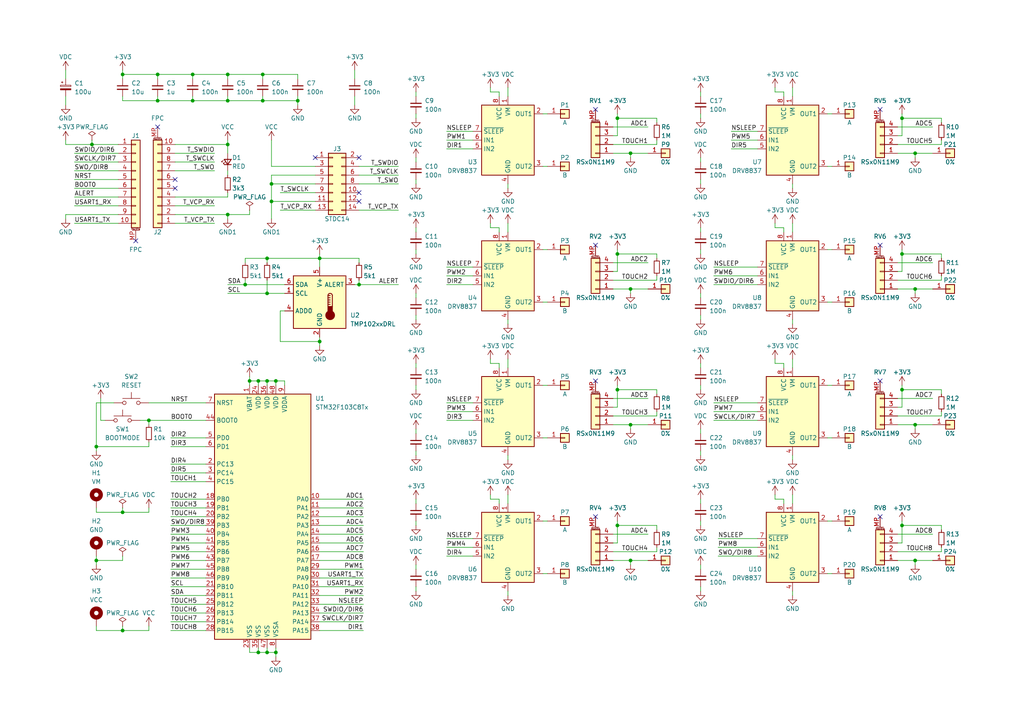
<source format=kicad_sch>
(kicad_sch (version 20211123) (generator eeschema)

  (uuid 47ef7db7-299d-4f78-9abd-30c71fd4cb96)

  (paper "A4")

  

  (junction (at 179.07 113.03) (diameter 0) (color 0 0 0 0)
    (uuid 02e59205-fbfe-4d78-a043-1e22a8d4e85a)
  )
  (junction (at 72.39 110.49) (diameter 0) (color 0 0 0 0)
    (uuid 040aefeb-5635-4043-82f3-760ad7a5c51d)
  )
  (junction (at 182.88 44.45) (diameter 0) (color 0 0 0 0)
    (uuid 047e52b9-47a3-4bb4-923d-4b4e5c62bf84)
  )
  (junction (at 35.56 148.59) (diameter 0) (color 0 0 0 0)
    (uuid 0717ec93-7cce-449f-add0-a847d9befade)
  )
  (junction (at 55.88 21.59) (diameter 0) (color 0 0 0 0)
    (uuid 07184488-0111-4e55-8a0f-0eb8a8747fbd)
  )
  (junction (at 86.36 29.21) (diameter 0) (color 0 0 0 0)
    (uuid 0cd718ea-a0b6-4a33-9b60-19fa926a4ea2)
  )
  (junction (at 265.43 44.45) (diameter 0) (color 0 0 0 0)
    (uuid 182598ad-124e-498d-ae48-2a35bc90c76e)
  )
  (junction (at 182.88 123.19) (diameter 0) (color 0 0 0 0)
    (uuid 18c5de0c-427f-4d08-a346-32dd51058570)
  )
  (junction (at 92.71 74.93) (diameter 0) (color 0 0 0 0)
    (uuid 1c0d8bf8-d782-45c4-875d-267f5d782535)
  )
  (junction (at 92.71 99.06) (diameter 0) (color 0 0 0 0)
    (uuid 1ddf3aa2-3b43-406d-9e15-b4abaec205f0)
  )
  (junction (at 265.43 162.56) (diameter 0) (color 0 0 0 0)
    (uuid 2ac2afdf-88f5-495b-b127-94595d62461e)
  )
  (junction (at 78.74 53.34) (diameter 0) (color 0 0 0 0)
    (uuid 2ba7380b-b8b7-434e-b186-aed53faad144)
  )
  (junction (at 179.07 73.66) (diameter 0) (color 0 0 0 0)
    (uuid 2c6c6d64-f41a-4446-af7a-06b5173677e0)
  )
  (junction (at 76.2 29.21) (diameter 0) (color 0 0 0 0)
    (uuid 39cdc67b-dbae-44f6-bc4b-e7d0856dc8b7)
  )
  (junction (at 45.72 29.21) (diameter 0) (color 0 0 0 0)
    (uuid 3d2bbb8f-def9-487f-b3ae-a50ddde70062)
  )
  (junction (at 179.07 152.4) (diameter 0) (color 0 0 0 0)
    (uuid 3d7098f0-c9c3-43ba-b75e-b46aaadda80b)
  )
  (junction (at 43.18 121.92) (diameter 0) (color 0 0 0 0)
    (uuid 4a4fda81-5a9a-47fa-a57c-dc26a77dc419)
  )
  (junction (at 27.94 162.56) (diameter 0) (color 0 0 0 0)
    (uuid 4c0a640d-2db5-49fd-9937-6e62b097c8a9)
  )
  (junction (at 78.74 58.42) (diameter 0) (color 0 0 0 0)
    (uuid 4ea10aea-c1a9-451b-af60-4ff7ba5e94ab)
  )
  (junction (at 26.67 41.91) (diameter 0) (color 0 0 0 0)
    (uuid 56112619-906c-4726-a93a-ae62dd763a6b)
  )
  (junction (at 35.56 182.88) (diameter 0) (color 0 0 0 0)
    (uuid 5953e592-d6fb-4dc1-b8d1-1f402d990081)
  )
  (junction (at 265.43 83.82) (diameter 0) (color 0 0 0 0)
    (uuid 59908d17-1cfe-4f92-9b23-2a836ce18518)
  )
  (junction (at 265.43 123.19) (diameter 0) (color 0 0 0 0)
    (uuid 5e44b899-786d-415b-ba82-2e852abe6324)
  )
  (junction (at 77.47 74.93) (diameter 0) (color 0 0 0 0)
    (uuid 625ae305-a030-4a28-96e7-c875cb986abd)
  )
  (junction (at 76.2 21.59) (diameter 0) (color 0 0 0 0)
    (uuid 629bf52f-84a2-4021-ab96-4f4da23e8915)
  )
  (junction (at 77.47 85.09) (diameter 0) (color 0 0 0 0)
    (uuid 6bb5d774-a92a-4f35-b29a-f822d143f51c)
  )
  (junction (at 182.88 162.56) (diameter 0) (color 0 0 0 0)
    (uuid 6c79a37c-aa91-4566-920f-18b508b81ff6)
  )
  (junction (at 261.62 152.4) (diameter 0) (color 0 0 0 0)
    (uuid 72cb4957-bb88-4601-a618-0d485190d706)
  )
  (junction (at 77.47 189.23) (diameter 0) (color 0 0 0 0)
    (uuid 83e73f15-af86-4072-895f-fc98ebf82dfd)
  )
  (junction (at 66.04 62.23) (diameter 0) (color 0 0 0 0)
    (uuid 85ba44dc-025d-4529-a4a2-980658f9b532)
  )
  (junction (at 80.01 110.49) (diameter 0) (color 0 0 0 0)
    (uuid 86a980ba-66e5-465b-b69f-8451d386f49f)
  )
  (junction (at 80.01 189.23) (diameter 0) (color 0 0 0 0)
    (uuid 8bc678b2-3aaa-4b86-92e6-787d89ccb432)
  )
  (junction (at 261.62 34.29) (diameter 0) (color 0 0 0 0)
    (uuid 91ac965e-36c6-4ad8-89cc-8e237e2cf015)
  )
  (junction (at 77.47 110.49) (diameter 0) (color 0 0 0 0)
    (uuid 939cfd2e-2173-40b7-8793-3feae710b8e7)
  )
  (junction (at 45.72 21.59) (diameter 0) (color 0 0 0 0)
    (uuid 951c9b82-52bd-44a7-899c-618b0fd2cdbd)
  )
  (junction (at 74.93 189.23) (diameter 0) (color 0 0 0 0)
    (uuid 9bf61b01-309f-4fbd-ab49-188da81ed2f0)
  )
  (junction (at 66.04 29.21) (diameter 0) (color 0 0 0 0)
    (uuid 9de75551-dc21-4d74-92f6-ca850f68ddd4)
  )
  (junction (at 27.94 129.54) (diameter 0) (color 0 0 0 0)
    (uuid a36fac57-7abd-42d1-a69a-d7a111102b68)
  )
  (junction (at 74.93 110.49) (diameter 0) (color 0 0 0 0)
    (uuid aeb9a1ba-93d2-40b6-a24d-53221830b8af)
  )
  (junction (at 179.07 34.29) (diameter 0) (color 0 0 0 0)
    (uuid af750230-80ad-4408-8665-2ccf655688ba)
  )
  (junction (at 35.56 21.59) (diameter 0) (color 0 0 0 0)
    (uuid b1a04391-444e-42e1-b221-a677030b7001)
  )
  (junction (at 104.14 82.55) (diameter 0) (color 0 0 0 0)
    (uuid b77490da-6553-4ad3-ae8e-e053567297d5)
  )
  (junction (at 66.04 21.59) (diameter 0) (color 0 0 0 0)
    (uuid c8c11ba3-d292-4c2a-b335-4751e243ac87)
  )
  (junction (at 261.62 73.66) (diameter 0) (color 0 0 0 0)
    (uuid cf62462b-b03c-4717-b9a4-973e9e7029bf)
  )
  (junction (at 182.88 83.82) (diameter 0) (color 0 0 0 0)
    (uuid d3ca7513-b057-43ab-9135-6ad3b83aec05)
  )
  (junction (at 261.62 113.03) (diameter 0) (color 0 0 0 0)
    (uuid d6bd57ed-240e-4045-bff7-bb762e7eedde)
  )
  (junction (at 71.12 82.55) (diameter 0) (color 0 0 0 0)
    (uuid db9eba7e-2c46-4a94-9dd2-54dc31663dfb)
  )
  (junction (at 66.04 41.91) (diameter 0) (color 0 0 0 0)
    (uuid f9cf06b9-e125-4b12-9844-5427c40c42d6)
  )
  (junction (at 55.88 29.21) (diameter 0) (color 0 0 0 0)
    (uuid ffec608c-ce52-4d2f-a63e-4c104b8d9867)
  )

  (no_connect (at 172.72 71.12) (uuid 0b7d109f-a43a-4fa7-9028-71a64029bfd5))
  (no_connect (at 255.27 110.49) (uuid 12fbcd10-82f6-4fd0-b741-7ede123f579a))
  (no_connect (at 172.72 31.75) (uuid 16d8e933-ed2c-4605-99b9-260ce4282ab8))
  (no_connect (at 172.72 149.86) (uuid 224ef0b3-4ead-43f9-9e33-d6bd5998598d))
  (no_connect (at 50.8 54.61) (uuid 33b0b128-19de-45d9-9560-ef1b16236d87))
  (no_connect (at 255.27 71.12) (uuid 5c7129b1-9ac2-45ef-b267-cfe6c1ffa968))
  (no_connect (at 50.8 52.07) (uuid 612858b4-11d5-4ee5-80c8-c1676fc983ce))
  (no_connect (at 104.14 45.72) (uuid 63e7d5d4-d982-4ca8-bfb0-362d60a1b992))
  (no_connect (at 172.72 110.49) (uuid 687e39e9-83f4-4f56-87ec-12b1b8100469))
  (no_connect (at 91.44 45.72) (uuid 69ca0115-9b1b-4311-acd6-08bf06471dcc))
  (no_connect (at 39.37 69.85) (uuid 6beddf35-7b3b-44a1-afd0-7cf5129a1892))
  (no_connect (at 45.72 36.83) (uuid acf9123f-49d6-4331-ab9e-b1a6ec6c7c32))
  (no_connect (at 104.14 55.88) (uuid b4c34571-38d5-4f88-b478-4d9e01df4bc7))
  (no_connect (at 255.27 31.75) (uuid c7d250c8-5947-4c17-9142-5787124f9aef))
  (no_connect (at 255.27 149.86) (uuid d2e9a4c9-e019-46dc-b0a2-78243a4e9d13))
  (no_connect (at 104.14 58.42) (uuid d4f420c3-689e-4db5-a1f8-81efccb398f3))

  (wire (pts (xy 27.94 162.56) (xy 27.94 163.83))
    (stroke (width 0) (type default) (color 0 0 0 0))
    (uuid 0048ad90-83bc-4d23-b958-9075c404bbb2)
  )
  (wire (pts (xy 92.71 162.56) (xy 105.41 162.56))
    (stroke (width 0) (type default) (color 0 0 0 0))
    (uuid 00a7ba10-1556-4f83-aefd-d97f0c16649a)
  )
  (wire (pts (xy 35.56 21.59) (xy 45.72 21.59))
    (stroke (width 0) (type default) (color 0 0 0 0))
    (uuid 01b31b82-1a41-4cb5-98a7-3fa2f080a861)
  )
  (wire (pts (xy 49.53 165.1) (xy 59.69 165.1))
    (stroke (width 0) (type default) (color 0 0 0 0))
    (uuid 01b826c9-8b44-4a81-9502-60396a5e0b87)
  )
  (wire (pts (xy 26.67 40.64) (xy 26.67 41.91))
    (stroke (width 0) (type default) (color 0 0 0 0))
    (uuid 01cf38c0-c484-4f24-b3a9-b9a3678eb794)
  )
  (wire (pts (xy 21.59 44.45) (xy 34.29 44.45))
    (stroke (width 0) (type default) (color 0 0 0 0))
    (uuid 03f4ea51-16bb-4c12-960b-df05c26c3f15)
  )
  (wire (pts (xy 227.33 27.94) (xy 227.33 26.67))
    (stroke (width 0) (type default) (color 0 0 0 0))
    (uuid 047b2ed8-bb36-4fd1-8bae-29b8548e43d1)
  )
  (wire (pts (xy 190.5 41.91) (xy 190.5 40.64))
    (stroke (width 0) (type default) (color 0 0 0 0))
    (uuid 05f3716b-31b8-46ae-8668-01881d31f1a5)
  )
  (wire (pts (xy 66.04 27.94) (xy 66.04 29.21))
    (stroke (width 0) (type default) (color 0 0 0 0))
    (uuid 061be30a-67db-4872-9608-fa2b87f2ca0f)
  )
  (wire (pts (xy 76.2 27.94) (xy 76.2 29.21))
    (stroke (width 0) (type default) (color 0 0 0 0))
    (uuid 06212692-73e6-494b-af4c-cf3c4ea9d7bf)
  )
  (wire (pts (xy 203.2 45.72) (xy 203.2 46.99))
    (stroke (width 0) (type default) (color 0 0 0 0))
    (uuid 0642f998-4dbd-461d-aee4-adf7d15b1871)
  )
  (wire (pts (xy 76.2 29.21) (xy 86.36 29.21))
    (stroke (width 0) (type default) (color 0 0 0 0))
    (uuid 06833611-1471-4b27-b271-8afabe33edf3)
  )
  (wire (pts (xy 129.54 82.55) (xy 137.16 82.55))
    (stroke (width 0) (type default) (color 0 0 0 0))
    (uuid 0835a9e3-3602-4ae6-8f23-6d695dc7d6de)
  )
  (wire (pts (xy 49.53 139.7) (xy 59.69 139.7))
    (stroke (width 0) (type default) (color 0 0 0 0))
    (uuid 0924b74a-401c-41bb-b0eb-18306fa3ac23)
  )
  (wire (pts (xy 157.48 151.13) (xy 158.75 151.13))
    (stroke (width 0) (type default) (color 0 0 0 0))
    (uuid 09e71239-6acf-49c6-9378-8ed8f3fe16a5)
  )
  (wire (pts (xy 177.8 120.65) (xy 190.5 120.65))
    (stroke (width 0) (type default) (color 0 0 0 0))
    (uuid 0c1d8c0a-3958-4e88-8555-b5897c113d75)
  )
  (wire (pts (xy 203.2 144.78) (xy 203.2 146.05))
    (stroke (width 0) (type default) (color 0 0 0 0))
    (uuid 0c739466-7331-49b2-a318-41408d2da4e9)
  )
  (wire (pts (xy 66.04 49.53) (xy 66.04 50.8))
    (stroke (width 0) (type default) (color 0 0 0 0))
    (uuid 0d66dd5b-1212-4145-8bc1-ce5600f6789d)
  )
  (wire (pts (xy 229.87 25.4) (xy 229.87 27.94))
    (stroke (width 0) (type default) (color 0 0 0 0))
    (uuid 103dd90b-962b-4699-a4af-a7791959d066)
  )
  (wire (pts (xy 72.39 62.23) (xy 72.39 60.96))
    (stroke (width 0) (type default) (color 0 0 0 0))
    (uuid 105480f3-f8ae-4ffd-9ec2-e72240407681)
  )
  (wire (pts (xy 50.8 57.15) (xy 66.04 57.15))
    (stroke (width 0) (type default) (color 0 0 0 0))
    (uuid 10830687-791d-42a2-a4af-08e2cf7a5da3)
  )
  (wire (pts (xy 92.71 147.32) (xy 105.41 147.32))
    (stroke (width 0) (type default) (color 0 0 0 0))
    (uuid 1112ac3a-2b1f-429b-9faa-f5a4a1f5eb54)
  )
  (wire (pts (xy 182.88 123.19) (xy 187.96 123.19))
    (stroke (width 0) (type default) (color 0 0 0 0))
    (uuid 136a25f9-77ff-4035-abf6-43d7fc80424f)
  )
  (wire (pts (xy 35.56 182.88) (xy 43.18 182.88))
    (stroke (width 0) (type default) (color 0 0 0 0))
    (uuid 144b3945-a458-4e1e-8503-bb28ec640dc4)
  )
  (wire (pts (xy 21.59 59.69) (xy 34.29 59.69))
    (stroke (width 0) (type default) (color 0 0 0 0))
    (uuid 15424ec7-6341-471d-8941-324b01edace1)
  )
  (wire (pts (xy 207.01 119.38) (xy 219.71 119.38))
    (stroke (width 0) (type default) (color 0 0 0 0))
    (uuid 15d534ce-7fb1-499b-80b5-56b6ce8d096f)
  )
  (wire (pts (xy 240.03 48.26) (xy 241.3 48.26))
    (stroke (width 0) (type default) (color 0 0 0 0))
    (uuid 16570834-6d76-43f7-8483-735babe30945)
  )
  (wire (pts (xy 19.05 62.23) (xy 34.29 62.23))
    (stroke (width 0) (type default) (color 0 0 0 0))
    (uuid 18477cf2-6b44-4d08-b52a-8c79d3767a7b)
  )
  (wire (pts (xy 190.5 152.4) (xy 179.07 152.4))
    (stroke (width 0) (type default) (color 0 0 0 0))
    (uuid 18c32a71-ffb5-45da-b5ba-0f37219aee7a)
  )
  (wire (pts (xy 224.79 144.78) (xy 224.79 143.51))
    (stroke (width 0) (type default) (color 0 0 0 0))
    (uuid 1b06fe50-7a6e-48b3-b41f-b2f998057ccf)
  )
  (wire (pts (xy 261.62 111.76) (xy 261.62 113.03))
    (stroke (width 0) (type default) (color 0 0 0 0))
    (uuid 1c173dd5-706b-45d3-876d-e1eb352a83dc)
  )
  (wire (pts (xy 273.05 35.56) (xy 273.05 34.29))
    (stroke (width 0) (type default) (color 0 0 0 0))
    (uuid 1cc12b88-b225-46ca-8f1d-cc7393951f9e)
  )
  (wire (pts (xy 81.28 90.17) (xy 81.28 99.06))
    (stroke (width 0) (type default) (color 0 0 0 0))
    (uuid 1ee632e0-0613-4c3f-a796-49699c2fbe45)
  )
  (wire (pts (xy 27.94 161.29) (xy 27.94 162.56))
    (stroke (width 0) (type default) (color 0 0 0 0))
    (uuid 2036c825-4f95-4759-ba77-465d489ddb56)
  )
  (wire (pts (xy 177.8 160.02) (xy 190.5 160.02))
    (stroke (width 0) (type default) (color 0 0 0 0))
    (uuid 20a46144-b55b-4f54-816e-21fe4ed816bd)
  )
  (wire (pts (xy 227.33 26.67) (xy 224.79 26.67))
    (stroke (width 0) (type default) (color 0 0 0 0))
    (uuid 2128cf3a-8399-434d-a89b-a781794813dd)
  )
  (wire (pts (xy 76.2 21.59) (xy 86.36 21.59))
    (stroke (width 0) (type default) (color 0 0 0 0))
    (uuid 2434cc48-e2e8-4d71-a181-3cafdb7c62d7)
  )
  (wire (pts (xy 261.62 113.03) (xy 261.62 118.11))
    (stroke (width 0) (type default) (color 0 0 0 0))
    (uuid 2483aa9a-eac4-45e1-af08-a1262cd7ded9)
  )
  (wire (pts (xy 19.05 20.32) (xy 19.05 22.86))
    (stroke (width 0) (type default) (color 0 0 0 0))
    (uuid 24ec5f5b-87fa-4940-ac7e-5faf5a8a70f3)
  )
  (wire (pts (xy 179.07 157.48) (xy 177.8 157.48))
    (stroke (width 0) (type default) (color 0 0 0 0))
    (uuid 24f9a29d-4a1c-4f06-905a-9f19cf256ecf)
  )
  (wire (pts (xy 77.47 110.49) (xy 77.47 111.76))
    (stroke (width 0) (type default) (color 0 0 0 0))
    (uuid 2648eafd-6e5f-4004-9095-ac7a69dc4fad)
  )
  (wire (pts (xy 50.8 59.69) (xy 62.23 59.69))
    (stroke (width 0) (type default) (color 0 0 0 0))
    (uuid 2849b9d7-06b0-49fa-aa5b-431d58f67167)
  )
  (wire (pts (xy 260.35 41.91) (xy 273.05 41.91))
    (stroke (width 0) (type default) (color 0 0 0 0))
    (uuid 28b9d47c-e561-47de-9f6b-f04112f4c538)
  )
  (wire (pts (xy 120.65 45.72) (xy 120.65 46.99))
    (stroke (width 0) (type default) (color 0 0 0 0))
    (uuid 298e2db9-735e-4aae-af3b-9f95de65ed37)
  )
  (wire (pts (xy 71.12 81.28) (xy 71.12 82.55))
    (stroke (width 0) (type default) (color 0 0 0 0))
    (uuid 2abae203-dc9d-479d-ada9-196cefe41364)
  )
  (wire (pts (xy 260.35 120.65) (xy 273.05 120.65))
    (stroke (width 0) (type default) (color 0 0 0 0))
    (uuid 2b079a5e-f2f5-4fbc-8faa-1732830727de)
  )
  (wire (pts (xy 273.05 153.67) (xy 273.05 152.4))
    (stroke (width 0) (type default) (color 0 0 0 0))
    (uuid 2b09ca19-6159-4608-8244-237105506344)
  )
  (wire (pts (xy 40.64 121.92) (xy 43.18 121.92))
    (stroke (width 0) (type default) (color 0 0 0 0))
    (uuid 2de32d0a-606d-4766-a320-890b31d959a5)
  )
  (wire (pts (xy 80.01 187.96) (xy 80.01 189.23))
    (stroke (width 0) (type default) (color 0 0 0 0))
    (uuid 2eaf0a90-188f-4fc5-8bbd-a9aac8cc5696)
  )
  (wire (pts (xy 120.65 91.44) (xy 120.65 92.71))
    (stroke (width 0) (type default) (color 0 0 0 0))
    (uuid 2eb5e1b2-de6a-4e80-b372-a8a2eac0cac3)
  )
  (wire (pts (xy 120.65 33.02) (xy 120.65 34.29))
    (stroke (width 0) (type default) (color 0 0 0 0))
    (uuid 2f3f5414-49f8-4f97-aa06-97a77be350bb)
  )
  (wire (pts (xy 203.2 52.07) (xy 203.2 53.34))
    (stroke (width 0) (type default) (color 0 0 0 0))
    (uuid 305ea620-32d6-4abe-a54f-dcbf031478f6)
  )
  (wire (pts (xy 27.94 129.54) (xy 43.18 129.54))
    (stroke (width 0) (type default) (color 0 0 0 0))
    (uuid 31057839-6190-4f01-a3ad-9db86dc7d2ae)
  )
  (wire (pts (xy 260.35 76.2) (xy 270.51 76.2))
    (stroke (width 0) (type default) (color 0 0 0 0))
    (uuid 3115583a-4e79-4e6a-bcfe-511b12b82592)
  )
  (wire (pts (xy 92.71 182.88) (xy 105.41 182.88))
    (stroke (width 0) (type default) (color 0 0 0 0))
    (uuid 3259096f-6ae6-45bf-88e3-ebc10e53a7c9)
  )
  (wire (pts (xy 49.53 162.56) (xy 59.69 162.56))
    (stroke (width 0) (type default) (color 0 0 0 0))
    (uuid 3286184f-8a70-4b98-bcfe-1fad9f2663de)
  )
  (wire (pts (xy 92.71 144.78) (xy 105.41 144.78))
    (stroke (width 0) (type default) (color 0 0 0 0))
    (uuid 343a4045-4691-4ea7-b90f-88f6446595e2)
  )
  (wire (pts (xy 203.2 130.81) (xy 203.2 132.08))
    (stroke (width 0) (type default) (color 0 0 0 0))
    (uuid 35357af0-0fbd-4687-9288-b0be0ef85c40)
  )
  (wire (pts (xy 157.48 127) (xy 158.75 127))
    (stroke (width 0) (type default) (color 0 0 0 0))
    (uuid 3546a8d6-112f-400f-9954-2b5423ae0754)
  )
  (wire (pts (xy 49.53 160.02) (xy 59.69 160.02))
    (stroke (width 0) (type default) (color 0 0 0 0))
    (uuid 3561c945-ba86-4519-9a82-0cfe1e607ecf)
  )
  (wire (pts (xy 29.21 121.92) (xy 30.48 121.92))
    (stroke (width 0) (type default) (color 0 0 0 0))
    (uuid 361b7cad-adb7-41c1-b169-d0641309939e)
  )
  (wire (pts (xy 86.36 27.94) (xy 86.36 29.21))
    (stroke (width 0) (type default) (color 0 0 0 0))
    (uuid 3666ceed-0ddb-4136-9bb1-1cdf5100b893)
  )
  (wire (pts (xy 229.87 92.71) (xy 229.87 93.98))
    (stroke (width 0) (type default) (color 0 0 0 0))
    (uuid 36de211c-edef-47b2-bbe0-06c7f2ced8cf)
  )
  (wire (pts (xy 74.93 189.23) (xy 77.47 189.23))
    (stroke (width 0) (type default) (color 0 0 0 0))
    (uuid 37688c72-1d35-414d-aba3-13220f03c0dc)
  )
  (wire (pts (xy 92.71 149.86) (xy 105.41 149.86))
    (stroke (width 0) (type default) (color 0 0 0 0))
    (uuid 37bb9520-10c6-44ec-99a9-2b6abbcb446b)
  )
  (wire (pts (xy 81.28 55.88) (xy 91.44 55.88))
    (stroke (width 0) (type default) (color 0 0 0 0))
    (uuid 37d26762-147b-4f6d-b007-0f0c640f409e)
  )
  (wire (pts (xy 129.54 77.47) (xy 137.16 77.47))
    (stroke (width 0) (type default) (color 0 0 0 0))
    (uuid 38baaa32-e0d7-4a6f-9e6d-4b876be2651f)
  )
  (wire (pts (xy 21.59 49.53) (xy 34.29 49.53))
    (stroke (width 0) (type default) (color 0 0 0 0))
    (uuid 39000122-f575-4498-a91b-b1ff8888fcb8)
  )
  (wire (pts (xy 120.65 72.39) (xy 120.65 73.66))
    (stroke (width 0) (type default) (color 0 0 0 0))
    (uuid 3abaa11b-ed2b-43b6-8ff7-76a543cef6f5)
  )
  (wire (pts (xy 260.35 162.56) (xy 265.43 162.56))
    (stroke (width 0) (type default) (color 0 0 0 0))
    (uuid 3cdf7881-13a2-4ea6-b523-16e65009cc71)
  )
  (wire (pts (xy 261.62 73.66) (xy 261.62 78.74))
    (stroke (width 0) (type default) (color 0 0 0 0))
    (uuid 3d10fc0c-df55-49c2-978d-d254a24308fa)
  )
  (wire (pts (xy 102.87 20.32) (xy 102.87 22.86))
    (stroke (width 0) (type default) (color 0 0 0 0))
    (uuid 3da7dec0-c121-441f-b375-9c725f798b72)
  )
  (wire (pts (xy 273.05 81.28) (xy 273.05 80.01))
    (stroke (width 0) (type default) (color 0 0 0 0))
    (uuid 3dd4ad2a-51a5-4535-a62c-1a1a59b7438a)
  )
  (wire (pts (xy 92.71 74.93) (xy 92.71 77.47))
    (stroke (width 0) (type default) (color 0 0 0 0))
    (uuid 3f8c77b9-36ea-4808-a082-e726d5a8140e)
  )
  (wire (pts (xy 92.71 167.64) (xy 105.41 167.64))
    (stroke (width 0) (type default) (color 0 0 0 0))
    (uuid 3fc622ff-6430-4de5-a1b2-85d68778dc2f)
  )
  (wire (pts (xy 179.07 33.02) (xy 179.07 34.29))
    (stroke (width 0) (type default) (color 0 0 0 0))
    (uuid 3fefd4ec-9ffb-4bc9-93a6-3d40b8db6e22)
  )
  (wire (pts (xy 224.79 26.67) (xy 224.79 25.4))
    (stroke (width 0) (type default) (color 0 0 0 0))
    (uuid 40089413-4c86-40d3-b144-14394430a3ed)
  )
  (wire (pts (xy 80.01 189.23) (xy 80.01 190.5))
    (stroke (width 0) (type default) (color 0 0 0 0))
    (uuid 401d4367-61bf-4fbc-bada-b9542db0119b)
  )
  (wire (pts (xy 91.44 48.26) (xy 78.74 48.26))
    (stroke (width 0) (type default) (color 0 0 0 0))
    (uuid 40d362d9-8ea2-41ae-bfce-c399f8ccea2d)
  )
  (wire (pts (xy 203.2 33.02) (xy 203.2 34.29))
    (stroke (width 0) (type default) (color 0 0 0 0))
    (uuid 40eadd84-3c7f-4975-b1eb-04097a72602c)
  )
  (wire (pts (xy 203.2 124.46) (xy 203.2 125.73))
    (stroke (width 0) (type default) (color 0 0 0 0))
    (uuid 416f81ec-9c28-461a-a36e-fa70f7dee20c)
  )
  (wire (pts (xy 144.78 66.04) (xy 142.24 66.04))
    (stroke (width 0) (type default) (color 0 0 0 0))
    (uuid 417a0328-ea24-4c0a-8b8c-bb597a795170)
  )
  (wire (pts (xy 142.24 144.78) (xy 142.24 143.51))
    (stroke (width 0) (type default) (color 0 0 0 0))
    (uuid 41d2ceeb-a7e6-44fc-bf55-f3bb4d04b052)
  )
  (wire (pts (xy 102.87 82.55) (xy 104.14 82.55))
    (stroke (width 0) (type default) (color 0 0 0 0))
    (uuid 42b41050-bb9f-471a-a005-610e4f18d7de)
  )
  (wire (pts (xy 147.32 64.77) (xy 147.32 67.31))
    (stroke (width 0) (type default) (color 0 0 0 0))
    (uuid 43be1260-a8bd-417e-b504-b2b83b27ed06)
  )
  (wire (pts (xy 203.2 26.67) (xy 203.2 27.94))
    (stroke (width 0) (type default) (color 0 0 0 0))
    (uuid 43fc202f-f746-490f-934b-108f80c57c74)
  )
  (wire (pts (xy 104.14 50.8) (xy 115.57 50.8))
    (stroke (width 0) (type default) (color 0 0 0 0))
    (uuid 45b35df2-28bc-4c46-a20e-536740edf78c)
  )
  (wire (pts (xy 273.05 74.93) (xy 273.05 73.66))
    (stroke (width 0) (type default) (color 0 0 0 0))
    (uuid 47161acf-abd8-45b8-b533-2028ffa498ce)
  )
  (wire (pts (xy 207.01 116.84) (xy 219.71 116.84))
    (stroke (width 0) (type default) (color 0 0 0 0))
    (uuid 47757826-649c-412c-ab9d-433e0c214d34)
  )
  (wire (pts (xy 190.5 34.29) (xy 179.07 34.29))
    (stroke (width 0) (type default) (color 0 0 0 0))
    (uuid 47a39c59-deca-456c-8de4-a1d78fc3f65f)
  )
  (wire (pts (xy 227.33 144.78) (xy 224.79 144.78))
    (stroke (width 0) (type default) (color 0 0 0 0))
    (uuid 48ae2a3c-23ca-4374-91fc-02e35e1ccf1e)
  )
  (wire (pts (xy 260.35 36.83) (xy 270.51 36.83))
    (stroke (width 0) (type default) (color 0 0 0 0))
    (uuid 48d7735b-fbd6-4523-8907-d23024458151)
  )
  (wire (pts (xy 92.71 152.4) (xy 105.41 152.4))
    (stroke (width 0) (type default) (color 0 0 0 0))
    (uuid 493f0068-37c5-4744-b9b0-b2b9ad9ebea8)
  )
  (wire (pts (xy 120.65 111.76) (xy 120.65 113.03))
    (stroke (width 0) (type default) (color 0 0 0 0))
    (uuid 4b11054d-0177-4bb2-80c4-7694eadb1acf)
  )
  (wire (pts (xy 45.72 29.21) (xy 55.88 29.21))
    (stroke (width 0) (type default) (color 0 0 0 0))
    (uuid 4b72cc0c-3552-4aaf-b9f6-c29d4053f08f)
  )
  (wire (pts (xy 21.59 64.77) (xy 34.29 64.77))
    (stroke (width 0) (type default) (color 0 0 0 0))
    (uuid 4bbd0715-c8ec-44f7-911f-7b779b7e950f)
  )
  (wire (pts (xy 182.88 83.82) (xy 187.96 83.82))
    (stroke (width 0) (type default) (color 0 0 0 0))
    (uuid 4deb6a48-05ed-4698-ab47-a9eaa631b0b0)
  )
  (wire (pts (xy 104.14 53.34) (xy 115.57 53.34))
    (stroke (width 0) (type default) (color 0 0 0 0))
    (uuid 5029124e-dd1b-4290-aca0-7036bbc3b4d2)
  )
  (wire (pts (xy 207.01 80.01) (xy 219.71 80.01))
    (stroke (width 0) (type default) (color 0 0 0 0))
    (uuid 5079c196-bfe3-4dcc-a397-aa1216810b80)
  )
  (wire (pts (xy 120.65 105.41) (xy 120.65 106.68))
    (stroke (width 0) (type default) (color 0 0 0 0))
    (uuid 509c4c26-debb-49a4-9819-3f18cddc1b36)
  )
  (wire (pts (xy 265.43 123.19) (xy 270.51 123.19))
    (stroke (width 0) (type default) (color 0 0 0 0))
    (uuid 50f91485-8c02-4c93-aa55-ac0e8825a860)
  )
  (wire (pts (xy 120.65 151.13) (xy 120.65 152.4))
    (stroke (width 0) (type default) (color 0 0 0 0))
    (uuid 5138c3e6-3d29-4b98-bdd8-58cfd0515b57)
  )
  (wire (pts (xy 82.55 111.76) (xy 82.55 110.49))
    (stroke (width 0) (type default) (color 0 0 0 0))
    (uuid 51dd7b7d-5eda-4e12-9c37-480c9f5fad13)
  )
  (wire (pts (xy 66.04 82.55) (xy 71.12 82.55))
    (stroke (width 0) (type default) (color 0 0 0 0))
    (uuid 521bbf3c-1575-4526-9a24-dfd6b2c7e1b8)
  )
  (wire (pts (xy 49.53 157.48) (xy 59.69 157.48))
    (stroke (width 0) (type default) (color 0 0 0 0))
    (uuid 5394d6bf-07a1-4c64-b45f-ab6618d4524b)
  )
  (wire (pts (xy 72.39 110.49) (xy 74.93 110.49))
    (stroke (width 0) (type default) (color 0 0 0 0))
    (uuid 54784272-d671-432e-b766-91082b058b18)
  )
  (wire (pts (xy 177.8 76.2) (xy 187.96 76.2))
    (stroke (width 0) (type default) (color 0 0 0 0))
    (uuid 54bacf47-310e-4a91-85b0-c4f67038ec59)
  )
  (wire (pts (xy 273.05 160.02) (xy 273.05 158.75))
    (stroke (width 0) (type default) (color 0 0 0 0))
    (uuid 54f2b024-ae9d-4a4e-b686-2f010f4fba39)
  )
  (wire (pts (xy 265.43 83.82) (xy 270.51 83.82))
    (stroke (width 0) (type default) (color 0 0 0 0))
    (uuid 55f6b037-f576-4b0f-a2a9-fdfaa019ff98)
  )
  (wire (pts (xy 190.5 73.66) (xy 179.07 73.66))
    (stroke (width 0) (type default) (color 0 0 0 0))
    (uuid 565ae076-6e70-4ba9-8be9-92eb4887ad27)
  )
  (wire (pts (xy 203.2 66.04) (xy 203.2 67.31))
    (stroke (width 0) (type default) (color 0 0 0 0))
    (uuid 56f9e8bc-9740-4572-8007-79583ef90ca0)
  )
  (wire (pts (xy 19.05 40.64) (xy 19.05 41.91))
    (stroke (width 0) (type default) (color 0 0 0 0))
    (uuid 5b039e59-f332-489a-94ce-25f58b432a02)
  )
  (wire (pts (xy 203.2 85.09) (xy 203.2 86.36))
    (stroke (width 0) (type default) (color 0 0 0 0))
    (uuid 5be17520-46da-4400-b149-7faa88afba9a)
  )
  (wire (pts (xy 273.05 41.91) (xy 273.05 40.64))
    (stroke (width 0) (type default) (color 0 0 0 0))
    (uuid 5c535c47-be3d-4791-9017-b297099a5f10)
  )
  (wire (pts (xy 27.94 181.61) (xy 27.94 182.88))
    (stroke (width 0) (type default) (color 0 0 0 0))
    (uuid 5c8a274f-4176-4d38-905e-3d95d43e8de2)
  )
  (wire (pts (xy 261.62 151.13) (xy 261.62 152.4))
    (stroke (width 0) (type default) (color 0 0 0 0))
    (uuid 5cdf5880-bd70-47a7-b575-e1e140855607)
  )
  (wire (pts (xy 273.05 113.03) (xy 261.62 113.03))
    (stroke (width 0) (type default) (color 0 0 0 0))
    (uuid 5e015c11-beac-4cb8-b707-a0f88bb03d65)
  )
  (wire (pts (xy 26.67 41.91) (xy 34.29 41.91))
    (stroke (width 0) (type default) (color 0 0 0 0))
    (uuid 5e4a7503-d9d4-4413-8047-a100289772d3)
  )
  (wire (pts (xy 147.32 132.08) (xy 147.32 133.35))
    (stroke (width 0) (type default) (color 0 0 0 0))
    (uuid 5e6bf736-d6a1-4f72-b0ed-0489d0b7367e)
  )
  (wire (pts (xy 179.07 34.29) (xy 179.07 39.37))
    (stroke (width 0) (type default) (color 0 0 0 0))
    (uuid 5f5189a0-741e-4d99-9d4a-2af582e985aa)
  )
  (wire (pts (xy 49.53 129.54) (xy 59.69 129.54))
    (stroke (width 0) (type default) (color 0 0 0 0))
    (uuid 5f69a346-f60a-401e-bb0e-4165e28bad46)
  )
  (wire (pts (xy 55.88 29.21) (xy 66.04 29.21))
    (stroke (width 0) (type default) (color 0 0 0 0))
    (uuid 5fae56fc-4188-478c-be4f-680ddf84875b)
  )
  (wire (pts (xy 265.43 162.56) (xy 265.43 163.83))
    (stroke (width 0) (type default) (color 0 0 0 0))
    (uuid 5fbd08ad-6835-46c4-b4e5-8807082732c3)
  )
  (wire (pts (xy 120.65 124.46) (xy 120.65 125.73))
    (stroke (width 0) (type default) (color 0 0 0 0))
    (uuid 60ad0e44-7685-4e5a-b725-0aaad5b4d158)
  )
  (wire (pts (xy 147.32 53.34) (xy 147.32 54.61))
    (stroke (width 0) (type default) (color 0 0 0 0))
    (uuid 60eddfc0-545d-4417-af58-6fa1074350f8)
  )
  (wire (pts (xy 260.35 44.45) (xy 265.43 44.45))
    (stroke (width 0) (type default) (color 0 0 0 0))
    (uuid 61841c46-0617-4a84-baaa-8f7d03230aee)
  )
  (wire (pts (xy 260.35 154.94) (xy 270.51 154.94))
    (stroke (width 0) (type default) (color 0 0 0 0))
    (uuid 62005cc7-7c6a-492b-9f40-894fd7db4867)
  )
  (wire (pts (xy 212.09 38.1) (xy 219.71 38.1))
    (stroke (width 0) (type default) (color 0 0 0 0))
    (uuid 62c0ec4a-997c-4b14-b4a4-1459b2134ede)
  )
  (wire (pts (xy 144.78 26.67) (xy 142.24 26.67))
    (stroke (width 0) (type default) (color 0 0 0 0))
    (uuid 634843d1-75ba-4dfc-8cc1-58295686b9aa)
  )
  (wire (pts (xy 49.53 180.34) (xy 59.69 180.34))
    (stroke (width 0) (type default) (color 0 0 0 0))
    (uuid 6353721d-1528-4104-a3ea-b0a8c17a5b20)
  )
  (wire (pts (xy 229.87 104.14) (xy 229.87 106.68))
    (stroke (width 0) (type default) (color 0 0 0 0))
    (uuid 639b6b33-8c5c-46ca-94a2-7c82d5516774)
  )
  (wire (pts (xy 104.14 81.28) (xy 104.14 82.55))
    (stroke (width 0) (type default) (color 0 0 0 0))
    (uuid 63c7ba01-7c00-402f-aa26-00208a12574e)
  )
  (wire (pts (xy 49.53 167.64) (xy 59.69 167.64))
    (stroke (width 0) (type default) (color 0 0 0 0))
    (uuid 645b8011-f752-47c8-a87b-c271359ca101)
  )
  (wire (pts (xy 147.32 171.45) (xy 147.32 172.72))
    (stroke (width 0) (type default) (color 0 0 0 0))
    (uuid 648a9422-944a-43a2-bd7e-66fd30f60d39)
  )
  (wire (pts (xy 190.5 160.02) (xy 190.5 158.75))
    (stroke (width 0) (type default) (color 0 0 0 0))
    (uuid 64ce4e1f-05b3-43b8-982b-9d944f47b8b4)
  )
  (wire (pts (xy 49.53 149.86) (xy 59.69 149.86))
    (stroke (width 0) (type default) (color 0 0 0 0))
    (uuid 6510fe75-0434-47d7-96d8-d5e8019c916b)
  )
  (wire (pts (xy 227.33 105.41) (xy 224.79 105.41))
    (stroke (width 0) (type default) (color 0 0 0 0))
    (uuid 656851a2-3079-4140-80c1-0f4d47e4d9fc)
  )
  (wire (pts (xy 261.62 118.11) (xy 260.35 118.11))
    (stroke (width 0) (type default) (color 0 0 0 0))
    (uuid 660c1dae-e588-4dd6-807c-571e6e5c9c30)
  )
  (wire (pts (xy 240.03 33.02) (xy 241.3 33.02))
    (stroke (width 0) (type default) (color 0 0 0 0))
    (uuid 660dca4e-50ff-499b-9896-9366c05bb749)
  )
  (wire (pts (xy 190.5 153.67) (xy 190.5 152.4))
    (stroke (width 0) (type default) (color 0 0 0 0))
    (uuid 66e65528-d01e-411c-8d6a-aba04f6ecd5a)
  )
  (wire (pts (xy 260.35 81.28) (xy 273.05 81.28))
    (stroke (width 0) (type default) (color 0 0 0 0))
    (uuid 67da0e54-bfb2-4456-ae2b-ab2bd99592b4)
  )
  (wire (pts (xy 43.18 121.92) (xy 59.69 121.92))
    (stroke (width 0) (type default) (color 0 0 0 0))
    (uuid 6833933d-53c3-4bdf-9156-5d84b7c96577)
  )
  (wire (pts (xy 229.87 64.77) (xy 229.87 67.31))
    (stroke (width 0) (type default) (color 0 0 0 0))
    (uuid 6841311b-0f17-44f4-8d15-e5f67d6219ac)
  )
  (wire (pts (xy 49.53 182.88) (xy 59.69 182.88))
    (stroke (width 0) (type default) (color 0 0 0 0))
    (uuid 685f2694-feea-4bad-8105-bc3449cd9342)
  )
  (wire (pts (xy 260.35 115.57) (xy 270.51 115.57))
    (stroke (width 0) (type default) (color 0 0 0 0))
    (uuid 68ff2b6f-2393-4872-8aeb-6cd3821b3a05)
  )
  (wire (pts (xy 19.05 41.91) (xy 26.67 41.91))
    (stroke (width 0) (type default) (color 0 0 0 0))
    (uuid 6921b631-7bbd-4688-9160-2f698aa4926a)
  )
  (wire (pts (xy 66.04 85.09) (xy 77.47 85.09))
    (stroke (width 0) (type default) (color 0 0 0 0))
    (uuid 698d710a-f45d-4546-9fa6-1021c213f5a8)
  )
  (wire (pts (xy 229.87 53.34) (xy 229.87 54.61))
    (stroke (width 0) (type default) (color 0 0 0 0))
    (uuid 6a2289ca-e6fd-4585-bf4f-6f33903f8084)
  )
  (wire (pts (xy 43.18 182.88) (xy 43.18 181.61))
    (stroke (width 0) (type default) (color 0 0 0 0))
    (uuid 6a473bbf-4a7c-4927-9272-118ec8243468)
  )
  (wire (pts (xy 66.04 57.15) (xy 66.04 55.88))
    (stroke (width 0) (type default) (color 0 0 0 0))
    (uuid 6a6ac8e0-00af-4517-b028-d1969a120e48)
  )
  (wire (pts (xy 177.8 123.19) (xy 182.88 123.19))
    (stroke (width 0) (type default) (color 0 0 0 0))
    (uuid 6bd201ad-97db-4305-a188-e4202a988cdf)
  )
  (wire (pts (xy 66.04 21.59) (xy 66.04 22.86))
    (stroke (width 0) (type default) (color 0 0 0 0))
    (uuid 6cc492c8-1cce-4c93-b91a-715f11802443)
  )
  (wire (pts (xy 50.8 46.99) (xy 62.23 46.99))
    (stroke (width 0) (type default) (color 0 0 0 0))
    (uuid 6d4ccfb4-e9e7-4b55-b19a-f54876844414)
  )
  (wire (pts (xy 50.8 64.77) (xy 62.23 64.77))
    (stroke (width 0) (type default) (color 0 0 0 0))
    (uuid 6e305e69-99da-4488-bd63-c8e41bfd9231)
  )
  (wire (pts (xy 208.28 156.21) (xy 219.71 156.21))
    (stroke (width 0) (type default) (color 0 0 0 0))
    (uuid 70258048-44d1-446d-9ebf-702a954bbc4b)
  )
  (wire (pts (xy 157.48 111.76) (xy 158.75 111.76))
    (stroke (width 0) (type default) (color 0 0 0 0))
    (uuid 70626516-e7b0-4b1b-b67e-644d244fb8ff)
  )
  (wire (pts (xy 35.56 181.61) (xy 35.56 182.88))
    (stroke (width 0) (type default) (color 0 0 0 0))
    (uuid 70aa1851-607f-409d-8247-c528d4ab34ed)
  )
  (wire (pts (xy 208.28 161.29) (xy 219.71 161.29))
    (stroke (width 0) (type default) (color 0 0 0 0))
    (uuid 72778144-ca34-47f1-9910-82a2f3ccb8b1)
  )
  (wire (pts (xy 21.59 46.99) (xy 34.29 46.99))
    (stroke (width 0) (type default) (color 0 0 0 0))
    (uuid 734ec859-d7a4-4ec0-9528-cadc276502be)
  )
  (wire (pts (xy 261.62 34.29) (xy 261.62 39.37))
    (stroke (width 0) (type default) (color 0 0 0 0))
    (uuid 73a625af-b6ab-4e92-9fe3-42fd95d82560)
  )
  (wire (pts (xy 227.33 106.68) (xy 227.33 105.41))
    (stroke (width 0) (type default) (color 0 0 0 0))
    (uuid 73b3b743-0656-4bb9-8687-bcb8dd1a0cc1)
  )
  (wire (pts (xy 27.94 116.84) (xy 33.02 116.84))
    (stroke (width 0) (type default) (color 0 0 0 0))
    (uuid 743bd7c2-6a51-4d62-a143-d253e0b3c51c)
  )
  (wire (pts (xy 203.2 105.41) (xy 203.2 106.68))
    (stroke (width 0) (type default) (color 0 0 0 0))
    (uuid 75ab5aa5-d35c-4bc4-bb89-6383848e253e)
  )
  (wire (pts (xy 27.94 147.32) (xy 27.94 148.59))
    (stroke (width 0) (type default) (color 0 0 0 0))
    (uuid 762b678a-d505-489c-bd93-8c3bfacefc94)
  )
  (wire (pts (xy 273.05 120.65) (xy 273.05 119.38))
    (stroke (width 0) (type default) (color 0 0 0 0))
    (uuid 7898f7e4-147c-4d53-9b31-6b8683d3b7c8)
  )
  (wire (pts (xy 80.01 110.49) (xy 80.01 111.76))
    (stroke (width 0) (type default) (color 0 0 0 0))
    (uuid 7ab6beae-b7a2-484b-a598-eb789154dade)
  )
  (wire (pts (xy 49.53 170.18) (xy 59.69 170.18))
    (stroke (width 0) (type default) (color 0 0 0 0))
    (uuid 7bbcc58b-aa78-459a-a208-6ae8737d1deb)
  )
  (wire (pts (xy 77.47 110.49) (xy 80.01 110.49))
    (stroke (width 0) (type default) (color 0 0 0 0))
    (uuid 7bf4308e-f756-4772-b742-40294becee4f)
  )
  (wire (pts (xy 177.8 44.45) (xy 182.88 44.45))
    (stroke (width 0) (type default) (color 0 0 0 0))
    (uuid 7bf52984-ece9-4d55-8153-3ae1c743a1f2)
  )
  (wire (pts (xy 55.88 21.59) (xy 55.88 22.86))
    (stroke (width 0) (type default) (color 0 0 0 0))
    (uuid 7c05c1ff-7a74-406e-b643-dd3ee16a7084)
  )
  (wire (pts (xy 49.53 154.94) (xy 59.69 154.94))
    (stroke (width 0) (type default) (color 0 0 0 0))
    (uuid 7c172100-db93-4c36-880e-f3c36b4d51a5)
  )
  (wire (pts (xy 227.33 146.05) (xy 227.33 144.78))
    (stroke (width 0) (type default) (color 0 0 0 0))
    (uuid 7c979b3a-003b-4484-8740-dfde1de9aa55)
  )
  (wire (pts (xy 261.62 152.4) (xy 261.62 157.48))
    (stroke (width 0) (type default) (color 0 0 0 0))
    (uuid 7cdae653-944a-49c5-888b-4f32868dc8af)
  )
  (wire (pts (xy 43.18 116.84) (xy 59.69 116.84))
    (stroke (width 0) (type default) (color 0 0 0 0))
    (uuid 7e568ed6-7fd7-4248-b864-bfc58a3f669b)
  )
  (wire (pts (xy 273.05 152.4) (xy 261.62 152.4))
    (stroke (width 0) (type default) (color 0 0 0 0))
    (uuid 7e6fd36b-9d89-4f6d-81a2-55bfef75b5a8)
  )
  (wire (pts (xy 66.04 41.91) (xy 66.04 44.45))
    (stroke (width 0) (type default) (color 0 0 0 0))
    (uuid 7eda3acf-255e-4a25-95de-d45910e2df09)
  )
  (wire (pts (xy 74.93 110.49) (xy 77.47 110.49))
    (stroke (width 0) (type default) (color 0 0 0 0))
    (uuid 7f223536-652d-426f-bb8f-ebe3151c9a1f)
  )
  (wire (pts (xy 179.07 113.03) (xy 179.07 118.11))
    (stroke (width 0) (type default) (color 0 0 0 0))
    (uuid 7f361f7c-ab7f-4582-b427-e2b868f5ca13)
  )
  (wire (pts (xy 49.53 137.16) (xy 59.69 137.16))
    (stroke (width 0) (type default) (color 0 0 0 0))
    (uuid 7fb09845-f3c4-4019-8eea-a5b038875394)
  )
  (wire (pts (xy 104.14 48.26) (xy 115.57 48.26))
    (stroke (width 0) (type default) (color 0 0 0 0))
    (uuid 80310db5-cd14-464e-9378-efaa47fff720)
  )
  (wire (pts (xy 92.71 74.93) (xy 92.71 73.66))
    (stroke (width 0) (type default) (color 0 0 0 0))
    (uuid 8035fbaa-ec9d-4007-b128-be909d36a195)
  )
  (wire (pts (xy 66.04 41.91) (xy 66.04 40.64))
    (stroke (width 0) (type default) (color 0 0 0 0))
    (uuid 8074162a-14ba-499f-a0eb-7f934ebe5f8e)
  )
  (wire (pts (xy 265.43 44.45) (xy 265.43 45.72))
    (stroke (width 0) (type default) (color 0 0 0 0))
    (uuid 80f2f474-d76a-4ffa-b521-78c2a405b0ab)
  )
  (wire (pts (xy 224.79 66.04) (xy 224.79 64.77))
    (stroke (width 0) (type default) (color 0 0 0 0))
    (uuid 81217dd9-0e84-495b-8688-2efaacc20a3b)
  )
  (wire (pts (xy 77.47 81.28) (xy 77.47 85.09))
    (stroke (width 0) (type default) (color 0 0 0 0))
    (uuid 816a3fba-ff3c-4fde-a3c1-0132377af646)
  )
  (wire (pts (xy 129.54 156.21) (xy 137.16 156.21))
    (stroke (width 0) (type default) (color 0 0 0 0))
    (uuid 81d83d9c-9405-47b4-b6e9-6f5a877e1ce0)
  )
  (wire (pts (xy 92.71 165.1) (xy 105.41 165.1))
    (stroke (width 0) (type default) (color 0 0 0 0))
    (uuid 82b0b91d-d576-4cd9-8b28-24275d77a4f8)
  )
  (wire (pts (xy 78.74 58.42) (xy 78.74 63.5))
    (stroke (width 0) (type default) (color 0 0 0 0))
    (uuid 8701c355-52a4-4336-bc83-7b392630cfd7)
  )
  (wire (pts (xy 71.12 74.93) (xy 77.47 74.93))
    (stroke (width 0) (type default) (color 0 0 0 0))
    (uuid 8792ec21-c0ff-42ea-8dd8-138514d1170b)
  )
  (wire (pts (xy 71.12 82.55) (xy 82.55 82.55))
    (stroke (width 0) (type default) (color 0 0 0 0))
    (uuid 87e68b85-12bb-4a92-82d2-96bf89e73f26)
  )
  (wire (pts (xy 129.54 161.29) (xy 137.16 161.29))
    (stroke (width 0) (type default) (color 0 0 0 0))
    (uuid 88146d16-ae78-4e20-871b-8c34ab538e46)
  )
  (wire (pts (xy 207.01 77.47) (xy 219.71 77.47))
    (stroke (width 0) (type default) (color 0 0 0 0))
    (uuid 898ec31d-181a-461f-86a8-77182e43bd9d)
  )
  (wire (pts (xy 35.56 148.59) (xy 43.18 148.59))
    (stroke (width 0) (type default) (color 0 0 0 0))
    (uuid 8af353a2-f6e9-43eb-a07b-88836c525bc8)
  )
  (wire (pts (xy 104.14 74.93) (xy 92.71 74.93))
    (stroke (width 0) (type default) (color 0 0 0 0))
    (uuid 8b787143-30da-4b98-9fa7-9839d6d37db4)
  )
  (wire (pts (xy 19.05 62.23) (xy 19.05 63.5))
    (stroke (width 0) (type default) (color 0 0 0 0))
    (uuid 8c4eac7f-f793-4362-a7dd-b75349b5af14)
  )
  (wire (pts (xy 182.88 44.45) (xy 182.88 45.72))
    (stroke (width 0) (type default) (color 0 0 0 0))
    (uuid 8db262ea-c30d-4d64-b6dc-a850d388b4bc)
  )
  (wire (pts (xy 182.88 44.45) (xy 187.96 44.45))
    (stroke (width 0) (type default) (color 0 0 0 0))
    (uuid 8e20eb34-1858-4f4a-a1e0-0c9227bb2cd5)
  )
  (wire (pts (xy 177.8 36.83) (xy 187.96 36.83))
    (stroke (width 0) (type default) (color 0 0 0 0))
    (uuid 8e938088-632c-45e1-8ac7-945321d5c1ae)
  )
  (wire (pts (xy 147.32 25.4) (xy 147.32 27.94))
    (stroke (width 0) (type default) (color 0 0 0 0))
    (uuid 8f998588-345e-4c91-893e-7bf1205eee57)
  )
  (wire (pts (xy 261.62 33.02) (xy 261.62 34.29))
    (stroke (width 0) (type default) (color 0 0 0 0))
    (uuid 8f9d3a69-9fdd-4436-bb9a-c75442faf002)
  )
  (wire (pts (xy 179.07 78.74) (xy 177.8 78.74))
    (stroke (width 0) (type default) (color 0 0 0 0))
    (uuid 9025eea6-69bd-4334-ae25-7369f1de8f05)
  )
  (wire (pts (xy 144.78 146.05) (xy 144.78 144.78))
    (stroke (width 0) (type default) (color 0 0 0 0))
    (uuid 902b242d-da51-43c7-98d2-986d834cd3f4)
  )
  (wire (pts (xy 43.18 148.59) (xy 43.18 147.32))
    (stroke (width 0) (type default) (color 0 0 0 0))
    (uuid 9030e7b1-ff7b-46fa-bbbc-5dfbf5fc793e)
  )
  (wire (pts (xy 81.28 60.96) (xy 91.44 60.96))
    (stroke (width 0) (type default) (color 0 0 0 0))
    (uuid 904bd0d3-d316-48cb-9699-96731f5aeed2)
  )
  (wire (pts (xy 49.53 144.78) (xy 59.69 144.78))
    (stroke (width 0) (type default) (color 0 0 0 0))
    (uuid 908f14ca-91aa-45ec-8e5f-9fef6095b371)
  )
  (wire (pts (xy 120.65 130.81) (xy 120.65 132.08))
    (stroke (width 0) (type default) (color 0 0 0 0))
    (uuid 9186b1d6-53c3-4b6f-8f85-b1473c5d10ba)
  )
  (wire (pts (xy 72.39 189.23) (xy 74.93 189.23))
    (stroke (width 0) (type default) (color 0 0 0 0))
    (uuid 91e44887-4be5-4b24-b362-e93cf818ca41)
  )
  (wire (pts (xy 177.8 154.94) (xy 187.96 154.94))
    (stroke (width 0) (type default) (color 0 0 0 0))
    (uuid 92a6a92e-8ca9-4f2e-bff6-9edca2435fff)
  )
  (wire (pts (xy 273.05 114.3) (xy 273.05 113.03))
    (stroke (width 0) (type default) (color 0 0 0 0))
    (uuid 92c3a677-109b-4a2b-be80-f6e95b390d82)
  )
  (wire (pts (xy 80.01 110.49) (xy 82.55 110.49))
    (stroke (width 0) (type default) (color 0 0 0 0))
    (uuid 94333956-7134-4104-a16e-0dc9f3621df7)
  )
  (wire (pts (xy 240.03 72.39) (xy 241.3 72.39))
    (stroke (width 0) (type default) (color 0 0 0 0))
    (uuid 950f05d8-3990-4eac-804d-699c03d32345)
  )
  (wire (pts (xy 157.48 166.37) (xy 158.75 166.37))
    (stroke (width 0) (type default) (color 0 0 0 0))
    (uuid 96aaa17b-054b-4a75-a3e8-80eb5333ac32)
  )
  (wire (pts (xy 78.74 53.34) (xy 91.44 53.34))
    (stroke (width 0) (type default) (color 0 0 0 0))
    (uuid 98327a66-8510-4bc0-a6ec-699733dca568)
  )
  (wire (pts (xy 190.5 35.56) (xy 190.5 34.29))
    (stroke (width 0) (type default) (color 0 0 0 0))
    (uuid 9848dd9b-aad7-4518-9b35-8e78c049fd6c)
  )
  (wire (pts (xy 144.78 144.78) (xy 142.24 144.78))
    (stroke (width 0) (type default) (color 0 0 0 0))
    (uuid 9849b4a0-eb1e-4b41-8ffc-1cd73c805a15)
  )
  (wire (pts (xy 273.05 34.29) (xy 261.62 34.29))
    (stroke (width 0) (type default) (color 0 0 0 0))
    (uuid 9869d17f-135f-4585-af4f-0b6444818fe2)
  )
  (wire (pts (xy 77.47 74.93) (xy 92.71 74.93))
    (stroke (width 0) (type default) (color 0 0 0 0))
    (uuid 996ecc16-41ee-41dc-9623-97ae7011f2eb)
  )
  (wire (pts (xy 50.8 62.23) (xy 66.04 62.23))
    (stroke (width 0) (type default) (color 0 0 0 0))
    (uuid 99d069c0-46e2-4b49-9053-da54bc742336)
  )
  (wire (pts (xy 81.28 99.06) (xy 92.71 99.06))
    (stroke (width 0) (type default) (color 0 0 0 0))
    (uuid 99f18cdb-1765-4894-b035-71cc1400f60b)
  )
  (wire (pts (xy 129.54 40.64) (xy 137.16 40.64))
    (stroke (width 0) (type default) (color 0 0 0 0))
    (uuid 99f7f808-5af3-424d-b8c3-5a1c3a6eb242)
  )
  (wire (pts (xy 66.04 29.21) (xy 76.2 29.21))
    (stroke (width 0) (type default) (color 0 0 0 0))
    (uuid 9a831e28-5873-452d-84a0-fda31d2d4bc2)
  )
  (wire (pts (xy 45.72 27.94) (xy 45.72 29.21))
    (stroke (width 0) (type default) (color 0 0 0 0))
    (uuid 9a966c3a-737b-48bc-9f18-6e38f543bf5e)
  )
  (wire (pts (xy 260.35 83.82) (xy 265.43 83.82))
    (stroke (width 0) (type default) (color 0 0 0 0))
    (uuid 9c708582-27dc-4805-a20b-dee031360e14)
  )
  (wire (pts (xy 182.88 162.56) (xy 182.88 163.83))
    (stroke (width 0) (type default) (color 0 0 0 0))
    (uuid 9cc23efc-9386-4ec9-abdf-1fd02510ca1d)
  )
  (wire (pts (xy 190.5 81.28) (xy 190.5 80.01))
    (stroke (width 0) (type default) (color 0 0 0 0))
    (uuid 9d150dd6-0054-448f-867d-1dc6b2fb8082)
  )
  (wire (pts (xy 190.5 74.93) (xy 190.5 73.66))
    (stroke (width 0) (type default) (color 0 0 0 0))
    (uuid 9d167434-521a-43cf-9e01-98e04ad6b7ef)
  )
  (wire (pts (xy 177.8 81.28) (xy 190.5 81.28))
    (stroke (width 0) (type default) (color 0 0 0 0))
    (uuid 9d5e40e7-de1c-4d7c-953e-d62d0ff54434)
  )
  (wire (pts (xy 45.72 21.59) (xy 45.72 22.86))
    (stroke (width 0) (type default) (color 0 0 0 0))
    (uuid 9d9c2b01-8051-4697-aa2d-78b770e83a2d)
  )
  (wire (pts (xy 207.01 121.92) (xy 219.71 121.92))
    (stroke (width 0) (type default) (color 0 0 0 0))
    (uuid 9e5c98d1-16c7-4888-be80-ae1ac934cd87)
  )
  (wire (pts (xy 144.78 105.41) (xy 142.24 105.41))
    (stroke (width 0) (type default) (color 0 0 0 0))
    (uuid 9f8ed67b-886b-4e64-a211-d991d335ec01)
  )
  (wire (pts (xy 49.53 134.62) (xy 59.69 134.62))
    (stroke (width 0) (type default) (color 0 0 0 0))
    (uuid a0517098-2256-4e15-895e-ca0f54ff8f59)
  )
  (wire (pts (xy 129.54 80.01) (xy 137.16 80.01))
    (stroke (width 0) (type default) (color 0 0 0 0))
    (uuid a0cd4132-9c5b-4e65-a137-b61541c088c7)
  )
  (wire (pts (xy 182.88 83.82) (xy 182.88 85.09))
    (stroke (width 0) (type default) (color 0 0 0 0))
    (uuid a0dec6a4-1ef9-4fb1-9f6a-347c652b0461)
  )
  (wire (pts (xy 157.48 33.02) (xy 158.75 33.02))
    (stroke (width 0) (type default) (color 0 0 0 0))
    (uuid a12e18fe-5059-4c3d-afdd-165ab8d352b1)
  )
  (wire (pts (xy 92.71 99.06) (xy 92.71 100.33))
    (stroke (width 0) (type default) (color 0 0 0 0))
    (uuid a1605a15-761b-4eb7-a4f6-0b835391dd60)
  )
  (wire (pts (xy 240.03 166.37) (xy 241.3 166.37))
    (stroke (width 0) (type default) (color 0 0 0 0))
    (uuid a219414e-a054-4343-9489-32f637d8041c)
  )
  (wire (pts (xy 35.56 29.21) (xy 45.72 29.21))
    (stroke (width 0) (type default) (color 0 0 0 0))
    (uuid a3703c23-6d5a-49e8-8dc9-e6b8c499608d)
  )
  (wire (pts (xy 120.65 52.07) (xy 120.65 53.34))
    (stroke (width 0) (type default) (color 0 0 0 0))
    (uuid a383c1ba-344b-4ee4-83fd-e84716019be0)
  )
  (wire (pts (xy 129.54 158.75) (xy 137.16 158.75))
    (stroke (width 0) (type default) (color 0 0 0 0))
    (uuid a404212d-4e53-45a3-aced-74994c9b3ae4)
  )
  (wire (pts (xy 72.39 110.49) (xy 72.39 111.76))
    (stroke (width 0) (type default) (color 0 0 0 0))
    (uuid a4cfc726-718e-4d25-bf58-ac4f4272f13b)
  )
  (wire (pts (xy 129.54 43.18) (xy 137.16 43.18))
    (stroke (width 0) (type default) (color 0 0 0 0))
    (uuid a6cc808e-8177-45f0-b54a-254c5cb9a526)
  )
  (wire (pts (xy 177.8 41.91) (xy 190.5 41.91))
    (stroke (width 0) (type default) (color 0 0 0 0))
    (uuid a96df955-399e-4c8f-8e1f-ad0f411845dd)
  )
  (wire (pts (xy 43.18 123.19) (xy 43.18 121.92))
    (stroke (width 0) (type default) (color 0 0 0 0))
    (uuid a9e55d8e-3d22-4b18-90b7-08ed64bd7195)
  )
  (wire (pts (xy 104.14 82.55) (xy 115.57 82.55))
    (stroke (width 0) (type default) (color 0 0 0 0))
    (uuid aaf3501c-a41d-4203-8984-890aed8ec207)
  )
  (wire (pts (xy 35.56 27.94) (xy 35.56 29.21))
    (stroke (width 0) (type default) (color 0 0 0 0))
    (uuid ab0a616b-b6cc-4318-84fb-36c9e1869a16)
  )
  (wire (pts (xy 120.65 85.09) (xy 120.65 86.36))
    (stroke (width 0) (type default) (color 0 0 0 0))
    (uuid abd22ec1-339b-4e80-b55a-362ffaf23593)
  )
  (wire (pts (xy 261.62 78.74) (xy 260.35 78.74))
    (stroke (width 0) (type default) (color 0 0 0 0))
    (uuid abe22338-4066-4163-8cad-9d186b300a97)
  )
  (wire (pts (xy 49.53 177.8) (xy 59.69 177.8))
    (stroke (width 0) (type default) (color 0 0 0 0))
    (uuid ac1debc9-26ae-4560-a64f-f1a093a1d207)
  )
  (wire (pts (xy 71.12 76.2) (xy 71.12 74.93))
    (stroke (width 0) (type default) (color 0 0 0 0))
    (uuid ac4376a1-f3c9-46bd-b8ae-8607964f8ce6)
  )
  (wire (pts (xy 203.2 91.44) (xy 203.2 92.71))
    (stroke (width 0) (type default) (color 0 0 0 0))
    (uuid ac48a452-d6c8-48d2-a8d8-c308c0000b70)
  )
  (wire (pts (xy 21.59 52.07) (xy 34.29 52.07))
    (stroke (width 0) (type default) (color 0 0 0 0))
    (uuid ac5e8800-c9d7-4a3c-865f-c002bc84c012)
  )
  (wire (pts (xy 78.74 53.34) (xy 78.74 58.42))
    (stroke (width 0) (type default) (color 0 0 0 0))
    (uuid ac729e5d-b7c7-46ff-aa51-1bfb1b705e92)
  )
  (wire (pts (xy 77.47 187.96) (xy 77.47 189.23))
    (stroke (width 0) (type default) (color 0 0 0 0))
    (uuid ac9acd9a-5201-4421-b6f7-886144f99c2d)
  )
  (wire (pts (xy 179.07 152.4) (xy 179.07 157.48))
    (stroke (width 0) (type default) (color 0 0 0 0))
    (uuid aca759fb-0cae-4793-a9e5-26d2257d09c3)
  )
  (wire (pts (xy 49.53 147.32) (xy 59.69 147.32))
    (stroke (width 0) (type default) (color 0 0 0 0))
    (uuid ada6787a-c34a-4d5b-8a0e-c924b136f17c)
  )
  (wire (pts (xy 144.78 27.94) (xy 144.78 26.67))
    (stroke (width 0) (type default) (color 0 0 0 0))
    (uuid ae0365b0-15ca-4888-9a45-2605fda70f61)
  )
  (wire (pts (xy 144.78 106.68) (xy 144.78 105.41))
    (stroke (width 0) (type default) (color 0 0 0 0))
    (uuid afa45c29-6fa2-4ae2-af2c-7e8a0dfa421c)
  )
  (wire (pts (xy 265.43 162.56) (xy 270.51 162.56))
    (stroke (width 0) (type default) (color 0 0 0 0))
    (uuid affd2159-d3ed-45b0-8dab-3c75f514f0a3)
  )
  (wire (pts (xy 177.8 115.57) (xy 187.96 115.57))
    (stroke (width 0) (type default) (color 0 0 0 0))
    (uuid b1abb249-9bf5-46b4-8f0b-09b0794f31ee)
  )
  (wire (pts (xy 273.05 73.66) (xy 261.62 73.66))
    (stroke (width 0) (type default) (color 0 0 0 0))
    (uuid b1b273c5-5310-44d3-8284-5dc17bd53fd4)
  )
  (wire (pts (xy 179.07 111.76) (xy 179.07 113.03))
    (stroke (width 0) (type default) (color 0 0 0 0))
    (uuid b25a7f1e-824e-4b25-bf63-bf842a2d2198)
  )
  (wire (pts (xy 129.54 116.84) (xy 137.16 116.84))
    (stroke (width 0) (type default) (color 0 0 0 0))
    (uuid b28505d6-ba4b-4487-b9dd-1276112d1b25)
  )
  (wire (pts (xy 35.56 20.32) (xy 35.56 21.59))
    (stroke (width 0) (type default) (color 0 0 0 0))
    (uuid b2d8327d-80e5-4c85-a6c1-352552bf4a29)
  )
  (wire (pts (xy 92.71 154.94) (xy 105.41 154.94))
    (stroke (width 0) (type default) (color 0 0 0 0))
    (uuid b36fae17-e944-48f4-b636-eacd71587680)
  )
  (wire (pts (xy 229.87 132.08) (xy 229.87 133.35))
    (stroke (width 0) (type default) (color 0 0 0 0))
    (uuid b3f3beba-fe6f-4b84-8122-dba3fc863452)
  )
  (wire (pts (xy 190.5 114.3) (xy 190.5 113.03))
    (stroke (width 0) (type default) (color 0 0 0 0))
    (uuid b564be6c-3b8a-48d8-889d-070bb52d70b9)
  )
  (wire (pts (xy 45.72 21.59) (xy 55.88 21.59))
    (stroke (width 0) (type default) (color 0 0 0 0))
    (uuid b5e0856f-a8ef-48cc-bed2-ccf2118651f7)
  )
  (wire (pts (xy 240.03 87.63) (xy 241.3 87.63))
    (stroke (width 0) (type default) (color 0 0 0 0))
    (uuid b6c52812-4fbc-469a-85f2-dafe3ff7c9bb)
  )
  (wire (pts (xy 179.07 39.37) (xy 177.8 39.37))
    (stroke (width 0) (type default) (color 0 0 0 0))
    (uuid b6c84655-005b-4632-ac5d-16a11b775b72)
  )
  (wire (pts (xy 203.2 111.76) (xy 203.2 113.03))
    (stroke (width 0) (type default) (color 0 0 0 0))
    (uuid b9bc8a06-c7e0-49a6-b6a4-8e16be173462)
  )
  (wire (pts (xy 49.53 172.72) (xy 59.69 172.72))
    (stroke (width 0) (type default) (color 0 0 0 0))
    (uuid ba8b25da-679b-4e19-98fb-3de21d695241)
  )
  (wire (pts (xy 179.07 72.39) (xy 179.07 73.66))
    (stroke (width 0) (type default) (color 0 0 0 0))
    (uuid bd0d6a1b-170d-4042-9b3e-7285ce3e4f0b)
  )
  (wire (pts (xy 179.07 118.11) (xy 177.8 118.11))
    (stroke (width 0) (type default) (color 0 0 0 0))
    (uuid bd15cb62-ef96-4117-a3b6-a12707f8f50a)
  )
  (wire (pts (xy 92.71 97.79) (xy 92.71 99.06))
    (stroke (width 0) (type default) (color 0 0 0 0))
    (uuid bda766df-1e56-4a65-a4fa-6822fbcb6214)
  )
  (wire (pts (xy 78.74 48.26) (xy 78.74 40.64))
    (stroke (width 0) (type default) (color 0 0 0 0))
    (uuid be1bb6f1-78af-4f8a-977f-0c2a66973b34)
  )
  (wire (pts (xy 147.32 104.14) (xy 147.32 106.68))
    (stroke (width 0) (type default) (color 0 0 0 0))
    (uuid bf579b3a-df0c-4a6b-b600-6ea2e1bafac2)
  )
  (wire (pts (xy 129.54 38.1) (xy 137.16 38.1))
    (stroke (width 0) (type default) (color 0 0 0 0))
    (uuid bf93447d-2ea5-4364-9340-e50c4a22633f)
  )
  (wire (pts (xy 203.2 163.83) (xy 203.2 165.1))
    (stroke (width 0) (type default) (color 0 0 0 0))
    (uuid bfc6d782-a639-44a2-9373-a77afc4537e2)
  )
  (wire (pts (xy 76.2 21.59) (xy 76.2 22.86))
    (stroke (width 0) (type default) (color 0 0 0 0))
    (uuid c1d5fb0a-2ee2-448c-97a7-41348809e0ef)
  )
  (wire (pts (xy 147.32 92.71) (xy 147.32 93.98))
    (stroke (width 0) (type default) (color 0 0 0 0))
    (uuid c22cb971-3a19-4000-9e19-522de167782a)
  )
  (wire (pts (xy 77.47 74.93) (xy 77.47 76.2))
    (stroke (width 0) (type default) (color 0 0 0 0))
    (uuid c2689e38-f463-4378-8236-14c7131a462a)
  )
  (wire (pts (xy 177.8 162.56) (xy 182.88 162.56))
    (stroke (width 0) (type default) (color 0 0 0 0))
    (uuid c338410c-b7e3-4401-853b-bdae253755aa)
  )
  (wire (pts (xy 55.88 21.59) (xy 66.04 21.59))
    (stroke (width 0) (type default) (color 0 0 0 0))
    (uuid c4444a78-c09a-48d2-83c9-abf25a9e7178)
  )
  (wire (pts (xy 120.65 170.18) (xy 120.65 171.45))
    (stroke (width 0) (type default) (color 0 0 0 0))
    (uuid c7c6a7ee-ed4c-423d-bc9d-2ac0db98c843)
  )
  (wire (pts (xy 35.56 147.32) (xy 35.56 148.59))
    (stroke (width 0) (type default) (color 0 0 0 0))
    (uuid c7e83d68-aa8f-405e-9c25-2c9b560096c7)
  )
  (wire (pts (xy 92.71 175.26) (xy 105.41 175.26))
    (stroke (width 0) (type default) (color 0 0 0 0))
    (uuid c7e83f77-5916-48ac-befa-58774c87caac)
  )
  (wire (pts (xy 92.71 157.48) (xy 105.41 157.48))
    (stroke (width 0) (type default) (color 0 0 0 0))
    (uuid c8356c95-14a8-422a-a6da-169e6fbe466b)
  )
  (wire (pts (xy 190.5 120.65) (xy 190.5 119.38))
    (stroke (width 0) (type default) (color 0 0 0 0))
    (uuid c8b0a230-15bb-4681-a5ae-fdd2b2376529)
  )
  (wire (pts (xy 55.88 27.94) (xy 55.88 29.21))
    (stroke (width 0) (type default) (color 0 0 0 0))
    (uuid c90a3c9e-5779-4c28-8b99-01e481052021)
  )
  (wire (pts (xy 21.59 54.61) (xy 34.29 54.61))
    (stroke (width 0) (type default) (color 0 0 0 0))
    (uuid c98d967a-488f-4558-94e6-3230c5ed068d)
  )
  (wire (pts (xy 86.36 22.86) (xy 86.36 21.59))
    (stroke (width 0) (type default) (color 0 0 0 0))
    (uuid ca41b0ac-62cf-4c1d-879b-4c6e006d464c)
  )
  (wire (pts (xy 227.33 67.31) (xy 227.33 66.04))
    (stroke (width 0) (type default) (color 0 0 0 0))
    (uuid cae599bf-ab59-4a5d-9acf-99b9002e2953)
  )
  (wire (pts (xy 227.33 66.04) (xy 224.79 66.04))
    (stroke (width 0) (type default) (color 0 0 0 0))
    (uuid cb8d33e8-034f-45a7-ae13-54d3b7a71f5e)
  )
  (wire (pts (xy 265.43 44.45) (xy 270.51 44.45))
    (stroke (width 0) (type default) (color 0 0 0 0))
    (uuid cbbe682e-8f43-4bc8-bc0b-0c33aabceb48)
  )
  (wire (pts (xy 129.54 119.38) (xy 137.16 119.38))
    (stroke (width 0) (type default) (color 0 0 0 0))
    (uuid ccdff393-b6f2-4672-b92d-01466846cf6f)
  )
  (wire (pts (xy 29.21 115.57) (xy 29.21 121.92))
    (stroke (width 0) (type default) (color 0 0 0 0))
    (uuid ce44ece1-de87-41d2-b2e5-1ab505691b88)
  )
  (wire (pts (xy 27.94 148.59) (xy 35.56 148.59))
    (stroke (width 0) (type default) (color 0 0 0 0))
    (uuid cec0f27c-7236-4e34-bcfc-280c092aeadf)
  )
  (wire (pts (xy 142.24 66.04) (xy 142.24 64.77))
    (stroke (width 0) (type default) (color 0 0 0 0))
    (uuid d178c3fa-ae2b-4157-b037-dd19e1ca3041)
  )
  (wire (pts (xy 78.74 50.8) (xy 78.74 53.34))
    (stroke (width 0) (type default) (color 0 0 0 0))
    (uuid d1956af8-d2b0-4b23-81a6-46ddb1b10b63)
  )
  (wire (pts (xy 35.56 161.29) (xy 35.56 162.56))
    (stroke (width 0) (type default) (color 0 0 0 0))
    (uuid d1d4f217-d742-4dd4-bd68-e17156444883)
  )
  (wire (pts (xy 260.35 160.02) (xy 273.05 160.02))
    (stroke (width 0) (type default) (color 0 0 0 0))
    (uuid d2d82d65-cc3d-4195-b8bb-06daf4682608)
  )
  (wire (pts (xy 129.54 121.92) (xy 137.16 121.92))
    (stroke (width 0) (type default) (color 0 0 0 0))
    (uuid d34ddae2-3a1a-4ffd-847c-0b93b41980ea)
  )
  (wire (pts (xy 142.24 105.41) (xy 142.24 104.14))
    (stroke (width 0) (type default) (color 0 0 0 0))
    (uuid d5e816f4-7068-43a3-b579-aa134e1bf709)
  )
  (wire (pts (xy 102.87 27.94) (xy 102.87 30.48))
    (stroke (width 0) (type default) (color 0 0 0 0))
    (uuid d61e99ca-f13e-4e59-b004-e612aa8194ca)
  )
  (wire (pts (xy 144.78 67.31) (xy 144.78 66.04))
    (stroke (width 0) (type default) (color 0 0 0 0))
    (uuid d64c788c-9644-43d2-8f6a-db1a3dd2836f)
  )
  (wire (pts (xy 265.43 123.19) (xy 265.43 124.46))
    (stroke (width 0) (type default) (color 0 0 0 0))
    (uuid d75b4831-4c2f-450b-8ff4-a09b5e3f727a)
  )
  (wire (pts (xy 66.04 62.23) (xy 72.39 62.23))
    (stroke (width 0) (type default) (color 0 0 0 0))
    (uuid d77a4c16-ef92-4a89-83aa-190d8046fec5)
  )
  (wire (pts (xy 72.39 109.22) (xy 72.39 110.49))
    (stroke (width 0) (type default) (color 0 0 0 0))
    (uuid d7a0867e-25e2-4f4a-b692-5d05a8a8cb8b)
  )
  (wire (pts (xy 120.65 66.04) (xy 120.65 67.31))
    (stroke (width 0) (type default) (color 0 0 0 0))
    (uuid d7b92338-3f0c-4864-a8f2-2a315ca798dc)
  )
  (wire (pts (xy 35.56 21.59) (xy 35.56 22.86))
    (stroke (width 0) (type default) (color 0 0 0 0))
    (uuid d7c3c501-d9d5-416b-876c-f6690989102e)
  )
  (wire (pts (xy 91.44 50.8) (xy 78.74 50.8))
    (stroke (width 0) (type default) (color 0 0 0 0))
    (uuid d7cd9caa-d3f3-43aa-8116-69d2dc359566)
  )
  (wire (pts (xy 77.47 189.23) (xy 80.01 189.23))
    (stroke (width 0) (type default) (color 0 0 0 0))
    (uuid d8627c18-0e9a-4967-862d-00456659de3c)
  )
  (wire (pts (xy 92.71 177.8) (xy 105.41 177.8))
    (stroke (width 0) (type default) (color 0 0 0 0))
    (uuid d91f89e3-832c-41c0-b5cf-1702dca60abf)
  )
  (wire (pts (xy 66.04 62.23) (xy 66.04 63.5))
    (stroke (width 0) (type default) (color 0 0 0 0))
    (uuid da051168-d9c3-4844-8073-c85197f49c37)
  )
  (wire (pts (xy 208.28 158.75) (xy 219.71 158.75))
    (stroke (width 0) (type default) (color 0 0 0 0))
    (uuid da494af7-72fc-4257-968f-032da3b36c52)
  )
  (wire (pts (xy 240.03 127) (xy 241.3 127))
    (stroke (width 0) (type default) (color 0 0 0 0))
    (uuid dca268e7-48b2-4985-ab46-2dd7f3b49dc7)
  )
  (wire (pts (xy 77.47 85.09) (xy 82.55 85.09))
    (stroke (width 0) (type default) (color 0 0 0 0))
    (uuid dccdfc2b-e0c1-49bd-894c-837138740a02)
  )
  (wire (pts (xy 27.94 116.84) (xy 27.94 129.54))
    (stroke (width 0) (type default) (color 0 0 0 0))
    (uuid e04b8971-6699-4996-9736-7810171a07c8)
  )
  (wire (pts (xy 261.62 157.48) (xy 260.35 157.48))
    (stroke (width 0) (type default) (color 0 0 0 0))
    (uuid e0ed5131-f303-4b18-bf56-74003cdd4f96)
  )
  (wire (pts (xy 72.39 187.96) (xy 72.39 189.23))
    (stroke (width 0) (type default) (color 0 0 0 0))
    (uuid e40bda12-21fa-4b26-91ee-c27f608ac483)
  )
  (wire (pts (xy 92.71 160.02) (xy 105.41 160.02))
    (stroke (width 0) (type default) (color 0 0 0 0))
    (uuid e41cde11-2e62-453b-ac3f-b262e5c76551)
  )
  (wire (pts (xy 179.07 73.66) (xy 179.07 78.74))
    (stroke (width 0) (type default) (color 0 0 0 0))
    (uuid e57116ba-f5f7-4aa3-a66b-b720021cf3cb)
  )
  (wire (pts (xy 50.8 49.53) (xy 62.23 49.53))
    (stroke (width 0) (type default) (color 0 0 0 0))
    (uuid e5aa498e-8de7-44d5-800e-ea2413a78994)
  )
  (wire (pts (xy 82.55 90.17) (xy 81.28 90.17))
    (stroke (width 0) (type default) (color 0 0 0 0))
    (uuid e7124419-1188-49fb-b423-ba6d35054180)
  )
  (wire (pts (xy 43.18 128.27) (xy 43.18 129.54))
    (stroke (width 0) (type default) (color 0 0 0 0))
    (uuid e75695be-e539-4347-8a0f-5f73386e2ed1)
  )
  (wire (pts (xy 104.14 60.96) (xy 115.57 60.96))
    (stroke (width 0) (type default) (color 0 0 0 0))
    (uuid e77df8ef-ced4-4e95-9387-6b229a362e05)
  )
  (wire (pts (xy 203.2 72.39) (xy 203.2 73.66))
    (stroke (width 0) (type default) (color 0 0 0 0))
    (uuid e7e2454c-afa6-48ad-9087-8dae3d7362b7)
  )
  (wire (pts (xy 35.56 162.56) (xy 27.94 162.56))
    (stroke (width 0) (type default) (color 0 0 0 0))
    (uuid e836468e-bf18-442a-8dee-95581a8f9d8e)
  )
  (wire (pts (xy 229.87 171.45) (xy 229.87 172.72))
    (stroke (width 0) (type default) (color 0 0 0 0))
    (uuid e86e07f5-a1c7-4287-bc82-f0eb12a5089e)
  )
  (wire (pts (xy 260.35 123.19) (xy 265.43 123.19))
    (stroke (width 0) (type default) (color 0 0 0 0))
    (uuid e88fa99d-fdec-4825-a745-4cb333e2a18f)
  )
  (wire (pts (xy 190.5 113.03) (xy 179.07 113.03))
    (stroke (width 0) (type default) (color 0 0 0 0))
    (uuid e902cb2d-9dfd-4a7c-8eb0-79b6bb8312de)
  )
  (wire (pts (xy 157.48 48.26) (xy 158.75 48.26))
    (stroke (width 0) (type default) (color 0 0 0 0))
    (uuid ea175ad5-1245-48d5-ab42-88002b7e3c07)
  )
  (wire (pts (xy 120.65 26.67) (xy 120.65 27.94))
    (stroke (width 0) (type default) (color 0 0 0 0))
    (uuid eb2117f2-964b-4a58-b83b-605623741f47)
  )
  (wire (pts (xy 261.62 72.39) (xy 261.62 73.66))
    (stroke (width 0) (type default) (color 0 0 0 0))
    (uuid eb55b79a-0009-48f2-a182-4fe324b22361)
  )
  (wire (pts (xy 212.09 43.18) (xy 219.71 43.18))
    (stroke (width 0) (type default) (color 0 0 0 0))
    (uuid ebb61f49-43ae-4ccc-ae49-c5bba17505b1)
  )
  (wire (pts (xy 240.03 111.76) (xy 241.3 111.76))
    (stroke (width 0) (type default) (color 0 0 0 0))
    (uuid ed20872a-c459-49e7-a010-8626374cdf6b)
  )
  (wire (pts (xy 182.88 123.19) (xy 182.88 124.46))
    (stroke (width 0) (type default) (color 0 0 0 0))
    (uuid eed04c92-d267-41a0-acd6-c90322c80b39)
  )
  (wire (pts (xy 27.94 182.88) (xy 35.56 182.88))
    (stroke (width 0) (type default) (color 0 0 0 0))
    (uuid f0503dd8-5f09-4058-a3b0-48865711ffed)
  )
  (wire (pts (xy 21.59 57.15) (xy 34.29 57.15))
    (stroke (width 0) (type default) (color 0 0 0 0))
    (uuid f19f5c87-ec4d-41d4-81bc-2e452fb66976)
  )
  (wire (pts (xy 182.88 162.56) (xy 187.96 162.56))
    (stroke (width 0) (type default) (color 0 0 0 0))
    (uuid f260d5d8-025e-4bc9-ac01-50bf632a9664)
  )
  (wire (pts (xy 92.71 180.34) (xy 105.41 180.34))
    (stroke (width 0) (type default) (color 0 0 0 0))
    (uuid f2704f2c-c818-4b0c-b70f-5c031b332fd6)
  )
  (wire (pts (xy 265.43 83.82) (xy 265.43 85.09))
    (stroke (width 0) (type default) (color 0 0 0 0))
    (uuid f2a08dcb-6eb7-4f2d-bc72-5d298d30c839)
  )
  (wire (pts (xy 74.93 110.49) (xy 74.93 111.76))
    (stroke (width 0) (type default) (color 0 0 0 0))
    (uuid f2d6c217-b24d-4910-bc39-3a72b1cc1889)
  )
  (wire (pts (xy 27.94 129.54) (xy 27.94 130.81))
    (stroke (width 0) (type default) (color 0 0 0 0))
    (uuid f2e82e07-47e7-415c-acd2-0c272b530216)
  )
  (wire (pts (xy 224.79 105.41) (xy 224.79 104.14))
    (stroke (width 0) (type default) (color 0 0 0 0))
    (uuid f2fec7af-9d29-4457-a079-ade5b4a17c3a)
  )
  (wire (pts (xy 157.48 72.39) (xy 158.75 72.39))
    (stroke (width 0) (type default) (color 0 0 0 0))
    (uuid f362ecf5-6f84-4cfe-95c3-7dbf579f882f)
  )
  (wire (pts (xy 104.14 76.2) (xy 104.14 74.93))
    (stroke (width 0) (type default) (color 0 0 0 0))
    (uuid f3f5d78b-126f-4135-8ce4-60093b308079)
  )
  (wire (pts (xy 19.05 27.94) (xy 19.05 30.48))
    (stroke (width 0) (type default) (color 0 0 0 0))
    (uuid f452d0e6-0d96-4235-9488-f9143b0da7a2)
  )
  (wire (pts (xy 177.8 83.82) (xy 182.88 83.82))
    (stroke (width 0) (type default) (color 0 0 0 0))
    (uuid f498f4ce-8fc4-4f17-8976-fa90f9d33472)
  )
  (wire (pts (xy 229.87 143.51) (xy 229.87 146.05))
    (stroke (width 0) (type default) (color 0 0 0 0))
    (uuid f4cbd969-8020-4ef6-84c5-852d9f93ad30)
  )
  (wire (pts (xy 212.09 40.64) (xy 219.71 40.64))
    (stroke (width 0) (type default) (color 0 0 0 0))
    (uuid f51d2062-fe2b-4bf1-a0fb-baff28b7f6d7)
  )
  (wire (pts (xy 203.2 170.18) (xy 203.2 171.45))
    (stroke (width 0) (type default) (color 0 0 0 0))
    (uuid f5d312ee-7b68-4cad-9672-57ca3652aa03)
  )
  (wire (pts (xy 78.74 58.42) (xy 91.44 58.42))
    (stroke (width 0) (type default) (color 0 0 0 0))
    (uuid f5e026c6-c9c1-474e-b033-907ddbb5fee9)
  )
  (wire (pts (xy 120.65 163.83) (xy 120.65 165.1))
    (stroke (width 0) (type default) (color 0 0 0 0))
    (uuid f5e120f3-4fb0-41ef-b529-49f7ec453c6d)
  )
  (wire (pts (xy 50.8 41.91) (xy 66.04 41.91))
    (stroke (width 0) (type default) (color 0 0 0 0))
    (uuid f611cd1e-76b1-4d65-b430-59f0f9c0ed2d)
  )
  (wire (pts (xy 120.65 144.78) (xy 120.65 146.05))
    (stroke (width 0) (type default) (color 0 0 0 0))
    (uuid f655ba2a-1e2e-4955-bb06-64da2c11aac0)
  )
  (wire (pts (xy 157.48 87.63) (xy 158.75 87.63))
    (stroke (width 0) (type default) (color 0 0 0 0))
    (uuid f661bb08-5db2-46a5-85e9-8dfe6892bdd7)
  )
  (wire (pts (xy 86.36 29.21) (xy 86.36 30.48))
    (stroke (width 0) (type default) (color 0 0 0 0))
    (uuid f67d9bd7-d44c-4fe5-b1ad-d401c70a94ca)
  )
  (wire (pts (xy 147.32 143.51) (xy 147.32 146.05))
    (stroke (width 0) (type default) (color 0 0 0 0))
    (uuid f6a06234-61fb-4bfa-b922-e3229cdf8185)
  )
  (wire (pts (xy 66.04 21.59) (xy 76.2 21.59))
    (stroke (width 0) (type default) (color 0 0 0 0))
    (uuid f6aead90-682e-44fd-a3e2-8cbb66e85e3d)
  )
  (wire (pts (xy 49.53 175.26) (xy 59.69 175.26))
    (stroke (width 0) (type default) (color 0 0 0 0))
    (uuid f8968230-695d-421a-8017-940c1d1490c4)
  )
  (wire (pts (xy 240.03 151.13) (xy 241.3 151.13))
    (stroke (width 0) (type default) (color 0 0 0 0))
    (uuid fa01eb9e-2f45-4473-a1d8-765c9a9667ca)
  )
  (wire (pts (xy 142.24 26.67) (xy 142.24 25.4))
    (stroke (width 0) (type default) (color 0 0 0 0))
    (uuid fa4a4cf8-eefd-47ec-b801-64b84f1ddfa8)
  )
  (wire (pts (xy 203.2 151.13) (xy 203.2 152.4))
    (stroke (width 0) (type default) (color 0 0 0 0))
    (uuid fa7d4a6f-196a-4024-81d4-01a2a89be2ef)
  )
  (wire (pts (xy 179.07 151.13) (xy 179.07 152.4))
    (stroke (width 0) (type default) (color 0 0 0 0))
    (uuid fb13ff45-04f5-4a24-bf02-d69434ac33be)
  )
  (wire (pts (xy 207.01 82.55) (xy 219.71 82.55))
    (stroke (width 0) (type default) (color 0 0 0 0))
    (uuid fb55f22b-0f37-421d-8e7b-929525a6be2b)
  )
  (wire (pts (xy 74.93 187.96) (xy 74.93 189.23))
    (stroke (width 0) (type default) (color 0 0 0 0))
    (uuid fbb2843c-997b-49c0-99a3-c48a802fbd34)
  )
  (wire (pts (xy 92.71 170.18) (xy 105.41 170.18))
    (stroke (width 0) (type default) (color 0 0 0 0))
    (uuid fbbe701e-ef1c-4af0-be7b-87157d9b7b48)
  )
  (wire (pts (xy 92.71 172.72) (xy 105.41 172.72))
    (stroke (width 0) (type default) (color 0 0 0 0))
    (uuid fcfa3b2d-87e8-4230-a8ec-3a20cf7abd58)
  )
  (wire (pts (xy 261.62 39.37) (xy 260.35 39.37))
    (stroke (width 0) (type default) (color 0 0 0 0))
    (uuid fd1f6564-675a-426e-b954-f9a5a4881d8b)
  )
  (wire (pts (xy 50.8 44.45) (xy 62.23 44.45))
    (stroke (width 0) (type default) (color 0 0 0 0))
    (uuid fe28eb0a-933f-4258-aef2-0052dd16d134)
  )
  (wire (pts (xy 49.53 152.4) (xy 59.69 152.4))
    (stroke (width 0) (type default) (color 0 0 0 0))
    (uuid ffcd8732-a6de-455a-9c76-560e4c72dd01)
  )
  (wire (pts (xy 49.53 127) (xy 59.69 127))
    (stroke (width 0) (type default) (color 0 0 0 0))
    (uuid ffde046c-7510-49ea-99fd-d84da6534941)
  )

  (label "TOUCH4" (at 49.53 149.86 0)
    (effects (font (size 1.27 1.27)) (justify left bottom))
    (uuid 006f15eb-4545-47f7-813d-92356957748d)
  )
  (label "BOOT0" (at 49.53 121.92 0)
    (effects (font (size 1.27 1.27)) (justify left bottom))
    (uuid 02629606-8a46-4355-9439-d8baeff61538)
  )
  (label "PWM1" (at 105.41 165.1 180)
    (effects (font (size 1.27 1.27)) (justify right bottom))
    (uuid 04cbfd42-8f41-48dd-b170-1f771fa58d4c)
  )
  (label "TOUCH6" (at 270.51 81.28 180)
    (effects (font (size 1.27 1.27)) (justify right bottom))
    (uuid 0939d9a6-f163-4ae2-81e9-4690771ae0ac)
  )
  (label "PWM1" (at 129.54 40.64 0)
    (effects (font (size 1.27 1.27)) (justify left bottom))
    (uuid 0aba2cb1-fbc9-4eb7-9030-bd5bfe4d0b9e)
  )
  (label "PWM2" (at 129.54 80.01 0)
    (effects (font (size 1.27 1.27)) (justify left bottom))
    (uuid 134916ab-13ed-41f1-8bed-ea662b12c298)
  )
  (label "T_SWDIO" (at 115.57 48.26 180)
    (effects (font (size 1.27 1.27)) (justify right bottom))
    (uuid 15ad1151-3774-4a53-b4f6-38fb470d1347)
  )
  (label "T_SWO" (at 62.23 49.53 180)
    (effects (font (size 1.27 1.27)) (justify right bottom))
    (uuid 16fd83b2-a638-42b5-b2e4-f8c5f18d1934)
  )
  (label "ADC5" (at 105.41 154.94 180)
    (effects (font (size 1.27 1.27)) (justify right bottom))
    (uuid 19cc4056-c2f0-4768-bf21-eb3a6d65139b)
  )
  (label "T_VCP_TX" (at 115.57 60.96 180)
    (effects (font (size 1.27 1.27)) (justify right bottom))
    (uuid 1e4bff50-bfe9-437c-b17f-500e6a47f0d0)
  )
  (label "SWDIO{slash}DIR6" (at 105.41 177.8 180)
    (effects (font (size 1.27 1.27)) (justify right bottom))
    (uuid 1ea0c418-304b-4dd2-b69f-1309dca1fc27)
  )
  (label "ADC2" (at 105.41 147.32 180)
    (effects (font (size 1.27 1.27)) (justify right bottom))
    (uuid 1eb4fc7a-8bf9-48c7-9b7c-5d5f9f2e2346)
  )
  (label "ADC8" (at 270.51 154.94 180)
    (effects (font (size 1.27 1.27)) (justify right bottom))
    (uuid 1fe5a6dc-c6fc-44b6-b6b7-85b8d28f83ed)
  )
  (label "TOUCH1" (at 187.96 41.91 180)
    (effects (font (size 1.27 1.27)) (justify right bottom))
    (uuid 2164ac40-8533-4e15-b938-81ada25a4fa2)
  )
  (label "DIR4" (at 129.54 161.29 0)
    (effects (font (size 1.27 1.27)) (justify left bottom))
    (uuid 24e834ae-5db0-4b6e-8cc9-06615f744e9f)
  )
  (label "TOUCH5" (at 270.51 41.91 180)
    (effects (font (size 1.27 1.27)) (justify right bottom))
    (uuid 28a4283e-b136-4ee5-abfe-284747e173c9)
  )
  (label "T_SWDIO" (at 62.23 44.45 180)
    (effects (font (size 1.27 1.27)) (justify right bottom))
    (uuid 2a81b149-7bb4-472c-8340-d686a275ec0a)
  )
  (label "SCL" (at 49.53 170.18 0)
    (effects (font (size 1.27 1.27)) (justify left bottom))
    (uuid 2d3f8f4b-2492-4c01-a0eb-fe88ae90a67e)
  )
  (label "DIR1" (at 105.41 182.88 180)
    (effects (font (size 1.27 1.27)) (justify right bottom))
    (uuid 3091a24f-a236-46e5-bd3c-9f08df1ad56d)
  )
  (label "NRST" (at 49.53 116.84 0)
    (effects (font (size 1.27 1.27)) (justify left bottom))
    (uuid 321f50f1-90b5-4821-b784-c469794d08fd)
  )
  (label "NSLEEP" (at 105.41 175.26 180)
    (effects (font (size 1.27 1.27)) (justify right bottom))
    (uuid 32cb9689-63ca-4210-a16f-315d37f4e378)
  )
  (label "PWM7" (at 49.53 165.1 0)
    (effects (font (size 1.27 1.27)) (justify left bottom))
    (uuid 32f49f1d-02ab-4aa4-bd8d-e7955b6002e9)
  )
  (label "TOUCH5" (at 49.53 175.26 0)
    (effects (font (size 1.27 1.27)) (justify left bottom))
    (uuid 35c5ac79-d057-4296-8153-4883b1f49c03)
  )
  (label "DIR3" (at 49.53 129.54 0)
    (effects (font (size 1.27 1.27)) (justify left bottom))
    (uuid 38ab5a7d-9cf6-4cd5-ba42-61e31ab13c2b)
  )
  (label "USART1_RX" (at 105.41 170.18 180)
    (effects (font (size 1.27 1.27)) (justify right bottom))
    (uuid 39b1f20c-d965-4973-89c5-b5993b07ac4a)
  )
  (label "TOUCH7" (at 270.51 120.65 180)
    (effects (font (size 1.27 1.27)) (justify right bottom))
    (uuid 3b1f08bc-9a30-4f70-86bc-10dbb0c63b07)
  )
  (label "NSLEEP" (at 129.54 156.21 0)
    (effects (font (size 1.27 1.27)) (justify left bottom))
    (uuid 3c00e392-62a4-4ba0-867b-f3d450597330)
  )
  (label "ADC4" (at 187.96 154.94 180)
    (effects (font (size 1.27 1.27)) (justify right bottom))
    (uuid 3dce96b2-87e3-48b7-ac7b-3ae66ae9bac8)
  )
  (label "SWCLK{slash}DIR7" (at 207.01 121.92 0)
    (effects (font (size 1.27 1.27)) (justify left bottom))
    (uuid 430f9470-e777-46b9-8e9f-774525ff4699)
  )
  (label "DIR2" (at 49.53 127 0)
    (effects (font (size 1.27 1.27)) (justify left bottom))
    (uuid 4499609c-effc-4102-a223-3b913fd5c500)
  )
  (label "TOUCH7" (at 49.53 180.34 0)
    (effects (font (size 1.27 1.27)) (justify left bottom))
    (uuid 44a5d71f-8c96-4403-b011-ac84b1a787f3)
  )
  (label "DIR3" (at 129.54 121.92 0)
    (effects (font (size 1.27 1.27)) (justify left bottom))
    (uuid 4f50c378-09ef-4517-ac33-8573d4a3a336)
  )
  (label "ADC5" (at 270.51 36.83 180)
    (effects (font (size 1.27 1.27)) (justify right bottom))
    (uuid 53e09398-8c1a-45a4-bcf3-14b32891cfff)
  )
  (label "ADC1" (at 187.96 36.83 180)
    (effects (font (size 1.27 1.27)) (justify right bottom))
    (uuid 54aa9ff7-5e13-4c4e-9afc-3eace7f657e4)
  )
  (label "DIR5" (at 212.09 43.18 0)
    (effects (font (size 1.27 1.27)) (justify left bottom))
    (uuid 54e39fb8-7477-44c1-96a3-1041815ddec8)
  )
  (label "TOUCH2" (at 187.96 81.28 180)
    (effects (font (size 1.27 1.27)) (justify right bottom))
    (uuid 555a1de1-1238-4e4a-a00f-ec4b3e261cd4)
  )
  (label "NSLEEP" (at 208.28 156.21 0)
    (effects (font (size 1.27 1.27)) (justify left bottom))
    (uuid 55c0b957-024e-4101-b3c2-d591a36819d2)
  )
  (label "SWO{slash}DIR8" (at 21.59 49.53 0)
    (effects (font (size 1.27 1.27)) (justify left bottom))
    (uuid 56a19f3d-db3f-4c97-9524-537d817cfbb3)
  )
  (label "NSLEEP" (at 212.09 38.1 0)
    (effects (font (size 1.27 1.27)) (justify left bottom))
    (uuid 56f11821-31ca-488c-9459-511feefefc90)
  )
  (label "ALERT" (at 21.59 57.15 0)
    (effects (font (size 1.27 1.27)) (justify left bottom))
    (uuid 5a702aee-7644-47b1-a3a6-22b0b6a6caa3)
  )
  (label "PWM5" (at 212.09 40.64 0)
    (effects (font (size 1.27 1.27)) (justify left bottom))
    (uuid 5bc5e49e-8d8a-492f-a4c1-340f69f479ae)
  )
  (label "PWM6" (at 49.53 162.56 0)
    (effects (font (size 1.27 1.27)) (justify left bottom))
    (uuid 5c759acd-f822-4ff9-9490-e5dc546130ff)
  )
  (label "NSLEEP" (at 129.54 38.1 0)
    (effects (font (size 1.27 1.27)) (justify left bottom))
    (uuid 5e19dafc-51f0-4842-8e0e-724da2b931e1)
  )
  (label "ADC1" (at 105.41 144.78 180)
    (effects (font (size 1.27 1.27)) (justify right bottom))
    (uuid 61c38291-c1ba-4f7e-951b-8c4140e3c44e)
  )
  (label "SDA" (at 49.53 172.72 0)
    (effects (font (size 1.27 1.27)) (justify left bottom))
    (uuid 651ff9af-029a-436e-85ab-939ac3ea2dd5)
  )
  (label "USART1_RX" (at 21.59 59.69 0)
    (effects (font (size 1.27 1.27)) (justify left bottom))
    (uuid 675bfb8c-9dc6-4a07-8ff4-a3d0ec0517c0)
  )
  (label "TOUCH3" (at 49.53 147.32 0)
    (effects (font (size 1.27 1.27)) (justify left bottom))
    (uuid 678118b7-2101-416d-ae7a-7115675983f4)
  )
  (label "USART1_TX" (at 21.59 64.77 0)
    (effects (font (size 1.27 1.27)) (justify left bottom))
    (uuid 698e1147-b49e-497c-8dcf-babf4dc58425)
  )
  (label "PWM3" (at 49.53 154.94 0)
    (effects (font (size 1.27 1.27)) (justify left bottom))
    (uuid 7048b682-eabe-4bf3-b7b5-10a107024f72)
  )
  (label "PWM3" (at 129.54 119.38 0)
    (effects (font (size 1.27 1.27)) (justify left bottom))
    (uuid 71899bb8-2239-40cd-9a9a-4e6fb6f5962d)
  )
  (label "PWM4" (at 129.54 158.75 0)
    (effects (font (size 1.27 1.27)) (justify left bottom))
    (uuid 77bcf7ba-d042-4486-9719-8d2532751122)
  )
  (label "ADC6" (at 270.51 76.2 180)
    (effects (font (size 1.27 1.27)) (justify right bottom))
    (uuid 79474b4b-ce33-4923-b119-5fed416c603b)
  )
  (label "DIR4" (at 49.53 134.62 0)
    (effects (font (size 1.27 1.27)) (justify left bottom))
    (uuid 7cfdc889-5273-453e-9b4b-70b978da2679)
  )
  (label "ADC3" (at 105.41 149.86 180)
    (effects (font (size 1.27 1.27)) (justify right bottom))
    (uuid 7ee1cfcb-865b-40f1-a8aa-d307453d08e5)
  )
  (label "PWM4" (at 49.53 157.48 0)
    (effects (font (size 1.27 1.27)) (justify left bottom))
    (uuid 8138465e-bc60-4562-aeb2-7602b5164234)
  )
  (label "TOUCH1" (at 49.53 139.7 0)
    (effects (font (size 1.27 1.27)) (justify left bottom))
    (uuid 824490eb-23ee-4081-9e47-43969ff68317)
  )
  (label "DIR2" (at 129.54 82.55 0)
    (effects (font (size 1.27 1.27)) (justify left bottom))
    (uuid 86c186e8-d8e4-4bd1-831b-abf37bf76295)
  )
  (label "SCL" (at 66.04 85.09 0)
    (effects (font (size 1.27 1.27)) (justify left bottom))
    (uuid 8bc290e9-d359-49bf-9fc4-585e26cf3c6e)
  )
  (label "PWM6" (at 207.01 80.01 0)
    (effects (font (size 1.27 1.27)) (justify left bottom))
    (uuid 8d405d5b-5744-4815-80d6-62d12486e409)
  )
  (label "TOUCH3" (at 187.96 120.65 180)
    (effects (font (size 1.27 1.27)) (justify right bottom))
    (uuid 9436a102-d097-47a5-94c2-3f69d42045ff)
  )
  (label "SWCLK{slash}DIR7" (at 21.59 46.99 0)
    (effects (font (size 1.27 1.27)) (justify left bottom))
    (uuid 9a874849-567d-4d5e-8cf4-ec2857543211)
  )
  (label "NSLEEP" (at 207.01 116.84 0)
    (effects (font (size 1.27 1.27)) (justify left bottom))
    (uuid 9aa2c3ee-ee9f-442d-b398-80269adda099)
  )
  (label "SDA" (at 66.04 82.55 0)
    (effects (font (size 1.27 1.27)) (justify left bottom))
    (uuid a34ba803-e01e-4744-a99a-46eea0ce5390)
  )
  (label "T_SWCLK" (at 81.28 55.88 0)
    (effects (font (size 1.27 1.27)) (justify left bottom))
    (uuid a4d90ad2-7409-4210-86e5-ccad1c0ffc83)
  )
  (label "SWCLK{slash}DIR7" (at 105.41 180.34 180)
    (effects (font (size 1.27 1.27)) (justify right bottom))
    (uuid a8aaf54a-beb9-4e58-89fe-6d69172affae)
  )
  (label "ADC8" (at 105.41 162.56 180)
    (effects (font (size 1.27 1.27)) (justify right bottom))
    (uuid ad847e4c-942b-46e2-b4da-b18513b5db5f)
  )
  (label "NSLEEP" (at 207.01 77.47 0)
    (effects (font (size 1.27 1.27)) (justify left bottom))
    (uuid ada7ca24-5c80-4720-8505-f3b8acd8b575)
  )
  (label "ADC7" (at 270.51 115.57 180)
    (effects (font (size 1.27 1.27)) (justify right bottom))
    (uuid adac3d19-65bc-4de8-828f-e71ecf268013)
  )
  (label "PWM8" (at 208.28 158.75 0)
    (effects (font (size 1.27 1.27)) (justify left bottom))
    (uuid b2886300-42eb-49ac-a1ae-9d4319d037da)
  )
  (label "ADC6" (at 105.41 157.48 180)
    (effects (font (size 1.27 1.27)) (justify right bottom))
    (uuid b32288b1-2516-4526-8fd9-d0a2112325b2)
  )
  (label "T_SWO" (at 115.57 53.34 180)
    (effects (font (size 1.27 1.27)) (justify right bottom))
    (uuid b769be56-bbeb-4bb8-a735-705e10ec4e07)
  )
  (label "T_VCP_RX" (at 81.28 60.96 0)
    (effects (font (size 1.27 1.27)) (justify left bottom))
    (uuid bd9dbd45-00e8-4829-8cd0-3db035778641)
  )
  (label "ADC3" (at 187.96 115.57 180)
    (effects (font (size 1.27 1.27)) (justify right bottom))
    (uuid c05bbe94-24d7-44ed-ad67-a31a03c01b15)
  )
  (label "BOOT0" (at 21.59 54.61 0)
    (effects (font (size 1.27 1.27)) (justify left bottom))
    (uuid c4315769-2d1c-4aa0-950c-480e636de4b6)
  )
  (label "ADC7" (at 105.41 160.02 180)
    (effects (font (size 1.27 1.27)) (justify right bottom))
    (uuid c54cb61e-4997-4ece-9fa7-2a1927c69eee)
  )
  (label "SWO{slash}DIR8" (at 208.28 161.29 0)
    (effects (font (size 1.27 1.27)) (justify left bottom))
    (uuid c80f0787-43bc-480f-bea4-e1a51dd34c8b)
  )
  (label "NSLEEP" (at 129.54 116.84 0)
    (effects (font (size 1.27 1.27)) (justify left bottom))
    (uuid ca528c97-c3c4-4d4a-bc05-16066a6dc454)
  )
  (label "DIR1" (at 129.54 43.18 0)
    (effects (font (size 1.27 1.27)) (justify left bottom))
    (uuid cc8a87dd-6bfb-425c-8b9c-ba4b8e2cb91b)
  )
  (label "NRST" (at 21.59 52.07 0)
    (effects (font (size 1.27 1.27)) (justify left bottom))
    (uuid ce83bead-7a2e-4038-96e9-c4e4ccf230a5)
  )
  (label "T_VCP_TX" (at 62.23 64.77 180)
    (effects (font (size 1.27 1.27)) (justify right bottom))
    (uuid ceca4641-27aa-4a69-9715-40d304f53ab9)
  )
  (label "TOUCH6" (at 49.53 177.8 0)
    (effects (font (size 1.27 1.27)) (justify left bottom))
    (uuid cfd78fad-041d-4f99-9804-258619865ca2)
  )
  (label "PWM2" (at 105.41 172.72 180)
    (effects (font (size 1.27 1.27)) (justify right bottom))
    (uuid d08486a2-dfa4-40a4-a86b-52c4e45b35a8)
  )
  (label "ALERT" (at 115.57 82.55 180)
    (effects (font (size 1.27 1.27)) (justify right bottom))
    (uuid d1d0b72c-dc86-4757-a286-28d0f9cc072b)
  )
  (label "ADC4" (at 105.41 152.4 180)
    (effects (font (size 1.27 1.27)) (justify right bottom))
    (uuid d4c7ba8d-68eb-46de-8e08-5701ef956218)
  )
  (label "SWO{slash}DIR8" (at 49.53 152.4 0)
    (effects (font (size 1.27 1.27)) (justify left bottom))
    (uuid da31d29e-09b4-4b52-9df9-4beffd7b2199)
  )
  (label "SWDIO{slash}DIR6" (at 21.59 44.45 0)
    (effects (font (size 1.27 1.27)) (justify left bottom))
    (uuid db177736-1603-460d-aecd-287975a6c312)
  )
  (label "T_SWCLK" (at 115.57 50.8 180)
    (effects (font (size 1.27 1.27)) (justify right bottom))
    (uuid db818be7-dd4e-4880-98fc-841c4593e4da)
  )
  (label "TOUCH4" (at 187.96 160.02 180)
    (effects (font (size 1.27 1.27)) (justify right bottom))
    (uuid dcb76454-ad78-4a80-a69c-6f2de8274631)
  )
  (label "PWM5" (at 49.53 160.02 0)
    (effects (font (size 1.27 1.27)) (justify left bottom))
    (uuid e18dbc3a-b103-4a33-a99f-763a23575a6c)
  )
  (label "PWM8" (at 49.53 167.64 0)
    (effects (font (size 1.27 1.27)) (justify left bottom))
    (uuid e1fe0f63-e576-4072-be5c-b4d0ed27b6b0)
  )
  (label "T_VCP_RX" (at 62.23 59.69 180)
    (effects (font (size 1.27 1.27)) (justify right bottom))
    (uuid e5d860dc-ce0f-448a-94d3-194e6f2793e1)
  )
  (label "SWDIO{slash}DIR6" (at 207.01 82.55 0)
    (effects (font (size 1.27 1.27)) (justify left bottom))
    (uuid e5e28fbb-1275-405a-8fa3-7d10fbf17b00)
  )
  (label "DIR5" (at 49.53 137.16 0)
    (effects (font (size 1.27 1.27)) (justify left bottom))
    (uuid e6c1db08-51d6-497b-b03b-c67b6fac128d)
  )
  (label "NSLEEP" (at 129.54 77.47 0)
    (effects (font (size 1.27 1.27)) (justify left bottom))
    (uuid e84cc4f5-9d89-4149-89e1-28897b44c1ed)
  )
  (label "TOUCH8" (at 49.53 182.88 0)
    (effects (font (size 1.27 1.27)) (justify left bottom))
    (uuid edf62286-4fca-4fb2-b58e-b9e7ea279bfa)
  )
  (label "ADC2" (at 187.96 76.2 180)
    (effects (font (size 1.27 1.27)) (justify right bottom))
    (uuid ef239fa9-52d7-4553-a75d-9ac9c765223a)
  )
  (label "TOUCH8" (at 270.51 160.02 180)
    (effects (font (size 1.27 1.27)) (justify right bottom))
    (uuid efa35571-3719-4a8c-b53a-7f074be438f0)
  )
  (label "USART1_TX" (at 105.41 167.64 180)
    (effects (font (size 1.27 1.27)) (justify right bottom))
    (uuid f5e3c66f-5f98-4364-bf7c-e5043da067c7)
  )
  (label "T_SWCLK" (at 62.23 46.99 180)
    (effects (font (size 1.27 1.27)) (justify right bottom))
    (uuid faa2dd27-f4ad-497e-8766-900ddb42c615)
  )
  (label "PWM7" (at 207.01 119.38 0)
    (effects (font (size 1.27 1.27)) (justify left bottom))
    (uuid fe292661-3511-4cf9-97cb-831074adbae3)
  )
  (label "TOUCH2" (at 49.53 144.78 0)
    (effects (font (size 1.27 1.27)) (justify left bottom))
    (uuid fe927f9e-baf9-41f9-8c49-06b4164d5e77)
  )

  (symbol (lib_id "Driver_Motor:DRV8837") (at 229.87 158.75 0) (unit 1)
    (in_bom yes) (on_board yes)
    (uuid 014bc77f-954d-4b02-ae27-5ad119534cc3)
    (property "Reference" "U10" (id 0) (at 220.98 165.1 0)
      (effects (font (size 1.27 1.27)) (justify right))
    )
    (property "Value" "DRV8837" (id 1) (at 220.98 167.64 0)
      (effects (font (size 1.27 1.27)) (justify right))
    )
    (property "Footprint" "Package_SON:WSON-8-1EP_2x2mm_P0.5mm_EP0.9x1.6mm" (id 2) (at 229.87 180.34 0)
      (effects (font (size 1.27 1.27)) hide)
    )
    (property "Datasheet" "http://www.ti.com/lit/ds/symlink/drv8837.pdf" (id 3) (at 229.87 158.75 0)
      (effects (font (size 1.27 1.27)) hide)
    )
    (pin "1" (uuid 6e744143-a40d-4c6d-bd9c-28af7cab0bbd))
    (pin "2" (uuid 9ebe5707-40b6-453c-97ed-719fc0c0c4c9))
    (pin "3" (uuid 6d38b991-96b0-4342-a466-2514ec897936))
    (pin "4" (uuid f5801bc5-0316-4bf1-86cf-8e3ed24a626d))
    (pin "5" (uuid d8ad40f4-4d52-487d-b3ed-217d54bcc6f8))
    (pin "6" (uuid c3ecf891-6b1e-43e6-8f9d-ef9731aa814d))
    (pin "7" (uuid 62f84816-497d-4587-bb6e-ebcac141c82c))
    (pin "8" (uuid deceabd0-a028-4139-ac60-3f1b0d881674))
    (pin "9" (uuid 881c8e47-2a61-4fbf-8ce4-11ccd20b1ce3))
  )

  (symbol (lib_id "Connector_Generic:Conn_01x01") (at 163.83 48.26 0) (unit 1)
    (in_bom yes) (on_board yes)
    (uuid 01c1a25e-c5da-40d0-83b4-f1c11a12b932)
    (property "Reference" "P2" (id 0) (at 163.83 45.72 0))
    (property "Value" "B" (id 1) (at 163.83 50.8 0))
    (property "Footprint" "Connector_Wire:SolderWirePad_1x01_SMD_1x2mm" (id 2) (at 163.83 48.26 0)
      (effects (font (size 1.27 1.27)) hide)
    )
    (property "Datasheet" "~" (id 3) (at 163.83 48.26 0)
      (effects (font (size 1.27 1.27)) hide)
    )
    (pin "1" (uuid 18b3cd0e-7815-44c2-9651-80dd44337524))
  )

  (symbol (lib_id "power:GND") (at 120.65 73.66 0) (unit 1)
    (in_bom yes) (on_board yes)
    (uuid 03acb317-298e-4b3b-81f4-d2e56c049eb5)
    (property "Reference" "#PWR027" (id 0) (at 120.65 80.01 0)
      (effects (font (size 1.27 1.27)) hide)
    )
    (property "Value" "GND" (id 1) (at 120.65 77.47 0))
    (property "Footprint" "" (id 2) (at 120.65 73.66 0)
      (effects (font (size 1.27 1.27)) hide)
    )
    (property "Datasheet" "" (id 3) (at 120.65 73.66 0)
      (effects (font (size 1.27 1.27)) hide)
    )
    (pin "1" (uuid d2066876-7b8d-4993-be78-2ed07057926c))
  )

  (symbol (lib_id "Connector_Generic_MountingPin:Conn_01x04_MountingPin") (at 172.72 160.02 180) (unit 1)
    (in_bom yes) (on_board yes)
    (uuid 03c71133-08a5-4fd7-ada2-a8713b6e24bc)
    (property "Reference" "RV4" (id 0) (at 172.72 147.32 0))
    (property "Value" "RSx0N11M9" (id 1) (at 172.72 165.1 0))
    (property "Footprint" "faderboard:Fader_Alps_RSx0N11M9A0x" (id 2) (at 172.72 160.02 0)
      (effects (font (size 1.27 1.27)) hide)
    )
    (property "Datasheet" "~" (id 3) (at 172.72 160.02 0)
      (effects (font (size 1.27 1.27)) hide)
    )
    (pin "1" (uuid cea10b83-4846-4812-9996-99225b227bca))
    (pin "2" (uuid bdc81274-abb9-4083-ba1e-6872ad797b99))
    (pin "3" (uuid 3e84dc55-4c58-4c35-8ef8-7cda43a8798b))
    (pin "4" (uuid 0335678c-3df5-4145-b445-0638ff24222d))
    (pin "MP" (uuid 2bf6511e-f8e1-400b-b5e2-daf5506821b9))
  )

  (symbol (lib_id "Connector_Generic:Conn_01x01") (at 246.38 72.39 0) (unit 1)
    (in_bom yes) (on_board yes)
    (uuid 0676a495-624f-4c17-ac15-4f76d34f8c55)
    (property "Reference" "P15" (id 0) (at 246.38 69.85 0))
    (property "Value" "A" (id 1) (at 246.38 74.93 0))
    (property "Footprint" "Connector_Wire:SolderWirePad_1x01_SMD_1x2mm" (id 2) (at 246.38 72.39 0)
      (effects (font (size 1.27 1.27)) hide)
    )
    (property "Datasheet" "~" (id 3) (at 246.38 72.39 0)
      (effects (font (size 1.27 1.27)) hide)
    )
    (pin "1" (uuid 941a5a27-052e-4666-99ab-8f514b450faa))
  )

  (symbol (lib_id "Device:R_Small") (at 273.05 77.47 0) (unit 1)
    (in_bom yes) (on_board yes)
    (uuid 0a6b5342-45a0-4ce0-b816-602b8a65668f)
    (property "Reference" "R11" (id 0) (at 274.32 76.2 0)
      (effects (font (size 1.27 1.27)) (justify left))
    )
    (property "Value" "1M" (id 1) (at 274.32 78.74 0)
      (effects (font (size 1.27 1.27)) (justify left))
    )
    (property "Footprint" "Resistor_SMD:R_0402_1005Metric" (id 2) (at 273.05 77.47 0)
      (effects (font (size 1.27 1.27)) hide)
    )
    (property "Datasheet" "~" (id 3) (at 273.05 77.47 0)
      (effects (font (size 1.27 1.27)) hide)
    )
    (pin "1" (uuid 56a8dea8-21a4-42c3-8b62-61e4c454d8ae))
    (pin "2" (uuid ad50c76c-dec6-4614-8417-0371ec8ede1e))
  )

  (symbol (lib_id "Connector_Generic_MountingPin:Conn_01x10_MountingPin") (at 39.37 52.07 0) (unit 1)
    (in_bom yes) (on_board yes)
    (uuid 0b7f8280-f7d3-49ce-a5e8-725d140057ce)
    (property "Reference" "J1" (id 0) (at 39.37 39.37 0))
    (property "Value" "FPC" (id 1) (at 39.37 72.39 0))
    (property "Footprint" "Connector_FFC-FPC:Hirose_FH12-10S-0.5SH_1x10-1MP_P0.50mm_Horizontal" (id 2) (at 39.37 52.07 0)
      (effects (font (size 1.27 1.27)) hide)
    )
    (property "Datasheet" "~" (id 3) (at 39.37 52.07 0)
      (effects (font (size 1.27 1.27)) hide)
    )
    (pin "1" (uuid 6932db9f-eddb-4da3-9bbf-c38875311f99))
    (pin "10" (uuid 062dd49f-4df7-4d4c-b1a6-dd4c000e6b94))
    (pin "2" (uuid 0094988e-6cd6-4bd3-9215-ae6cab63ba2b))
    (pin "3" (uuid 18e170de-7760-46ed-97cd-1cb6857c146b))
    (pin "4" (uuid c8214b1d-cb0a-44c8-8387-c85ebf8eefb3))
    (pin "5" (uuid f0936879-de92-4799-b545-d1c33db36ae6))
    (pin "6" (uuid b906ff0e-5137-431b-bf08-1e9c38a8f67d))
    (pin "7" (uuid 3132603a-bf1e-4cf9-a769-36c209f9d5b1))
    (pin "8" (uuid 38499577-b4dc-4565-b692-a415ce4fe1d5))
    (pin "9" (uuid 2b3aa0a8-5cd9-4c83-9265-762017bace79))
    (pin "MP" (uuid c907989d-fb50-433d-b815-fa083c76f81b))
  )

  (symbol (lib_id "power:+3V3") (at 179.07 111.76 0) (unit 1)
    (in_bom yes) (on_board yes)
    (uuid 0ba47962-00eb-467f-ae6e-d9f068b2ca93)
    (property "Reference" "#PWR052" (id 0) (at 179.07 115.57 0)
      (effects (font (size 1.27 1.27)) hide)
    )
    (property "Value" "+3V3" (id 1) (at 179.07 107.95 0))
    (property "Footprint" "" (id 2) (at 179.07 111.76 0)
      (effects (font (size 1.27 1.27)) hide)
    )
    (property "Datasheet" "" (id 3) (at 179.07 111.76 0)
      (effects (font (size 1.27 1.27)) hide)
    )
    (pin "1" (uuid 0d73ad65-7ffb-4555-b116-b64fd20cde82))
  )

  (symbol (lib_id "Driver_Motor:DRV8837") (at 147.32 119.38 0) (unit 1)
    (in_bom yes) (on_board yes)
    (uuid 0cec1464-b54e-44f1-ba1a-5efe4f027011)
    (property "Reference" "U5" (id 0) (at 138.43 125.73 0)
      (effects (font (size 1.27 1.27)) (justify right))
    )
    (property "Value" "DRV8837" (id 1) (at 138.43 128.27 0)
      (effects (font (size 1.27 1.27)) (justify right))
    )
    (property "Footprint" "Package_SON:WSON-8-1EP_2x2mm_P0.5mm_EP0.9x1.6mm" (id 2) (at 147.32 140.97 0)
      (effects (font (size 1.27 1.27)) hide)
    )
    (property "Datasheet" "http://www.ti.com/lit/ds/symlink/drv8837.pdf" (id 3) (at 147.32 119.38 0)
      (effects (font (size 1.27 1.27)) hide)
    )
    (pin "1" (uuid bd3fa8a3-79ec-442f-9888-d83fcf50748f))
    (pin "2" (uuid a92c55af-b73b-4dd8-b7fb-348187c498c2))
    (pin "3" (uuid 2e532cb5-d567-4e96-b9fc-9a77324aca6b))
    (pin "4" (uuid 88d63c56-e46f-4ead-a23d-ddad00fb279d))
    (pin "5" (uuid 4c54ad69-6154-437b-9316-000ed8cc3868))
    (pin "6" (uuid e04da15d-d03f-40eb-ae78-ef9cae78d344))
    (pin "7" (uuid 47b87444-533b-4356-bece-1c4bcd0bf3a6))
    (pin "8" (uuid a7ee0b1b-cf6b-4ed1-a6a8-34c28e465d3f))
    (pin "9" (uuid 7e6e67f6-9f62-4e1b-b956-cd8eaece75ac))
  )

  (symbol (lib_id "Driver_Motor:DRV8837") (at 147.32 80.01 0) (unit 1)
    (in_bom yes) (on_board yes)
    (uuid 0d04876f-034e-4527-8852-b22a3ca80422)
    (property "Reference" "U4" (id 0) (at 138.43 86.36 0)
      (effects (font (size 1.27 1.27)) (justify right))
    )
    (property "Value" "DRV8837" (id 1) (at 138.43 88.9 0)
      (effects (font (size 1.27 1.27)) (justify right))
    )
    (property "Footprint" "Package_SON:WSON-8-1EP_2x2mm_P0.5mm_EP0.9x1.6mm" (id 2) (at 147.32 101.6 0)
      (effects (font (size 1.27 1.27)) hide)
    )
    (property "Datasheet" "http://www.ti.com/lit/ds/symlink/drv8837.pdf" (id 3) (at 147.32 80.01 0)
      (effects (font (size 1.27 1.27)) hide)
    )
    (pin "1" (uuid 879b273b-d094-45bf-8daa-a0345c498ae9))
    (pin "2" (uuid 61b322f7-a735-4ab8-bab8-b664e1c2914e))
    (pin "3" (uuid a6259e5a-8423-4aa3-b8f0-67eba5cb6241))
    (pin "4" (uuid 33cd3fa1-1bcb-45be-8f0f-42902a14961f))
    (pin "5" (uuid 2cf638ff-923e-4ae4-8ba7-192f72783830))
    (pin "6" (uuid 3957d935-a71f-4ea0-aee7-29176ac64642))
    (pin "7" (uuid b9490a56-4c2d-4bff-b8c4-775d8ed4c4ff))
    (pin "8" (uuid a234c9c1-e6d6-43eb-bc1a-89e4193d61ab))
    (pin "9" (uuid 8fefe4d7-9f7e-4e0f-bf91-bbccb4971baa))
  )

  (symbol (lib_id "Device:R_Small") (at 71.12 78.74 0) (unit 1)
    (in_bom yes) (on_board yes)
    (uuid 0dca95a6-158b-40d3-8c8c-71bec272020d)
    (property "Reference" "R3" (id 0) (at 72.39 77.47 0)
      (effects (font (size 1.27 1.27)) (justify left))
    )
    (property "Value" "5k1" (id 1) (at 72.39 80.01 0)
      (effects (font (size 1.27 1.27)) (justify left))
    )
    (property "Footprint" "Resistor_SMD:R_0402_1005Metric" (id 2) (at 71.12 78.74 0)
      (effects (font (size 1.27 1.27)) hide)
    )
    (property "Datasheet" "~" (id 3) (at 71.12 78.74 0)
      (effects (font (size 1.27 1.27)) hide)
    )
    (pin "1" (uuid 0e17ad45-e37b-42f0-a0e2-0ccb20930f0c))
    (pin "2" (uuid 4d19438b-b48f-4e12-9099-6ac89785c0fc))
  )

  (symbol (lib_id "power:GND") (at 203.2 152.4 0) (unit 1)
    (in_bom yes) (on_board yes)
    (uuid 0e51db76-b31d-4bba-9cf7-784a4d0f0007)
    (property "Reference" "#PWR071" (id 0) (at 203.2 158.75 0)
      (effects (font (size 1.27 1.27)) hide)
    )
    (property "Value" "GND" (id 1) (at 203.2 156.21 0))
    (property "Footprint" "" (id 2) (at 203.2 152.4 0)
      (effects (font (size 1.27 1.27)) hide)
    )
    (property "Datasheet" "" (id 3) (at 203.2 152.4 0)
      (effects (font (size 1.27 1.27)) hide)
    )
    (pin "1" (uuid f9a008b3-8cc8-4b3f-b9e3-0b2ea98377ab))
  )

  (symbol (lib_id "power:+3V3") (at 224.79 143.51 0) (unit 1)
    (in_bom yes) (on_board yes)
    (uuid 0eec23d9-958a-41d4-af4b-87825ffa4c1d)
    (property "Reference" "#PWR077" (id 0) (at 224.79 147.32 0)
      (effects (font (size 1.27 1.27)) hide)
    )
    (property "Value" "+3V3" (id 1) (at 224.79 139.7 0))
    (property "Footprint" "" (id 2) (at 224.79 143.51 0)
      (effects (font (size 1.27 1.27)) hide)
    )
    (property "Datasheet" "" (id 3) (at 224.79 143.51 0)
      (effects (font (size 1.27 1.27)) hide)
    )
    (pin "1" (uuid 3e64811d-080b-4711-a16c-1bc2a197a576))
  )

  (symbol (lib_id "power:+3V3") (at 92.71 73.66 0) (unit 1)
    (in_bom yes) (on_board yes)
    (uuid 0f21c27e-a99b-4a31-b4c5-1de7015cd938)
    (property "Reference" "#PWR018" (id 0) (at 92.71 77.47 0)
      (effects (font (size 1.27 1.27)) hide)
    )
    (property "Value" "+3V3" (id 1) (at 92.71 69.85 0))
    (property "Footprint" "" (id 2) (at 92.71 73.66 0)
      (effects (font (size 1.27 1.27)) hide)
    )
    (property "Datasheet" "" (id 3) (at 92.71 73.66 0)
      (effects (font (size 1.27 1.27)) hide)
    )
    (pin "1" (uuid 825a547c-47a7-454d-bdf4-c1b97f40ab34))
  )

  (symbol (lib_id "Driver_Motor:DRV8837") (at 147.32 158.75 0) (unit 1)
    (in_bom yes) (on_board yes)
    (uuid 10a34e14-85c8-4161-9549-55f3ff1e2a23)
    (property "Reference" "U6" (id 0) (at 138.43 165.1 0)
      (effects (font (size 1.27 1.27)) (justify right))
    )
    (property "Value" "DRV8837" (id 1) (at 138.43 167.64 0)
      (effects (font (size 1.27 1.27)) (justify right))
    )
    (property "Footprint" "Package_SON:WSON-8-1EP_2x2mm_P0.5mm_EP0.9x1.6mm" (id 2) (at 147.32 180.34 0)
      (effects (font (size 1.27 1.27)) hide)
    )
    (property "Datasheet" "http://www.ti.com/lit/ds/symlink/drv8837.pdf" (id 3) (at 147.32 158.75 0)
      (effects (font (size 1.27 1.27)) hide)
    )
    (pin "1" (uuid a212a3c5-432b-4a46-9d2b-11c81e5f0b8f))
    (pin "2" (uuid 7f69dbeb-5b12-4ce8-a39c-52c30abcd614))
    (pin "3" (uuid 0a697d1f-86db-4842-bd6d-390a45c118c1))
    (pin "4" (uuid 92200009-48d2-4a88-b4d6-546bb492a2c1))
    (pin "5" (uuid 934dc8a7-4c5e-4705-84fe-8c5902b1847b))
    (pin "6" (uuid fa6d576a-e05e-4c84-9749-6ea39152cacf))
    (pin "7" (uuid 4b95f785-a0b2-4abc-8afe-06ffa4447118))
    (pin "8" (uuid 7c7b882f-720a-45b7-87b5-298cd60a5443))
    (pin "9" (uuid 846085da-17a0-45a8-a77b-782dc10a71b2))
  )

  (symbol (lib_id "Driver_Motor:DRV8837") (at 229.87 40.64 0) (unit 1)
    (in_bom yes) (on_board yes)
    (uuid 15ba1cbc-ec80-499e-b4d2-d11821eefb63)
    (property "Reference" "U7" (id 0) (at 220.98 46.99 0)
      (effects (font (size 1.27 1.27)) (justify right))
    )
    (property "Value" "DRV8837" (id 1) (at 220.98 49.53 0)
      (effects (font (size 1.27 1.27)) (justify right))
    )
    (property "Footprint" "Package_SON:WSON-8-1EP_2x2mm_P0.5mm_EP0.9x1.6mm" (id 2) (at 229.87 62.23 0)
      (effects (font (size 1.27 1.27)) hide)
    )
    (property "Datasheet" "http://www.ti.com/lit/ds/symlink/drv8837.pdf" (id 3) (at 229.87 40.64 0)
      (effects (font (size 1.27 1.27)) hide)
    )
    (pin "1" (uuid ededf846-f24a-4040-9829-f1c162b37bd5))
    (pin "2" (uuid 11e04acb-4f4a-43b4-a7e4-ec9d8bdd0496))
    (pin "3" (uuid 8ba29aeb-d8dc-4d34-b11b-b53dc2b3d5d5))
    (pin "4" (uuid 6c0f1c91-6eff-409a-84e0-f04ecdac3c0e))
    (pin "5" (uuid acdde4de-bb64-4a46-abbb-9d41f5d469d7))
    (pin "6" (uuid 60aee83c-09be-4059-9dd4-7a9f75b2f657))
    (pin "7" (uuid 166c48a1-45b2-44e8-a5de-63edde5b41e6))
    (pin "8" (uuid 5030f8ee-96d4-4a67-a54c-6078d4cf0ff3))
    (pin "9" (uuid 67ccaef7-9fe4-47fa-985f-126555057625))
  )

  (symbol (lib_id "Switch:SW_Push") (at 35.56 121.92 0) (unit 1)
    (in_bom yes) (on_board yes)
    (uuid 15fdb975-958e-4d24-8828-91dd4355016b)
    (property "Reference" "SW1" (id 0) (at 35.56 124.46 0))
    (property "Value" "BOOTMODE" (id 1) (at 35.56 127 0))
    (property "Footprint" "faderboard:SW_Push_SPST_NO_XKB_TS-1187A-X-X-X" (id 2) (at 35.56 116.84 0)
      (effects (font (size 1.27 1.27)) hide)
    )
    (property "Datasheet" "~" (id 3) (at 35.56 116.84 0)
      (effects (font (size 1.27 1.27)) hide)
    )
    (pin "1" (uuid b4f16bf2-74fe-40b6-99d7-4ae2991826cc))
    (pin "2" (uuid 6fb841a9-69e2-4ead-8dc2-4b8f06fb6c58))
  )

  (symbol (lib_id "Device:C_Small") (at 203.2 148.59 0) (unit 1)
    (in_bom yes) (on_board yes)
    (uuid 17713a7c-0858-45e5-a553-a42c856f87e4)
    (property "Reference" "C23" (id 0) (at 205.74 147.32 0)
      (effects (font (size 1.27 1.27)) (justify left))
    )
    (property "Value" "100n" (id 1) (at 205.74 149.86 0)
      (effects (font (size 1.27 1.27)) (justify left))
    )
    (property "Footprint" "Capacitor_SMD:C_0402_1005Metric" (id 2) (at 203.2 148.59 0)
      (effects (font (size 1.27 1.27)) hide)
    )
    (property "Datasheet" "~" (id 3) (at 203.2 148.59 0)
      (effects (font (size 1.27 1.27)) hide)
    )
    (pin "1" (uuid e39d2eaf-5948-4189-ae6e-babd4be38ec3))
    (pin "2" (uuid d9dad349-131a-426b-ae43-f3ab37e7b996))
  )

  (symbol (lib_id "Connector_Generic_MountingPin:Conn_01x04_MountingPin") (at 255.27 120.65 180) (unit 1)
    (in_bom yes) (on_board yes)
    (uuid 1a09aa5a-cb83-440b-8bb2-a910daaf71fb)
    (property "Reference" "RV7" (id 0) (at 255.27 107.95 0))
    (property "Value" "RSx0N11M9" (id 1) (at 255.27 125.73 0))
    (property "Footprint" "faderboard:Fader_Alps_RSx0N11M9A0x" (id 2) (at 255.27 120.65 0)
      (effects (font (size 1.27 1.27)) hide)
    )
    (property "Datasheet" "~" (id 3) (at 255.27 120.65 0)
      (effects (font (size 1.27 1.27)) hide)
    )
    (pin "1" (uuid c81ca5a4-447b-4e4d-b8a7-1c68f243badf))
    (pin "2" (uuid 1a9c30ab-0e61-46fd-808d-42bd77824582))
    (pin "3" (uuid f43e7dc5-a403-4d3b-b046-6c6782fe4dff))
    (pin "4" (uuid 4db53aea-517a-42e8-981e-c3e43dd1a3ed))
    (pin "MP" (uuid a86d8a24-f8e3-4954-b9bb-e1a0b05e4528))
  )

  (symbol (lib_id "power:GND") (at 203.2 171.45 0) (unit 1)
    (in_bom yes) (on_board yes)
    (uuid 1b8d7c57-2e27-439d-8a60-e055311c8131)
    (property "Reference" "#PWR073" (id 0) (at 203.2 177.8 0)
      (effects (font (size 1.27 1.27)) hide)
    )
    (property "Value" "GND" (id 1) (at 203.2 175.26 0))
    (property "Footprint" "" (id 2) (at 203.2 171.45 0)
      (effects (font (size 1.27 1.27)) hide)
    )
    (property "Datasheet" "" (id 3) (at 203.2 171.45 0)
      (effects (font (size 1.27 1.27)) hide)
    )
    (pin "1" (uuid 313f4da9-acdc-444f-9eca-e808612b44a2))
  )

  (symbol (lib_id "Device:C_Small") (at 55.88 25.4 0) (unit 1)
    (in_bom yes) (on_board yes)
    (uuid 1c4dce76-7f14-4144-9070-20d73b28536e)
    (property "Reference" "C4" (id 0) (at 58.42 24.13 0)
      (effects (font (size 1.27 1.27)) (justify left))
    )
    (property "Value" "100n" (id 1) (at 58.42 26.67 0)
      (effects (font (size 1.27 1.27)) (justify left))
    )
    (property "Footprint" "Capacitor_SMD:C_0402_1005Metric" (id 2) (at 55.88 25.4 0)
      (effects (font (size 1.27 1.27)) hide)
    )
    (property "Datasheet" "~" (id 3) (at 55.88 25.4 0)
      (effects (font (size 1.27 1.27)) hide)
    )
    (pin "1" (uuid 54a93fe3-8a24-44f0-b576-53c41ea13986))
    (pin "2" (uuid 70833e3c-7400-47e7-9849-e60b21911360))
  )

  (symbol (lib_id "Device:C_Small") (at 203.2 167.64 0) (unit 1)
    (in_bom yes) (on_board yes)
    (uuid 1e17a43d-f869-47d3-90b7-cc5e999d14fe)
    (property "Reference" "C24" (id 0) (at 205.74 166.37 0)
      (effects (font (size 1.27 1.27)) (justify left))
    )
    (property "Value" "100n" (id 1) (at 205.74 168.91 0)
      (effects (font (size 1.27 1.27)) (justify left))
    )
    (property "Footprint" "Capacitor_SMD:C_0402_1005Metric" (id 2) (at 203.2 167.64 0)
      (effects (font (size 1.27 1.27)) hide)
    )
    (property "Datasheet" "~" (id 3) (at 203.2 167.64 0)
      (effects (font (size 1.27 1.27)) hide)
    )
    (pin "1" (uuid 84acb798-dcfe-46e2-ac1e-ae7e783251c3))
    (pin "2" (uuid 504e43b9-aea7-418e-99fd-5142fe5ad1b0))
  )

  (symbol (lib_id "Device:C_Small") (at 45.72 25.4 0) (unit 1)
    (in_bom yes) (on_board yes)
    (uuid 2003f588-8b18-4527-ae99-980d082adc6f)
    (property "Reference" "C3" (id 0) (at 48.26 24.13 0)
      (effects (font (size 1.27 1.27)) (justify left))
    )
    (property "Value" "1u" (id 1) (at 48.26 26.67 0)
      (effects (font (size 1.27 1.27)) (justify left))
    )
    (property "Footprint" "Capacitor_SMD:C_0402_1005Metric" (id 2) (at 45.72 25.4 0)
      (effects (font (size 1.27 1.27)) hide)
    )
    (property "Datasheet" "~" (id 3) (at 45.72 25.4 0)
      (effects (font (size 1.27 1.27)) hide)
    )
    (pin "1" (uuid 690297c2-f789-49de-87d5-4f2b8097c91b))
    (pin "2" (uuid 2fc91817-88b2-4bcf-8864-e4cf1b57401c))
  )

  (symbol (lib_id "Connector_Generic_MountingPin:Conn_01x10_MountingPin") (at 45.72 54.61 180) (unit 1)
    (in_bom yes) (on_board yes)
    (uuid 20e2e881-5648-44fd-8597-d34bd8b669e2)
    (property "Reference" "J2" (id 0) (at 45.72 67.31 0))
    (property "Value" "FPC" (id 1) (at 45.72 34.29 0))
    (property "Footprint" "Connector_FFC-FPC:Hirose_FH12-10S-0.5SH_1x10-1MP_P0.50mm_Horizontal" (id 2) (at 45.72 54.61 0)
      (effects (font (size 1.27 1.27)) hide)
    )
    (property "Datasheet" "~" (id 3) (at 45.72 54.61 0)
      (effects (font (size 1.27 1.27)) hide)
    )
    (pin "1" (uuid f78cf401-4802-4d61-8a01-ca10ac66e8d0))
    (pin "10" (uuid 499fdb7d-37c8-4e28-a060-c51919b5bd05))
    (pin "2" (uuid 03d563c6-24df-4073-b686-e276e202a750))
    (pin "3" (uuid bcedc6dc-bb86-441e-aea0-f52cdbe7650c))
    (pin "4" (uuid eb316ec2-b540-4b80-8971-251d1e7857b1))
    (pin "5" (uuid 5911348a-b622-4cea-b6d9-b0de021b9561))
    (pin "6" (uuid dc0d1389-230b-45d0-b277-5ea4de4f6858))
    (pin "7" (uuid e81f6d26-89a6-4c0f-9393-7c443f5724d7))
    (pin "8" (uuid 9d1500cf-56cb-4874-8d47-a37cfcb43c11))
    (pin "9" (uuid 682dde18-5faa-4a5a-96a1-25f5454e5e87))
    (pin "MP" (uuid 5d70cbce-d233-4a24-b510-e452796157a3))
  )

  (symbol (lib_id "Device:R_Small") (at 190.5 116.84 0) (unit 1)
    (in_bom yes) (on_board yes)
    (uuid 20edb1fa-94f0-4c42-9d47-f22f921c04bb)
    (property "Reference" "R8" (id 0) (at 191.77 115.57 0)
      (effects (font (size 1.27 1.27)) (justify left))
    )
    (property "Value" "1M" (id 1) (at 191.77 118.11 0)
      (effects (font (size 1.27 1.27)) (justify left))
    )
    (property "Footprint" "Resistor_SMD:R_0402_1005Metric" (id 2) (at 190.5 116.84 0)
      (effects (font (size 1.27 1.27)) hide)
    )
    (property "Datasheet" "~" (id 3) (at 190.5 116.84 0)
      (effects (font (size 1.27 1.27)) hide)
    )
    (pin "1" (uuid 3a498cbd-9d9f-4c84-b567-232b2e9cad3c))
    (pin "2" (uuid 70472584-0803-4fa3-9724-afdae200b755))
  )

  (symbol (lib_id "Mechanical:MountingHole_Pad") (at 27.94 144.78 0) (unit 1)
    (in_bom yes) (on_board yes)
    (uuid 20f712cd-0dd5-4452-8133-ef6bdf5a40ef)
    (property "Reference" "H1" (id 0) (at 27.94 137.16 0))
    (property "Value" "VM" (id 1) (at 27.94 139.7 0))
    (property "Footprint" "MountingHole:MountingHole_4.3mm_M4_Pad_Via" (id 2) (at 27.94 144.78 0)
      (effects (font (size 1.27 1.27)) hide)
    )
    (property "Datasheet" "~" (id 3) (at 27.94 144.78 0)
      (effects (font (size 1.27 1.27)) hide)
    )
    (pin "1" (uuid a59e25d3-b10e-4c96-8467-e004b5632abd))
  )

  (symbol (lib_id "power:+3V3") (at 203.2 144.78 0) (unit 1)
    (in_bom yes) (on_board yes)
    (uuid 2140619e-4489-42b3-b616-ae2edf80bb7a)
    (property "Reference" "#PWR070" (id 0) (at 203.2 148.59 0)
      (effects (font (size 1.27 1.27)) hide)
    )
    (property "Value" "+3V3" (id 1) (at 203.2 140.97 0))
    (property "Footprint" "" (id 2) (at 203.2 144.78 0)
      (effects (font (size 1.27 1.27)) hide)
    )
    (property "Datasheet" "" (id 3) (at 203.2 144.78 0)
      (effects (font (size 1.27 1.27)) hide)
    )
    (pin "1" (uuid bf17fc66-46f7-430b-a3d2-30d40fcc00a1))
  )

  (symbol (lib_id "Device:C_Small") (at 86.36 25.4 0) (unit 1)
    (in_bom yes) (on_board yes)
    (uuid 21584a21-28cf-4fe2-b877-5b88cd056e7a)
    (property "Reference" "C7" (id 0) (at 88.9 24.13 0)
      (effects (font (size 1.27 1.27)) (justify left))
    )
    (property "Value" "100n" (id 1) (at 88.9 26.67 0)
      (effects (font (size 1.27 1.27)) (justify left))
    )
    (property "Footprint" "Capacitor_SMD:C_0402_1005Metric" (id 2) (at 86.36 25.4 0)
      (effects (font (size 1.27 1.27)) hide)
    )
    (property "Datasheet" "~" (id 3) (at 86.36 25.4 0)
      (effects (font (size 1.27 1.27)) hide)
    )
    (pin "1" (uuid 52c4c3b8-09dd-47cc-a139-ecaca8591c86))
    (pin "2" (uuid 8e20d07d-5ff4-40d1-ae22-a43130e5973e))
  )

  (symbol (lib_id "Device:R_Small") (at 43.18 125.73 0) (unit 1)
    (in_bom yes) (on_board yes)
    (uuid 21b21b5d-9247-4e0a-b4d1-003f94358e49)
    (property "Reference" "R1" (id 0) (at 44.45 124.46 0)
      (effects (font (size 1.27 1.27)) (justify left))
    )
    (property "Value" "10k" (id 1) (at 44.45 127 0)
      (effects (font (size 1.27 1.27)) (justify left))
    )
    (property "Footprint" "Resistor_SMD:R_0402_1005Metric" (id 2) (at 43.18 125.73 0)
      (effects (font (size 1.27 1.27)) hide)
    )
    (property "Datasheet" "~" (id 3) (at 43.18 125.73 0)
      (effects (font (size 1.27 1.27)) hide)
    )
    (pin "1" (uuid 56ad0f5b-05f4-41e7-9b28-556146242d4f))
    (pin "2" (uuid 98f6dca6-b7ec-401d-9abb-a6884b4b703c))
  )

  (symbol (lib_id "power:GND") (at 120.65 92.71 0) (unit 1)
    (in_bom yes) (on_board yes)
    (uuid 2285de69-a41b-4ffe-9806-bb621d5471c2)
    (property "Reference" "#PWR029" (id 0) (at 120.65 99.06 0)
      (effects (font (size 1.27 1.27)) hide)
    )
    (property "Value" "GND" (id 1) (at 120.65 96.52 0))
    (property "Footprint" "" (id 2) (at 120.65 92.71 0)
      (effects (font (size 1.27 1.27)) hide)
    )
    (property "Datasheet" "" (id 3) (at 120.65 92.71 0)
      (effects (font (size 1.27 1.27)) hide)
    )
    (pin "1" (uuid b3a97b4a-7292-4891-a785-256e28c00a2c))
  )

  (symbol (lib_id "power:+3V3") (at 261.62 33.02 0) (unit 1)
    (in_bom yes) (on_board yes)
    (uuid 231816b9-2999-48c3-a2c2-517589047ab9)
    (property "Reference" "#PWR086" (id 0) (at 261.62 36.83 0)
      (effects (font (size 1.27 1.27)) hide)
    )
    (property "Value" "+3V3" (id 1) (at 261.62 29.21 0))
    (property "Footprint" "" (id 2) (at 261.62 33.02 0)
      (effects (font (size 1.27 1.27)) hide)
    )
    (property "Datasheet" "" (id 3) (at 261.62 33.02 0)
      (effects (font (size 1.27 1.27)) hide)
    )
    (pin "1" (uuid 30721dae-eea7-4f0d-83af-67586658c613))
  )

  (symbol (lib_id "MCU_ST_STM32F1:STM32F103C8Tx") (at 77.47 149.86 0) (unit 1)
    (in_bom yes) (on_board yes)
    (uuid 261ebeba-2ef7-400b-bf0c-7054b71caf0b)
    (property "Reference" "U1" (id 0) (at 91.44 115.57 0)
      (effects (font (size 1.27 1.27)) (justify left))
    )
    (property "Value" "STM32F103C8Tx" (id 1) (at 91.44 118.11 0)
      (effects (font (size 1.27 1.27)) (justify left))
    )
    (property "Footprint" "Package_QFP:LQFP-48_7x7mm_P0.5mm" (id 2) (at 62.23 185.42 0)
      (effects (font (size 1.27 1.27)) (justify right) hide)
    )
    (property "Datasheet" "http://www.st.com/st-web-ui/static/active/en/resource/technical/document/datasheet/CD00161566.pdf" (id 3) (at 77.47 149.86 0)
      (effects (font (size 1.27 1.27)) hide)
    )
    (pin "1" (uuid 952e86af-3071-4bf5-928c-09c0cd067a15))
    (pin "10" (uuid a7e37710-92c2-43e2-b074-f42b48edcd65))
    (pin "11" (uuid 63a78acc-6ba9-42a6-ab52-a5a304eeb14f))
    (pin "12" (uuid 4a34ba2a-c281-4dda-8040-ae62bb656c98))
    (pin "13" (uuid c82f09d7-1852-4418-ae1b-02629fa7707c))
    (pin "14" (uuid ff1256b2-bd9f-49f4-88e5-00eaf25989ed))
    (pin "15" (uuid aa626b2b-88e2-4b0a-b842-f0b28bb4c4ce))
    (pin "16" (uuid 30b86091-662a-4e3b-a98a-4f6d7f1b20e6))
    (pin "17" (uuid c4546e8b-dbcb-48e7-bf5c-e57743d53b3c))
    (pin "18" (uuid 6c7f9831-e605-409b-9aa8-5050c2cf8f1a))
    (pin "19" (uuid 1494387a-bfa4-4635-95ae-6d53f74c36a0))
    (pin "2" (uuid 1ebe85c6-6072-4df1-8090-f7cdd8a44b60))
    (pin "20" (uuid eead70c1-e86b-42ea-b69a-1c3a58c9c997))
    (pin "21" (uuid 31bdb4ce-8c54-4a4b-9d70-d38334f06b26))
    (pin "22" (uuid 35de2455-9bfd-48d5-9cc7-6c0da496220d))
    (pin "23" (uuid b45b7737-7083-42b2-a7a2-d855bedbeb82))
    (pin "24" (uuid dda39857-0ba8-48df-aa32-14a76181de63))
    (pin "25" (uuid eb7210aa-f251-4c97-b967-660ea6276927))
    (pin "26" (uuid 49d91ac4-bb4e-47a5-86eb-71b34d54f2e7))
    (pin "27" (uuid cf5a461b-acea-4abd-b4fd-5642e023f5ba))
    (pin "28" (uuid 5ce21c43-0ea0-4deb-8942-2a9ac06bb94e))
    (pin "29" (uuid e9ade0ad-74b7-4b7e-a49a-673975eb79fb))
    (pin "3" (uuid 3a8892fb-f59b-4fca-9438-77b87ba74086))
    (pin "30" (uuid 7f6d9de2-d0c9-4368-96f6-3c8ea0c549be))
    (pin "31" (uuid c46d98aa-4a91-4992-9399-4365d6cc7532))
    (pin "32" (uuid e877dd5b-f2a5-47df-8651-f862b5660efe))
    (pin "33" (uuid 5433a6e5-898f-4ff9-aff9-d09c9fff5032))
    (pin "34" (uuid d0ef2135-6117-423e-bc0e-0e555b5940f8))
    (pin "35" (uuid 83a3b303-ce1f-464e-9b41-d2a848396aa5))
    (pin "36" (uuid f7c9ddfb-62d9-417a-9cf4-39e0b5df071e))
    (pin "37" (uuid d346da63-cb57-4c8d-833c-73f625e55fb5))
    (pin "38" (uuid 4cd4f424-cdaa-4ae0-8b70-6ee2639d74e9))
    (pin "39" (uuid b5477404-ea0f-4503-8249-abf32e3e167b))
    (pin "4" (uuid 3ce1cacb-7b3e-4380-b070-7cbfa66a1fed))
    (pin "40" (uuid 360e727a-5f95-4371-bfd3-ecb97ef820fb))
    (pin "41" (uuid 2a7aee8e-054a-4cd3-8180-956c22842592))
    (pin "42" (uuid 77fa66ec-abca-4338-a873-2c7385574de2))
    (pin "43" (uuid 463ea0c3-d486-48fc-8723-a9b8a5dc9be4))
    (pin "44" (uuid 8e623838-569d-4d80-b4c0-6c186dd253f8))
    (pin "45" (uuid 1bc8b406-c739-4f3c-92e3-c7914346443b))
    (pin "46" (uuid 80b7117c-82fe-4d19-a344-06fc27924328))
    (pin "47" (uuid 7c872b6a-11ca-4e5f-afb9-e3c0b89cc977))
    (pin "48" (uuid b4c54862-e585-45f0-af5f-8e0819c12820))
    (pin "5" (uuid 41c0474c-898b-4252-ab03-31844c05fea6))
    (pin "6" (uuid cda76574-0d90-40c4-8313-56eb90116eff))
    (pin "7" (uuid 090f89b7-01a2-4512-8bac-082a515ac70f))
    (pin "8" (uuid aaa49f36-fa78-4632-ac80-6630fe6b50da))
    (pin "9" (uuid b5171cac-37af-41d5-bedc-23fb90ac306d))
  )

  (symbol (lib_id "Device:C_Polarized_Small") (at 19.05 25.4 0) (unit 1)
    (in_bom yes) (on_board yes)
    (uuid 274d68c1-9e74-40b7-970b-c0363ff6c573)
    (property "Reference" "C1" (id 0) (at 21.59 24.13 0)
      (effects (font (size 1.27 1.27)) (justify left))
    )
    (property "Value" "100u" (id 1) (at 21.59 26.67 0)
      (effects (font (size 1.27 1.27)) (justify left))
    )
    (property "Footprint" "Capacitor_SMD:CP_Elec_6.3x7.7" (id 2) (at 19.05 25.4 0)
      (effects (font (size 1.27 1.27)) hide)
    )
    (property "Datasheet" "~" (id 3) (at 19.05 25.4 0)
      (effects (font (size 1.27 1.27)) hide)
    )
    (pin "1" (uuid 9b0d8cbe-8c5b-40f4-bcf4-4c483642c425))
    (pin "2" (uuid b5d7ca37-c9c0-4cb0-9c07-60cdabc80da7))
  )

  (symbol (lib_id "power:GND") (at 147.32 93.98 0) (unit 1)
    (in_bom yes) (on_board yes)
    (uuid 27d494f5-0ae0-4deb-8294-effe6387fa6b)
    (property "Reference" "#PWR045" (id 0) (at 147.32 100.33 0)
      (effects (font (size 1.27 1.27)) hide)
    )
    (property "Value" "GND" (id 1) (at 147.32 97.79 0))
    (property "Footprint" "" (id 2) (at 147.32 93.98 0)
      (effects (font (size 1.27 1.27)) hide)
    )
    (property "Datasheet" "" (id 3) (at 147.32 93.98 0)
      (effects (font (size 1.27 1.27)) hide)
    )
    (pin "1" (uuid 58fc4333-c7e6-4818-857d-188e9840419e))
  )

  (symbol (lib_id "Connector_Generic_MountingPin:Conn_01x04_MountingPin") (at 172.72 41.91 180) (unit 1)
    (in_bom yes) (on_board yes)
    (uuid 293d9bb8-787d-4dde-b113-ce0a2e0d65cb)
    (property "Reference" "RV1" (id 0) (at 172.72 29.21 0))
    (property "Value" "RSx0N11M9" (id 1) (at 172.72 46.99 0))
    (property "Footprint" "faderboard:Fader_Alps_RSx0N11M9A0x" (id 2) (at 172.72 41.91 0)
      (effects (font (size 1.27 1.27)) hide)
    )
    (property "Datasheet" "~" (id 3) (at 172.72 41.91 0)
      (effects (font (size 1.27 1.27)) hide)
    )
    (pin "1" (uuid 4fd11e94-7635-4da0-8394-0492a0511ca3))
    (pin "2" (uuid d4ea6ef0-3d1a-415e-83ba-a0e7c09d141a))
    (pin "3" (uuid ae75bac3-e1d1-4c92-a7c5-23e23ea9dced))
    (pin "4" (uuid 45c6abcd-8bc6-41df-8565-c1cbdca7a28d))
    (pin "MP" (uuid 6fb9b974-d342-41ef-beb9-5bec48bdc61b))
  )

  (symbol (lib_id "Switch:SW_Push") (at 38.1 116.84 0) (unit 1)
    (in_bom yes) (on_board yes)
    (uuid 2a6f62ac-1107-4c8a-8828-7cdc7fd3a30c)
    (property "Reference" "SW2" (id 0) (at 38.1 109.22 0))
    (property "Value" "RESET" (id 1) (at 38.1 111.76 0))
    (property "Footprint" "faderboard:SW_Push_SPST_NO_XKB_TS-1187A-X-X-X" (id 2) (at 38.1 111.76 0)
      (effects (font (size 1.27 1.27)) hide)
    )
    (property "Datasheet" "~" (id 3) (at 38.1 111.76 0)
      (effects (font (size 1.27 1.27)) hide)
    )
    (pin "1" (uuid 64b7875f-6dc0-4792-9b81-c65aaedb202a))
    (pin "2" (uuid aca792e7-193f-47e6-bde0-f1bf216946f4))
  )

  (symbol (lib_id "Device:C_Small") (at 120.65 49.53 0) (unit 1)
    (in_bom yes) (on_board yes)
    (uuid 2b057e79-9b0b-4559-8707-a0dec395f370)
    (property "Reference" "C10" (id 0) (at 123.19 48.26 0)
      (effects (font (size 1.27 1.27)) (justify left))
    )
    (property "Value" "100n" (id 1) (at 123.19 50.8 0)
      (effects (font (size 1.27 1.27)) (justify left))
    )
    (property "Footprint" "Capacitor_SMD:C_0402_1005Metric" (id 2) (at 120.65 49.53 0)
      (effects (font (size 1.27 1.27)) hide)
    )
    (property "Datasheet" "~" (id 3) (at 120.65 49.53 0)
      (effects (font (size 1.27 1.27)) hide)
    )
    (pin "1" (uuid 3ed44bc9-d819-4a00-97f6-c6a547696de9))
    (pin "2" (uuid ce2b76e0-bba6-4057-acc4-69033ca132bb))
  )

  (symbol (lib_id "Connector_Generic:Conn_01x01") (at 163.83 72.39 0) (unit 1)
    (in_bom yes) (on_board yes)
    (uuid 2c11e041-e6f3-4d92-ae5a-0790bae7e60e)
    (property "Reference" "P3" (id 0) (at 163.83 69.85 0))
    (property "Value" "A" (id 1) (at 163.83 74.93 0))
    (property "Footprint" "Connector_Wire:SolderWirePad_1x01_SMD_1x2mm" (id 2) (at 163.83 72.39 0)
      (effects (font (size 1.27 1.27)) hide)
    )
    (property "Datasheet" "~" (id 3) (at 163.83 72.39 0)
      (effects (font (size 1.27 1.27)) hide)
    )
    (pin "1" (uuid 1af315d0-5e7d-4a00-9a62-f48a51c5597e))
  )

  (symbol (lib_id "Device:C_Small") (at 120.65 148.59 0) (unit 1)
    (in_bom yes) (on_board yes)
    (uuid 2d83e838-9822-4228-b312-6127a992c9c8)
    (property "Reference" "C15" (id 0) (at 123.19 147.32 0)
      (effects (font (size 1.27 1.27)) (justify left))
    )
    (property "Value" "100n" (id 1) (at 123.19 149.86 0)
      (effects (font (size 1.27 1.27)) (justify left))
    )
    (property "Footprint" "Capacitor_SMD:C_0402_1005Metric" (id 2) (at 120.65 148.59 0)
      (effects (font (size 1.27 1.27)) hide)
    )
    (property "Datasheet" "~" (id 3) (at 120.65 148.59 0)
      (effects (font (size 1.27 1.27)) hide)
    )
    (pin "1" (uuid 52e69542-a670-4203-8019-7f35a5397582))
    (pin "2" (uuid 3debef46-6cd0-4e78-bd98-e97109a17258))
  )

  (symbol (lib_id "power:GND") (at 92.71 100.33 0) (unit 1)
    (in_bom yes) (on_board yes)
    (uuid 2e828e76-7ade-44b0-820e-1edd2678a4fe)
    (property "Reference" "#PWR019" (id 0) (at 92.71 106.68 0)
      (effects (font (size 1.27 1.27)) hide)
    )
    (property "Value" "GND" (id 1) (at 92.71 104.14 0))
    (property "Footprint" "" (id 2) (at 92.71 100.33 0)
      (effects (font (size 1.27 1.27)) hide)
    )
    (property "Datasheet" "" (id 3) (at 92.71 100.33 0)
      (effects (font (size 1.27 1.27)) hide)
    )
    (pin "1" (uuid 5723d6c2-5127-4008-bbd9-2f5e85a1e262))
  )

  (symbol (lib_id "Connector_Generic:Conn_01x01") (at 193.04 44.45 0) (unit 1)
    (in_bom yes) (on_board yes)
    (uuid 2fe70184-eaf0-4f3a-bf0b-d932c4c2d65e)
    (property "Reference" "P9" (id 0) (at 193.04 41.91 0))
    (property "Value" "0%" (id 1) (at 193.04 46.99 0))
    (property "Footprint" "Connector_Wire:SolderWirePad_1x01_SMD_1x2mm" (id 2) (at 193.04 44.45 0)
      (effects (font (size 1.27 1.27)) hide)
    )
    (property "Datasheet" "~" (id 3) (at 193.04 44.45 0)
      (effects (font (size 1.27 1.27)) hide)
    )
    (pin "1" (uuid ec1f3091-706c-4fbe-a958-0b3feb9479ce))
  )

  (symbol (lib_id "Connector_Generic:Conn_01x01") (at 246.38 127 0) (unit 1)
    (in_bom yes) (on_board yes)
    (uuid 3147a14b-e395-4dc6-94cc-8adee781662d)
    (property "Reference" "P18" (id 0) (at 246.38 124.46 0))
    (property "Value" "B" (id 1) (at 246.38 129.54 0))
    (property "Footprint" "Connector_Wire:SolderWirePad_1x01_SMD_1x2mm" (id 2) (at 246.38 127 0)
      (effects (font (size 1.27 1.27)) hide)
    )
    (property "Datasheet" "~" (id 3) (at 246.38 127 0)
      (effects (font (size 1.27 1.27)) hide)
    )
    (pin "1" (uuid e34ff7cd-688d-498b-8a61-d4d7252578e6))
  )

  (symbol (lib_id "power:GND") (at 120.65 171.45 0) (unit 1)
    (in_bom yes) (on_board yes)
    (uuid 31868233-a27b-4f26-a91b-74d47791ffd4)
    (property "Reference" "#PWR037" (id 0) (at 120.65 177.8 0)
      (effects (font (size 1.27 1.27)) hide)
    )
    (property "Value" "GND" (id 1) (at 120.65 175.26 0))
    (property "Footprint" "" (id 2) (at 120.65 171.45 0)
      (effects (font (size 1.27 1.27)) hide)
    )
    (property "Datasheet" "" (id 3) (at 120.65 171.45 0)
      (effects (font (size 1.27 1.27)) hide)
    )
    (pin "1" (uuid abbb87cc-b9e8-44ca-bdf8-b4d219843b29))
  )

  (symbol (lib_id "power:GND") (at 147.32 54.61 0) (unit 1)
    (in_bom yes) (on_board yes)
    (uuid 323bf17f-80d3-4729-8d1b-67e23c0d451e)
    (property "Reference" "#PWR043" (id 0) (at 147.32 60.96 0)
      (effects (font (size 1.27 1.27)) hide)
    )
    (property "Value" "GND" (id 1) (at 147.32 58.42 0))
    (property "Footprint" "" (id 2) (at 147.32 54.61 0)
      (effects (font (size 1.27 1.27)) hide)
    )
    (property "Datasheet" "" (id 3) (at 147.32 54.61 0)
      (effects (font (size 1.27 1.27)) hide)
    )
    (pin "1" (uuid c7be129e-2974-4c01-bc27-a1dd74e9463e))
  )

  (symbol (lib_id "Connector_Generic:Conn_01x01") (at 246.38 87.63 0) (unit 1)
    (in_bom yes) (on_board yes)
    (uuid 32c29abf-3e4e-4c1a-9ac1-56b9c1d92f4f)
    (property "Reference" "P16" (id 0) (at 246.38 85.09 0))
    (property "Value" "B" (id 1) (at 246.38 90.17 0))
    (property "Footprint" "Connector_Wire:SolderWirePad_1x01_SMD_1x2mm" (id 2) (at 246.38 87.63 0)
      (effects (font (size 1.27 1.27)) hide)
    )
    (property "Datasheet" "~" (id 3) (at 246.38 87.63 0)
      (effects (font (size 1.27 1.27)) hide)
    )
    (pin "1" (uuid 2d7bcff1-ec2f-4ded-a49f-aa4140f2f8f3))
  )

  (symbol (lib_id "Driver_Motor:DRV8837") (at 229.87 119.38 0) (unit 1)
    (in_bom yes) (on_board yes)
    (uuid 32fe6d89-6c85-470b-af58-0f956e93f4de)
    (property "Reference" "U9" (id 0) (at 220.98 125.73 0)
      (effects (font (size 1.27 1.27)) (justify right))
    )
    (property "Value" "DRV8837" (id 1) (at 220.98 128.27 0)
      (effects (font (size 1.27 1.27)) (justify right))
    )
    (property "Footprint" "Package_SON:WSON-8-1EP_2x2mm_P0.5mm_EP0.9x1.6mm" (id 2) (at 229.87 140.97 0)
      (effects (font (size 1.27 1.27)) hide)
    )
    (property "Datasheet" "http://www.ti.com/lit/ds/symlink/drv8837.pdf" (id 3) (at 229.87 119.38 0)
      (effects (font (size 1.27 1.27)) hide)
    )
    (pin "1" (uuid b755ee7c-0503-475d-9065-e6d532fb3800))
    (pin "2" (uuid 55b15812-41fe-4060-81cc-ec0b94af9ecb))
    (pin "3" (uuid 50fd4119-4aa9-498b-8b13-aff4942b3ac2))
    (pin "4" (uuid 1f0bb749-97ae-40df-af49-a532a6ff35bf))
    (pin "5" (uuid 9ed1c5ea-1480-4d00-b586-18e84257c438))
    (pin "6" (uuid 2b4e3fb7-1fd1-4112-9607-84135edc36e4))
    (pin "7" (uuid eb887e9f-c32f-42bb-9571-8aed1dcbba06))
    (pin "8" (uuid 830da597-c427-4e80-976e-0aa3f489ace7))
    (pin "9" (uuid 09fc16b8-8a14-480f-ba73-84b1f2a7abf7))
  )

  (symbol (lib_id "power:+3V3") (at 120.65 66.04 0) (unit 1)
    (in_bom yes) (on_board yes)
    (uuid 34c567ad-8aa2-4611-8124-20518dc0f0f0)
    (property "Reference" "#PWR026" (id 0) (at 120.65 69.85 0)
      (effects (font (size 1.27 1.27)) hide)
    )
    (property "Value" "+3V3" (id 1) (at 120.65 62.23 0))
    (property "Footprint" "" (id 2) (at 120.65 66.04 0)
      (effects (font (size 1.27 1.27)) hide)
    )
    (property "Datasheet" "" (id 3) (at 120.65 66.04 0)
      (effects (font (size 1.27 1.27)) hide)
    )
    (pin "1" (uuid 7bd9bd2b-583a-4646-9eb4-c65a7b49c764))
  )

  (symbol (lib_id "power:GND") (at 203.2 53.34 0) (unit 1)
    (in_bom yes) (on_board yes)
    (uuid 3a8414cc-122b-4e5e-9ed1-ae68bbebab7f)
    (property "Reference" "#PWR061" (id 0) (at 203.2 59.69 0)
      (effects (font (size 1.27 1.27)) hide)
    )
    (property "Value" "GND" (id 1) (at 203.2 57.15 0))
    (property "Footprint" "" (id 2) (at 203.2 53.34 0)
      (effects (font (size 1.27 1.27)) hide)
    )
    (property "Datasheet" "" (id 3) (at 203.2 53.34 0)
      (effects (font (size 1.27 1.27)) hide)
    )
    (pin "1" (uuid 96b77000-5099-42cc-9969-ba2709f297a7))
  )

  (symbol (lib_id "power:GND") (at 203.2 73.66 0) (unit 1)
    (in_bom yes) (on_board yes)
    (uuid 3b1e0077-fdf7-433e-99f8-899e8a211694)
    (property "Reference" "#PWR063" (id 0) (at 203.2 80.01 0)
      (effects (font (size 1.27 1.27)) hide)
    )
    (property "Value" "GND" (id 1) (at 203.2 77.47 0))
    (property "Footprint" "" (id 2) (at 203.2 73.66 0)
      (effects (font (size 1.27 1.27)) hide)
    )
    (property "Datasheet" "" (id 3) (at 203.2 73.66 0)
      (effects (font (size 1.27 1.27)) hide)
    )
    (pin "1" (uuid 3161383f-eae1-4ec1-8029-673f32dc3690))
  )

  (symbol (lib_id "Connector_Generic_MountingPin:Conn_01x04_MountingPin") (at 255.27 81.28 180) (unit 1)
    (in_bom yes) (on_board yes)
    (uuid 3b8920d9-5499-42d7-9eb7-dab4d368f6c1)
    (property "Reference" "RV6" (id 0) (at 255.27 68.58 0))
    (property "Value" "RSx0N11M9" (id 1) (at 255.27 86.36 0))
    (property "Footprint" "faderboard:Fader_Alps_RSx0N11M9A0x" (id 2) (at 255.27 81.28 0)
      (effects (font (size 1.27 1.27)) hide)
    )
    (property "Datasheet" "~" (id 3) (at 255.27 81.28 0)
      (effects (font (size 1.27 1.27)) hide)
    )
    (pin "1" (uuid d42cf0ac-ad8b-4c79-bf93-cc7ddbf25b89))
    (pin "2" (uuid 212b39f3-1e8e-4e70-96dd-ed8cbde02afc))
    (pin "3" (uuid a1b84281-4f4b-4ee0-a70d-1041612e2e97))
    (pin "4" (uuid 8db12380-0d86-4db9-a721-fddf02b7c7c9))
    (pin "MP" (uuid dfebf16a-7a86-4be4-a00c-e47927b349b3))
  )

  (symbol (lib_id "Connector_Generic:Conn_01x01") (at 275.59 83.82 0) (unit 1)
    (in_bom yes) (on_board yes)
    (uuid 3cfe777f-0846-47ba-b50d-ecf61bd3da11)
    (property "Reference" "P22" (id 0) (at 275.59 81.28 0))
    (property "Value" "0%" (id 1) (at 275.59 86.36 0))
    (property "Footprint" "Connector_Wire:SolderWirePad_1x01_SMD_1x2mm" (id 2) (at 275.59 83.82 0)
      (effects (font (size 1.27 1.27)) hide)
    )
    (property "Datasheet" "~" (id 3) (at 275.59 83.82 0)
      (effects (font (size 1.27 1.27)) hide)
    )
    (pin "1" (uuid 22a478ab-f7b9-432b-b1cf-ab05b80573f0))
  )

  (symbol (lib_id "power:GND") (at 120.65 53.34 0) (unit 1)
    (in_bom yes) (on_board yes)
    (uuid 3da618d1-af65-462c-9430-12a07b96de05)
    (property "Reference" "#PWR025" (id 0) (at 120.65 59.69 0)
      (effects (font (size 1.27 1.27)) hide)
    )
    (property "Value" "GND" (id 1) (at 120.65 57.15 0))
    (property "Footprint" "" (id 2) (at 120.65 53.34 0)
      (effects (font (size 1.27 1.27)) hide)
    )
    (property "Datasheet" "" (id 3) (at 120.65 53.34 0)
      (effects (font (size 1.27 1.27)) hide)
    )
    (pin "1" (uuid 3a93bb77-5daa-4ef6-90f0-01d13ecaf4f6))
  )

  (symbol (lib_id "power:PWR_FLAG") (at 26.67 40.64 0) (unit 1)
    (in_bom yes) (on_board yes)
    (uuid 3f29305c-4870-4312-b003-06350cb093b1)
    (property "Reference" "#FLG01" (id 0) (at 26.67 38.735 0)
      (effects (font (size 1.27 1.27)) hide)
    )
    (property "Value" "PWR_FLAG" (id 1) (at 26.67 36.83 0))
    (property "Footprint" "" (id 2) (at 26.67 40.64 0)
      (effects (font (size 1.27 1.27)) hide)
    )
    (property "Datasheet" "~" (id 3) (at 26.67 40.64 0)
      (effects (font (size 1.27 1.27)) hide)
    )
    (pin "1" (uuid 679203ae-7993-408c-a47e-adb7c6e65966))
  )

  (symbol (lib_id "power:GND") (at 19.05 63.5 0) (unit 1)
    (in_bom yes) (on_board yes)
    (uuid 3f4ddf69-4132-44e2-bce7-fa473516bcf2)
    (property "Reference" "#PWR04" (id 0) (at 19.05 69.85 0)
      (effects (font (size 1.27 1.27)) hide)
    )
    (property "Value" "GND" (id 1) (at 19.05 67.31 0))
    (property "Footprint" "" (id 2) (at 19.05 63.5 0)
      (effects (font (size 1.27 1.27)) hide)
    )
    (property "Datasheet" "" (id 3) (at 19.05 63.5 0)
      (effects (font (size 1.27 1.27)) hide)
    )
    (pin "1" (uuid a37e7725-493a-48b8-b522-8395e12601e5))
  )

  (symbol (lib_id "power:+3V3") (at 179.07 33.02 0) (unit 1)
    (in_bom yes) (on_board yes)
    (uuid 42509da5-e944-4f5a-a5df-4d4958f1ca57)
    (property "Reference" "#PWR050" (id 0) (at 179.07 36.83 0)
      (effects (font (size 1.27 1.27)) hide)
    )
    (property "Value" "+3V3" (id 1) (at 179.07 29.21 0))
    (property "Footprint" "" (id 2) (at 179.07 33.02 0)
      (effects (font (size 1.27 1.27)) hide)
    )
    (property "Datasheet" "" (id 3) (at 179.07 33.02 0)
      (effects (font (size 1.27 1.27)) hide)
    )
    (pin "1" (uuid 9f9c3262-e821-4aa6-b6cd-4cedc824d3aa))
  )

  (symbol (lib_id "Device:R_Small") (at 273.05 38.1 0) (unit 1)
    (in_bom yes) (on_board yes)
    (uuid 456d96c6-c04d-445f-bed6-aa8bab143cdd)
    (property "Reference" "R10" (id 0) (at 274.32 36.83 0)
      (effects (font (size 1.27 1.27)) (justify left))
    )
    (property "Value" "1M" (id 1) (at 274.32 39.37 0)
      (effects (font (size 1.27 1.27)) (justify left))
    )
    (property "Footprint" "Resistor_SMD:R_0402_1005Metric" (id 2) (at 273.05 38.1 0)
      (effects (font (size 1.27 1.27)) hide)
    )
    (property "Datasheet" "~" (id 3) (at 273.05 38.1 0)
      (effects (font (size 1.27 1.27)) hide)
    )
    (pin "1" (uuid ceeb68df-2eb4-44f5-a135-db642162ddf6))
    (pin "2" (uuid 0391b200-0ef1-415a-a4e5-8f76cda74e58))
  )

  (symbol (lib_id "Device:LED_Small") (at 66.04 46.99 90) (unit 1)
    (in_bom yes) (on_board yes)
    (uuid 45898d76-74b1-415f-b3c6-678fa95695fb)
    (property "Reference" "D1" (id 0) (at 67.31 45.72 90)
      (effects (font (size 1.27 1.27)) (justify right))
    )
    (property "Value" "RED" (id 1) (at 67.31 48.26 90)
      (effects (font (size 1.27 1.27)) (justify right))
    )
    (property "Footprint" "LED_SMD:LED_0805_2012Metric" (id 2) (at 66.04 46.99 90)
      (effects (font (size 1.27 1.27)) hide)
    )
    (property "Datasheet" "~" (id 3) (at 66.04 46.99 90)
      (effects (font (size 1.27 1.27)) hide)
    )
    (pin "1" (uuid 0c0235bc-19ce-45e8-b28f-11f5e35b802e))
    (pin "2" (uuid 60fbc03a-122d-4fc0-9119-b8cb90a34d57))
  )

  (symbol (lib_id "Device:C_Small") (at 66.04 25.4 0) (unit 1)
    (in_bom yes) (on_board yes)
    (uuid 465525a2-5234-45e6-96d0-0b6043faf0b1)
    (property "Reference" "C5" (id 0) (at 68.58 24.13 0)
      (effects (font (size 1.27 1.27)) (justify left))
    )
    (property "Value" "100n" (id 1) (at 68.58 26.67 0)
      (effects (font (size 1.27 1.27)) (justify left))
    )
    (property "Footprint" "Capacitor_SMD:C_0402_1005Metric" (id 2) (at 66.04 25.4 0)
      (effects (font (size 1.27 1.27)) hide)
    )
    (property "Datasheet" "~" (id 3) (at 66.04 25.4 0)
      (effects (font (size 1.27 1.27)) hide)
    )
    (pin "1" (uuid 76365de7-43e0-4b3f-a94e-8edd54c2a246))
    (pin "2" (uuid 1a3c5b31-b1a5-4fb1-9cc8-de1607d572ec))
  )

  (symbol (lib_id "power:PWR_FLAG") (at 35.56 181.61 0) (unit 1)
    (in_bom yes) (on_board yes)
    (uuid 499e6e60-311d-4714-aa01-a84118a9468e)
    (property "Reference" "#FLG04" (id 0) (at 35.56 179.705 0)
      (effects (font (size 1.27 1.27)) hide)
    )
    (property "Value" "PWR_FLAG" (id 1) (at 35.56 177.8 0))
    (property "Footprint" "" (id 2) (at 35.56 181.61 0)
      (effects (font (size 1.27 1.27)) hide)
    )
    (property "Datasheet" "~" (id 3) (at 35.56 181.61 0)
      (effects (font (size 1.27 1.27)) hide)
    )
    (pin "1" (uuid c1eeb0a5-81ee-4902-b3e7-9a59e1b01483))
  )

  (symbol (lib_id "power:GND") (at 120.65 152.4 0) (unit 1)
    (in_bom yes) (on_board yes)
    (uuid 4aacf576-5618-45ac-b79b-5a0d41bc5d51)
    (property "Reference" "#PWR035" (id 0) (at 120.65 158.75 0)
      (effects (font (size 1.27 1.27)) hide)
    )
    (property "Value" "GND" (id 1) (at 120.65 156.21 0))
    (property "Footprint" "" (id 2) (at 120.65 152.4 0)
      (effects (font (size 1.27 1.27)) hide)
    )
    (property "Datasheet" "" (id 3) (at 120.65 152.4 0)
      (effects (font (size 1.27 1.27)) hide)
    )
    (pin "1" (uuid 632b74d0-fee1-46b0-91c1-d87956f7ea2b))
  )

  (symbol (lib_id "Connector_Generic:Conn_01x01") (at 163.83 151.13 0) (unit 1)
    (in_bom yes) (on_board yes)
    (uuid 4b55f6d8-6a97-47f3-8c96-32886e8e349e)
    (property "Reference" "P7" (id 0) (at 163.83 148.59 0))
    (property "Value" "A" (id 1) (at 163.83 153.67 0))
    (property "Footprint" "Connector_Wire:SolderWirePad_1x01_SMD_1x2mm" (id 2) (at 163.83 151.13 0)
      (effects (font (size 1.27 1.27)) hide)
    )
    (property "Datasheet" "~" (id 3) (at 163.83 151.13 0)
      (effects (font (size 1.27 1.27)) hide)
    )
    (pin "1" (uuid 8f7a705c-7e0c-4e18-848e-6a3979f3c9f7))
  )

  (symbol (lib_id "power:GND") (at 229.87 172.72 0) (unit 1)
    (in_bom yes) (on_board yes)
    (uuid 4b61acef-30b8-4cde-bf3d-a1c201b8eda8)
    (property "Reference" "#PWR085" (id 0) (at 229.87 179.07 0)
      (effects (font (size 1.27 1.27)) hide)
    )
    (property "Value" "GND" (id 1) (at 229.87 176.53 0))
    (property "Footprint" "" (id 2) (at 229.87 172.72 0)
      (effects (font (size 1.27 1.27)) hide)
    )
    (property "Datasheet" "" (id 3) (at 229.87 172.72 0)
      (effects (font (size 1.27 1.27)) hide)
    )
    (pin "1" (uuid 88bec3e2-caa2-47e9-ad3c-444b9765e9bc))
  )

  (symbol (lib_id "power:+3V3") (at 261.62 72.39 0) (unit 1)
    (in_bom yes) (on_board yes)
    (uuid 4c8d56ea-7282-431a-af26-c574184dbe6c)
    (property "Reference" "#PWR087" (id 0) (at 261.62 76.2 0)
      (effects (font (size 1.27 1.27)) hide)
    )
    (property "Value" "+3V3" (id 1) (at 261.62 68.58 0))
    (property "Footprint" "" (id 2) (at 261.62 72.39 0)
      (effects (font (size 1.27 1.27)) hide)
    )
    (property "Datasheet" "" (id 3) (at 261.62 72.39 0)
      (effects (font (size 1.27 1.27)) hide)
    )
    (pin "1" (uuid c9295d56-ade7-4d64-bb82-70ab7a74161e))
  )

  (symbol (lib_id "power:PWR_FLAG") (at 35.56 147.32 0) (unit 1)
    (in_bom yes) (on_board yes)
    (uuid 5045a593-8a4e-4fa7-bf74-79fd867a766b)
    (property "Reference" "#FLG02" (id 0) (at 35.56 145.415 0)
      (effects (font (size 1.27 1.27)) hide)
    )
    (property "Value" "PWR_FLAG" (id 1) (at 35.56 143.51 0))
    (property "Footprint" "" (id 2) (at 35.56 147.32 0)
      (effects (font (size 1.27 1.27)) hide)
    )
    (property "Datasheet" "~" (id 3) (at 35.56 147.32 0)
      (effects (font (size 1.27 1.27)) hide)
    )
    (pin "1" (uuid 31d78b36-cef5-4a90-9142-ae1824a4167d))
  )

  (symbol (lib_id "Device:C_Small") (at 203.2 109.22 0) (unit 1)
    (in_bom yes) (on_board yes)
    (uuid 51654275-004b-49d8-9763-af0b2d756ddc)
    (property "Reference" "C21" (id 0) (at 205.74 107.95 0)
      (effects (font (size 1.27 1.27)) (justify left))
    )
    (property "Value" "100n" (id 1) (at 205.74 110.49 0)
      (effects (font (size 1.27 1.27)) (justify left))
    )
    (property "Footprint" "Capacitor_SMD:C_0402_1005Metric" (id 2) (at 203.2 109.22 0)
      (effects (font (size 1.27 1.27)) hide)
    )
    (property "Datasheet" "~" (id 3) (at 203.2 109.22 0)
      (effects (font (size 1.27 1.27)) hide)
    )
    (pin "1" (uuid 8fc4ab44-05df-4bf2-9a16-0c4e353f7fbf))
    (pin "2" (uuid 591de161-7240-44b6-b569-457473154b72))
  )

  (symbol (lib_id "Device:R_Small") (at 190.5 156.21 0) (unit 1)
    (in_bom yes) (on_board yes)
    (uuid 521b9090-91ff-4fc1-8be3-c8374decb540)
    (property "Reference" "R9" (id 0) (at 191.77 154.94 0)
      (effects (font (size 1.27 1.27)) (justify left))
    )
    (property "Value" "1M" (id 1) (at 191.77 157.48 0)
      (effects (font (size 1.27 1.27)) (justify left))
    )
    (property "Footprint" "Resistor_SMD:R_0402_1005Metric" (id 2) (at 190.5 156.21 0)
      (effects (font (size 1.27 1.27)) hide)
    )
    (property "Datasheet" "~" (id 3) (at 190.5 156.21 0)
      (effects (font (size 1.27 1.27)) hide)
    )
    (pin "1" (uuid 0c714cb9-605d-4b0e-8b7f-e7aa27846172))
    (pin "2" (uuid d6fd50f1-c626-48ba-be62-bac151c678c7))
  )

  (symbol (lib_id "power:GND") (at 203.2 113.03 0) (unit 1)
    (in_bom yes) (on_board yes)
    (uuid 5356c33d-f1bb-499a-95b8-5f562fa55259)
    (property "Reference" "#PWR067" (id 0) (at 203.2 119.38 0)
      (effects (font (size 1.27 1.27)) hide)
    )
    (property "Value" "GND" (id 1) (at 203.2 116.84 0))
    (property "Footprint" "" (id 2) (at 203.2 113.03 0)
      (effects (font (size 1.27 1.27)) hide)
    )
    (property "Datasheet" "" (id 3) (at 203.2 113.03 0)
      (effects (font (size 1.27 1.27)) hide)
    )
    (pin "1" (uuid 5247aeba-70f0-4c44-b12a-14cd2e9ca05e))
  )

  (symbol (lib_id "power:+3V3") (at 179.07 151.13 0) (unit 1)
    (in_bom yes) (on_board yes)
    (uuid 544ed945-58c8-46aa-af33-f65879b465d4)
    (property "Reference" "#PWR053" (id 0) (at 179.07 154.94 0)
      (effects (font (size 1.27 1.27)) hide)
    )
    (property "Value" "+3V3" (id 1) (at 179.07 147.32 0))
    (property "Footprint" "" (id 2) (at 179.07 151.13 0)
      (effects (font (size 1.27 1.27)) hide)
    )
    (property "Datasheet" "" (id 3) (at 179.07 151.13 0)
      (effects (font (size 1.27 1.27)) hide)
    )
    (pin "1" (uuid d5ef6284-1ae1-480b-9acd-fbc6227699de))
  )

  (symbol (lib_id "power:VDC") (at 147.32 104.14 0) (unit 1)
    (in_bom yes) (on_board yes)
    (uuid 54b9907c-669b-4bcb-8c36-fc69665ec776)
    (property "Reference" "#PWR046" (id 0) (at 147.32 106.68 0)
      (effects (font (size 1.27 1.27)) hide)
    )
    (property "Value" "VDC" (id 1) (at 147.32 100.33 0))
    (property "Footprint" "" (id 2) (at 147.32 104.14 0)
      (effects (font (size 1.27 1.27)) hide)
    )
    (property "Datasheet" "" (id 3) (at 147.32 104.14 0)
      (effects (font (size 1.27 1.27)) hide)
    )
    (pin "1" (uuid 6d9c5f29-efed-431c-b883-a3168807944b))
  )

  (symbol (lib_id "power:+3V3") (at 102.87 20.32 0) (unit 1)
    (in_bom yes) (on_board yes)
    (uuid 5584bf61-93e4-44b1-8f83-fca46f89b96f)
    (property "Reference" "#PWR020" (id 0) (at 102.87 24.13 0)
      (effects (font (size 1.27 1.27)) hide)
    )
    (property "Value" "+3V3" (id 1) (at 102.87 16.51 0))
    (property "Footprint" "" (id 2) (at 102.87 20.32 0)
      (effects (font (size 1.27 1.27)) hide)
    )
    (property "Datasheet" "" (id 3) (at 102.87 20.32 0)
      (effects (font (size 1.27 1.27)) hide)
    )
    (pin "1" (uuid f52a0b0e-d870-4ed5-9bd0-2ed87023d388))
  )

  (symbol (lib_id "power:PWR_FLAG") (at 72.39 60.96 0) (unit 1)
    (in_bom yes) (on_board yes)
    (uuid 58c3a039-abc0-4bfb-8c2d-182568dd9b7a)
    (property "Reference" "#FLG05" (id 0) (at 72.39 59.055 0)
      (effects (font (size 1.27 1.27)) hide)
    )
    (property "Value" "PWR_FLAG" (id 1) (at 72.39 57.15 0))
    (property "Footprint" "" (id 2) (at 72.39 60.96 0)
      (effects (font (size 1.27 1.27)) hide)
    )
    (property "Datasheet" "~" (id 3) (at 72.39 60.96 0)
      (effects (font (size 1.27 1.27)) hide)
    )
    (pin "1" (uuid d5d8aaa0-b7a0-462b-8a05-597329afa775))
  )

  (symbol (lib_id "Connector_Generic:Conn_01x01") (at 193.04 123.19 0) (unit 1)
    (in_bom yes) (on_board yes)
    (uuid 58ef61c8-fb9a-4830-87f1-b956a39316ba)
    (property "Reference" "P11" (id 0) (at 193.04 120.65 0))
    (property "Value" "0%" (id 1) (at 193.04 125.73 0))
    (property "Footprint" "Connector_Wire:SolderWirePad_1x01_SMD_1x2mm" (id 2) (at 193.04 123.19 0)
      (effects (font (size 1.27 1.27)) hide)
    )
    (property "Datasheet" "~" (id 3) (at 193.04 123.19 0)
      (effects (font (size 1.27 1.27)) hide)
    )
    (pin "1" (uuid 89727e0c-5226-4241-a664-dea7bc2f1bfa))
  )

  (symbol (lib_id "Device:R_Small") (at 66.04 53.34 0) (unit 1)
    (in_bom yes) (on_board yes)
    (uuid 5d72f405-fcc9-416e-aca3-373570457be3)
    (property "Reference" "R2" (id 0) (at 67.31 52.07 0)
      (effects (font (size 1.27 1.27)) (justify left))
    )
    (property "Value" "3k3" (id 1) (at 67.31 54.61 0)
      (effects (font (size 1.27 1.27)) (justify left))
    )
    (property "Footprint" "Resistor_SMD:R_0402_1005Metric" (id 2) (at 66.04 53.34 0)
      (effects (font (size 1.27 1.27)) hide)
    )
    (property "Datasheet" "~" (id 3) (at 66.04 53.34 0)
      (effects (font (size 1.27 1.27)) hide)
    )
    (pin "1" (uuid 4ac8ace9-2879-4ead-b3fc-7997839adf8b))
    (pin "2" (uuid 01da5fe1-c1f6-4eed-b855-6dc7c46ae2c3))
  )

  (symbol (lib_id "power:GND") (at 265.43 45.72 0) (unit 1)
    (in_bom yes) (on_board yes)
    (uuid 5df328df-b462-4a55-bdd3-881e9252ffd4)
    (property "Reference" "#PWR090" (id 0) (at 265.43 52.07 0)
      (effects (font (size 1.27 1.27)) hide)
    )
    (property "Value" "GND" (id 1) (at 265.43 49.53 0))
    (property "Footprint" "" (id 2) (at 265.43 45.72 0)
      (effects (font (size 1.27 1.27)) hide)
    )
    (property "Datasheet" "" (id 3) (at 265.43 45.72 0)
      (effects (font (size 1.27 1.27)) hide)
    )
    (pin "1" (uuid 145fcfcd-983a-4ad4-a68f-884e895b6895))
  )

  (symbol (lib_id "Connector_Generic:Conn_01x01") (at 246.38 166.37 0) (unit 1)
    (in_bom yes) (on_board yes)
    (uuid 60283c10-ff05-4daf-9ce9-36a0343485dd)
    (property "Reference" "P20" (id 0) (at 246.38 163.83 0))
    (property "Value" "B" (id 1) (at 246.38 168.91 0))
    (property "Footprint" "Connector_Wire:SolderWirePad_1x01_SMD_1x2mm" (id 2) (at 246.38 166.37 0)
      (effects (font (size 1.27 1.27)) hide)
    )
    (property "Datasheet" "~" (id 3) (at 246.38 166.37 0)
      (effects (font (size 1.27 1.27)) hide)
    )
    (pin "1" (uuid 0ed3b32d-a775-4d4e-87d7-dc7dcb8be67f))
  )

  (symbol (lib_id "Device:R_Small") (at 190.5 38.1 0) (unit 1)
    (in_bom yes) (on_board yes)
    (uuid 60494e59-df7f-425b-8451-7304c40127fa)
    (property "Reference" "R6" (id 0) (at 191.77 36.83 0)
      (effects (font (size 1.27 1.27)) (justify left))
    )
    (property "Value" "1M" (id 1) (at 191.77 39.37 0)
      (effects (font (size 1.27 1.27)) (justify left))
    )
    (property "Footprint" "Resistor_SMD:R_0402_1005Metric" (id 2) (at 190.5 38.1 0)
      (effects (font (size 1.27 1.27)) hide)
    )
    (property "Datasheet" "~" (id 3) (at 190.5 38.1 0)
      (effects (font (size 1.27 1.27)) hide)
    )
    (pin "1" (uuid 48be5d37-5a51-4a47-ae2b-f64780818718))
    (pin "2" (uuid ce1a5d8b-1e3a-42ba-8f43-2ae28feba921))
  )

  (symbol (lib_id "power:GND") (at 182.88 45.72 0) (unit 1)
    (in_bom yes) (on_board yes)
    (uuid 60c228d8-97ff-44d6-9ea0-1fbfc5d3eb6f)
    (property "Reference" "#PWR054" (id 0) (at 182.88 52.07 0)
      (effects (font (size 1.27 1.27)) hide)
    )
    (property "Value" "GND" (id 1) (at 182.88 49.53 0))
    (property "Footprint" "" (id 2) (at 182.88 45.72 0)
      (effects (font (size 1.27 1.27)) hide)
    )
    (property "Datasheet" "" (id 3) (at 182.88 45.72 0)
      (effects (font (size 1.27 1.27)) hide)
    )
    (pin "1" (uuid e8be5cea-3454-4f3c-87de-d7e8535436d7))
  )

  (symbol (lib_id "power:GND") (at 86.36 30.48 0) (unit 1)
    (in_bom yes) (on_board yes)
    (uuid 61b560a7-efb8-4e5f-bbf1-dd9a8c60c023)
    (property "Reference" "#PWR017" (id 0) (at 86.36 36.83 0)
      (effects (font (size 1.27 1.27)) hide)
    )
    (property "Value" "GND" (id 1) (at 86.36 34.29 0))
    (property "Footprint" "" (id 2) (at 86.36 30.48 0)
      (effects (font (size 1.27 1.27)) hide)
    )
    (property "Datasheet" "" (id 3) (at 86.36 30.48 0)
      (effects (font (size 1.27 1.27)) hide)
    )
    (pin "1" (uuid a1e7885b-863e-4171-95dd-3ee2399bac80))
  )

  (symbol (lib_id "power:+3V3") (at 224.79 64.77 0) (unit 1)
    (in_bom yes) (on_board yes)
    (uuid 65600730-4f8b-4037-ab8e-2ab971f3a7d4)
    (property "Reference" "#PWR075" (id 0) (at 224.79 68.58 0)
      (effects (font (size 1.27 1.27)) hide)
    )
    (property "Value" "+3V3" (id 1) (at 224.79 60.96 0))
    (property "Footprint" "" (id 2) (at 224.79 64.77 0)
      (effects (font (size 1.27 1.27)) hide)
    )
    (property "Datasheet" "" (id 3) (at 224.79 64.77 0)
      (effects (font (size 1.27 1.27)) hide)
    )
    (pin "1" (uuid 4863b843-6fb5-43b6-b06b-37983408c80e))
  )

  (symbol (lib_id "power:VDC") (at 147.32 25.4 0) (unit 1)
    (in_bom yes) (on_board yes)
    (uuid 657b07f3-7c2e-4325-918c-f837894384f2)
    (property "Reference" "#PWR042" (id 0) (at 147.32 27.94 0)
      (effects (font (size 1.27 1.27)) hide)
    )
    (property "Value" "VDC" (id 1) (at 147.32 21.59 0))
    (property "Footprint" "" (id 2) (at 147.32 25.4 0)
      (effects (font (size 1.27 1.27)) hide)
    )
    (property "Datasheet" "" (id 3) (at 147.32 25.4 0)
      (effects (font (size 1.27 1.27)) hide)
    )
    (pin "1" (uuid d57627d2-8012-4c47-900e-6659d1cbc7f1))
  )

  (symbol (lib_id "Connector_Generic:Conn_01x01") (at 163.83 33.02 0) (unit 1)
    (in_bom yes) (on_board yes)
    (uuid 6673c3e1-8080-4780-b1a1-42217efabb83)
    (property "Reference" "P1" (id 0) (at 163.83 30.48 0))
    (property "Value" "A" (id 1) (at 163.83 35.56 0))
    (property "Footprint" "Connector_Wire:SolderWirePad_1x01_SMD_1x2mm" (id 2) (at 163.83 33.02 0)
      (effects (font (size 1.27 1.27)) hide)
    )
    (property "Datasheet" "~" (id 3) (at 163.83 33.02 0)
      (effects (font (size 1.27 1.27)) hide)
    )
    (pin "1" (uuid 86c00ec5-b7d9-434f-8c80-8b5d61ec6bb6))
  )

  (symbol (lib_id "Device:C_Small") (at 120.65 88.9 0) (unit 1)
    (in_bom yes) (on_board yes)
    (uuid 67653d57-bba6-40ad-ae2b-1f1065918da0)
    (property "Reference" "C12" (id 0) (at 123.19 87.63 0)
      (effects (font (size 1.27 1.27)) (justify left))
    )
    (property "Value" "100n" (id 1) (at 123.19 90.17 0)
      (effects (font (size 1.27 1.27)) (justify left))
    )
    (property "Footprint" "Capacitor_SMD:C_0402_1005Metric" (id 2) (at 120.65 88.9 0)
      (effects (font (size 1.27 1.27)) hide)
    )
    (property "Datasheet" "~" (id 3) (at 120.65 88.9 0)
      (effects (font (size 1.27 1.27)) hide)
    )
    (pin "1" (uuid b6957f22-292a-4587-aa7a-b1510364c1d2))
    (pin "2" (uuid f37a84bb-14d0-4df9-bc94-9b7d67b9bec0))
  )

  (symbol (lib_id "power:+3V3") (at 142.24 143.51 0) (unit 1)
    (in_bom yes) (on_board yes)
    (uuid 690e1da5-25b3-429b-a7b9-fdfa09f54b7c)
    (property "Reference" "#PWR041" (id 0) (at 142.24 147.32 0)
      (effects (font (size 1.27 1.27)) hide)
    )
    (property "Value" "+3V3" (id 1) (at 142.24 139.7 0))
    (property "Footprint" "" (id 2) (at 142.24 143.51 0)
      (effects (font (size 1.27 1.27)) hide)
    )
    (property "Datasheet" "" (id 3) (at 142.24 143.51 0)
      (effects (font (size 1.27 1.27)) hide)
    )
    (pin "1" (uuid eb6a8034-6733-4d63-873e-9d8c849ca523))
  )

  (symbol (lib_id "power:GND") (at 265.43 163.83 0) (unit 1)
    (in_bom yes) (on_board yes)
    (uuid 699edcdc-80bd-4b3c-9bdc-fedd780e8fda)
    (property "Reference" "#PWR093" (id 0) (at 265.43 170.18 0)
      (effects (font (size 1.27 1.27)) hide)
    )
    (property "Value" "GND" (id 1) (at 265.43 167.64 0))
    (property "Footprint" "" (id 2) (at 265.43 163.83 0)
      (effects (font (size 1.27 1.27)) hide)
    )
    (property "Datasheet" "" (id 3) (at 265.43 163.83 0)
      (effects (font (size 1.27 1.27)) hide)
    )
    (pin "1" (uuid 9c770bb2-0215-44ba-b97c-f3af08c49d1c))
  )

  (symbol (lib_id "Device:C_Small") (at 76.2 25.4 0) (unit 1)
    (in_bom yes) (on_board yes)
    (uuid 69cc3831-49df-456a-b3ff-8987754ad718)
    (property "Reference" "C6" (id 0) (at 78.74 24.13 0)
      (effects (font (size 1.27 1.27)) (justify left))
    )
    (property "Value" "100n" (id 1) (at 78.74 26.67 0)
      (effects (font (size 1.27 1.27)) (justify left))
    )
    (property "Footprint" "Capacitor_SMD:C_0402_1005Metric" (id 2) (at 76.2 25.4 0)
      (effects (font (size 1.27 1.27)) hide)
    )
    (property "Datasheet" "~" (id 3) (at 76.2 25.4 0)
      (effects (font (size 1.27 1.27)) hide)
    )
    (pin "1" (uuid 911bc1dd-568e-40ee-add4-ead3246bfd40))
    (pin "2" (uuid 6e34da09-f129-4376-8b18-4869623f3a9c))
  )

  (symbol (lib_id "Connector_Generic:Conn_01x01") (at 163.83 166.37 0) (unit 1)
    (in_bom yes) (on_board yes)
    (uuid 6bc7dc28-c105-46d4-98e6-c1800f260ca6)
    (property "Reference" "P8" (id 0) (at 163.83 163.83 0))
    (property "Value" "B" (id 1) (at 163.83 168.91 0))
    (property "Footprint" "Connector_Wire:SolderWirePad_1x01_SMD_1x2mm" (id 2) (at 163.83 166.37 0)
      (effects (font (size 1.27 1.27)) hide)
    )
    (property "Datasheet" "~" (id 3) (at 163.83 166.37 0)
      (effects (font (size 1.27 1.27)) hide)
    )
    (pin "1" (uuid 3d86c101-78d8-47a6-96f7-6165c9af96fd))
  )

  (symbol (lib_id "power:+3V3") (at 35.56 20.32 0) (unit 1)
    (in_bom yes) (on_board yes)
    (uuid 6dfd53ec-f730-41a7-86e6-e4bfc32a8183)
    (property "Reference" "#PWR08" (id 0) (at 35.56 24.13 0)
      (effects (font (size 1.27 1.27)) hide)
    )
    (property "Value" "+3V3" (id 1) (at 35.56 16.51 0))
    (property "Footprint" "" (id 2) (at 35.56 20.32 0)
      (effects (font (size 1.27 1.27)) hide)
    )
    (property "Datasheet" "" (id 3) (at 35.56 20.32 0)
      (effects (font (size 1.27 1.27)) hide)
    )
    (pin "1" (uuid 8d81ad1c-7477-4201-9484-6275392a92d5))
  )

  (symbol (lib_id "power:+3V3") (at 72.39 109.22 0) (unit 1)
    (in_bom yes) (on_board yes)
    (uuid 727fad55-3377-4ba5-bc5d-bde81de9daf8)
    (property "Reference" "#PWR013" (id 0) (at 72.39 113.03 0)
      (effects (font (size 1.27 1.27)) hide)
    )
    (property "Value" "+3V3" (id 1) (at 72.39 105.41 0))
    (property "Footprint" "" (id 2) (at 72.39 109.22 0)
      (effects (font (size 1.27 1.27)) hide)
    )
    (property "Datasheet" "" (id 3) (at 72.39 109.22 0)
      (effects (font (size 1.27 1.27)) hide)
    )
    (pin "1" (uuid 8862e18e-488b-47fd-b520-b577f35eaf9f))
  )

  (symbol (lib_id "power:VDC") (at 229.87 25.4 0) (unit 1)
    (in_bom yes) (on_board yes)
    (uuid 73e6085b-b553-4b14-9d82-01a8dbc041d5)
    (property "Reference" "#PWR078" (id 0) (at 229.87 27.94 0)
      (effects (font (size 1.27 1.27)) hide)
    )
    (property "Value" "VDC" (id 1) (at 229.87 21.59 0))
    (property "Footprint" "" (id 2) (at 229.87 25.4 0)
      (effects (font (size 1.27 1.27)) hide)
    )
    (property "Datasheet" "" (id 3) (at 229.87 25.4 0)
      (effects (font (size 1.27 1.27)) hide)
    )
    (pin "1" (uuid b6cc1e1f-f1f4-4ca5-a8da-696870b37cea))
  )

  (symbol (lib_id "power:+3V3") (at 19.05 40.64 0) (unit 1)
    (in_bom yes) (on_board yes)
    (uuid 74d599ce-57e9-4d37-be0a-9fdd9f6f0fc9)
    (property "Reference" "#PWR03" (id 0) (at 19.05 44.45 0)
      (effects (font (size 1.27 1.27)) hide)
    )
    (property "Value" "+3V3" (id 1) (at 19.05 36.83 0))
    (property "Footprint" "" (id 2) (at 19.05 40.64 0)
      (effects (font (size 1.27 1.27)) hide)
    )
    (property "Datasheet" "" (id 3) (at 19.05 40.64 0)
      (effects (font (size 1.27 1.27)) hide)
    )
    (pin "1" (uuid 3a0fe438-4410-4426-8495-f8499f9f6c94))
  )

  (symbol (lib_id "power:+3V3") (at 179.07 72.39 0) (unit 1)
    (in_bom yes) (on_board yes)
    (uuid 76afbb0c-ac8f-4580-a720-a02d16e635c8)
    (property "Reference" "#PWR
... [88468 chars truncated]
</source>
